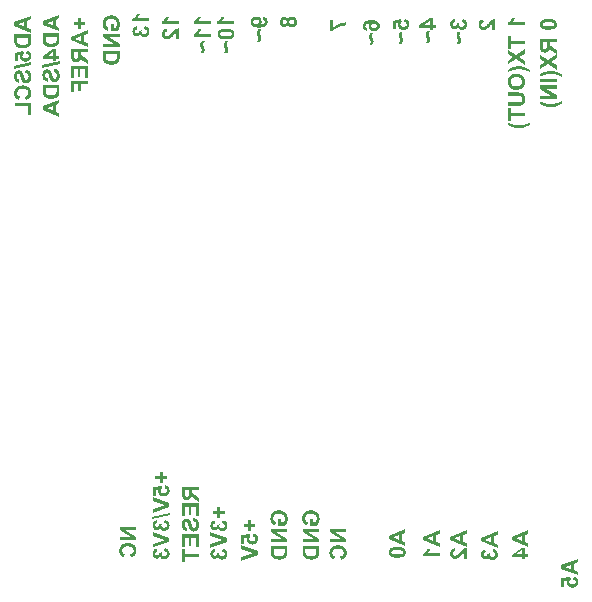
<source format=gbo>
G04 Layer_Color=32896*
%FSLAX44Y44*%
%MOMM*%
G71*
G01*
G75*
G36*
X600206Y406009D02*
X600735Y405806D01*
X601223Y405602D01*
X601691Y405419D01*
X602118Y405256D01*
X602525Y405114D01*
X602912Y404992D01*
X603258Y404870D01*
X603563Y404768D01*
X603848Y404687D01*
X604071Y404605D01*
X604275Y404565D01*
X604438Y404524D01*
X604539Y404483D01*
X604621Y404463D01*
X604641D01*
X605414Y404300D01*
X606167Y404178D01*
X606899Y404076D01*
X607245Y404036D01*
X607571Y404015D01*
X607876Y403995D01*
X608140Y403975D01*
X608385D01*
X608588Y403954D01*
X609382D01*
X609789Y403975D01*
X610155Y403995D01*
X610501Y404015D01*
X610765Y404056D01*
X610989Y404076D01*
X611070D01*
X611131Y404097D01*
X611172D01*
X611965Y404219D01*
X612352Y404300D01*
X612698Y404361D01*
X613003Y404422D01*
X613227Y404483D01*
X613308Y404504D01*
X613369D01*
X613410Y404524D01*
X613430D01*
X613858Y404626D01*
X614244Y404727D01*
X614610Y404829D01*
X614916Y404911D01*
X615160Y404992D01*
X615343Y405053D01*
X615465Y405094D01*
X615485Y405114D01*
X615506D01*
X615872Y405256D01*
X616299Y405419D01*
X616747Y405602D01*
X617174Y405785D01*
X617560Y405969D01*
X617723Y406030D01*
X617866Y406111D01*
X617988Y406152D01*
X618069Y406192D01*
X618130Y406233D01*
X618150D01*
Y404361D01*
X617682Y404056D01*
X617215Y403792D01*
X616747Y403547D01*
X616299Y403303D01*
X615851Y403100D01*
X615444Y402896D01*
X615038Y402734D01*
X614671Y402571D01*
X614325Y402428D01*
X614020Y402327D01*
X613756Y402225D01*
X613512Y402144D01*
X613329Y402082D01*
X613206Y402042D01*
X613105Y402001D01*
X613084D01*
X612230Y401798D01*
X611437Y401635D01*
X611070Y401574D01*
X610704Y401533D01*
X610378Y401472D01*
X610073Y401452D01*
X609789Y401432D01*
X609524Y401411D01*
X609300Y401391D01*
X609117Y401370D01*
X608771D01*
X607876Y401411D01*
X607042Y401493D01*
X606635Y401554D01*
X606228Y401635D01*
X605862Y401696D01*
X605536Y401777D01*
X605211Y401859D01*
X604926Y401920D01*
X604682Y402001D01*
X604478Y402062D01*
X604295Y402103D01*
X604173Y402144D01*
X604092Y402184D01*
X604071D01*
X603217Y402510D01*
X602403Y402876D01*
X602017Y403059D01*
X601671Y403242D01*
X601325Y403425D01*
X600999Y403608D01*
X600714Y403771D01*
X600450Y403914D01*
X600226Y404056D01*
X600043Y404178D01*
X599880Y404280D01*
X599779Y404361D01*
X599697Y404402D01*
X599677Y404422D01*
Y406253D01*
X600206Y406009D01*
D02*
G37*
G36*
X589000Y484539D02*
X586497D01*
Y489911D01*
X586233Y489748D01*
X586009Y489565D01*
X585908Y489483D01*
X585826Y489422D01*
X585785Y489382D01*
X585765Y489361D01*
X585684Y489280D01*
X585582Y489198D01*
X585358Y488954D01*
X585094Y488690D01*
X584829Y488425D01*
X584585Y488161D01*
X584382Y487937D01*
X584300Y487856D01*
X584239Y487795D01*
X584219Y487754D01*
X584198Y487734D01*
X583771Y487286D01*
X583425Y486920D01*
X583100Y486615D01*
X582856Y486371D01*
X582652Y486187D01*
X582510Y486065D01*
X582408Y485984D01*
X582388Y485964D01*
X582042Y485699D01*
X581716Y485475D01*
X581411Y485292D01*
X581147Y485150D01*
X580923Y485028D01*
X580740Y484946D01*
X580638Y484906D01*
X580597Y484885D01*
X580272Y484763D01*
X579946Y484682D01*
X579641Y484621D01*
X579356Y484580D01*
X579132Y484560D01*
X578949Y484539D01*
X578787D01*
X578481Y484560D01*
X578176Y484600D01*
X577891Y484641D01*
X577627Y484723D01*
X577159Y484926D01*
X576752Y485129D01*
X576569Y485252D01*
X576427Y485353D01*
X576284Y485455D01*
X576182Y485557D01*
X576101Y485638D01*
X576020Y485679D01*
X575999Y485719D01*
X575979Y485740D01*
X575775Y485964D01*
X575592Y486228D01*
X575450Y486472D01*
X575328Y486757D01*
X575124Y487286D01*
X574982Y487815D01*
X574941Y488059D01*
X574901Y488283D01*
X574880Y488486D01*
X574860Y488670D01*
X574840Y488812D01*
Y488914D01*
Y488995D01*
Y489015D01*
X574860Y489361D01*
X574880Y489687D01*
X574982Y490317D01*
X575145Y490846D01*
X575226Y491091D01*
X575328Y491314D01*
X575409Y491518D01*
X575511Y491681D01*
X575592Y491843D01*
X575653Y491965D01*
X575735Y492067D01*
X575775Y492128D01*
X575796Y492169D01*
X575816Y492189D01*
X576020Y492413D01*
X576223Y492617D01*
X576467Y492800D01*
X576732Y492962D01*
X577261Y493206D01*
X577769Y493410D01*
X578034Y493471D01*
X578258Y493532D01*
X578461Y493593D01*
X578644Y493613D01*
X578807Y493654D01*
X578909D01*
X578990Y493675D01*
X579010D01*
X579275Y490989D01*
X578868Y490948D01*
X578522Y490867D01*
X578217Y490785D01*
X577993Y490684D01*
X577810Y490602D01*
X577688Y490521D01*
X577607Y490460D01*
X577586Y490439D01*
X577424Y490236D01*
X577301Y490012D01*
X577200Y489789D01*
X577139Y489565D01*
X577098Y489382D01*
X577078Y489219D01*
Y489117D01*
Y489076D01*
X577098Y488771D01*
X577159Y488507D01*
X577240Y488283D01*
X577322Y488079D01*
X577403Y487937D01*
X577485Y487815D01*
X577546Y487754D01*
X577566Y487734D01*
X577769Y487571D01*
X577993Y487449D01*
X578217Y487367D01*
X578441Y487306D01*
X578644Y487266D01*
X578827Y487245D01*
X578970D01*
X579275Y487266D01*
X579560Y487327D01*
X579845Y487428D01*
X580089Y487530D01*
X580312Y487632D01*
X580475Y487734D01*
X580577Y487795D01*
X580618Y487815D01*
X580740Y487896D01*
X580882Y488018D01*
X581065Y488181D01*
X581228Y488344D01*
X581615Y488710D01*
X582001Y489076D01*
X582367Y489443D01*
X582530Y489605D01*
X582652Y489768D01*
X582774Y489890D01*
X582856Y489972D01*
X582917Y490033D01*
X582937Y490053D01*
X583324Y490460D01*
X583690Y490826D01*
X584036Y491172D01*
X584341Y491477D01*
X584646Y491762D01*
X584931Y492006D01*
X585175Y492230D01*
X585419Y492413D01*
X585623Y492576D01*
X585806Y492718D01*
X585948Y492840D01*
X586091Y492922D01*
X586172Y493003D01*
X586253Y493044D01*
X586294Y493084D01*
X586314D01*
X586782Y493349D01*
X587271Y493552D01*
X587718Y493715D01*
X588125Y493837D01*
X588491Y493919D01*
X588634Y493939D01*
X588756Y493959D01*
X588858Y493980D01*
X588939Y494000D01*
X589000D01*
Y484539D01*
D02*
G37*
G36*
X561623Y493959D02*
X561928Y493878D01*
X562497Y493695D01*
X562986Y493471D01*
X563189Y493329D01*
X563393Y493206D01*
X563576Y493084D01*
X563718Y492962D01*
X563861Y492861D01*
X563962Y492759D01*
X564044Y492677D01*
X564105Y492617D01*
X564146Y492576D01*
X564166Y492556D01*
X564349Y492311D01*
X564532Y492047D01*
X564674Y491803D01*
X564796Y491518D01*
X565000Y490989D01*
X565122Y490501D01*
X565163Y490256D01*
X565203Y490053D01*
X565224Y489870D01*
X565244Y489707D01*
X565265Y489565D01*
Y489463D01*
Y489402D01*
Y489382D01*
X565244Y489015D01*
X565203Y488649D01*
X565142Y488324D01*
X565061Y487998D01*
X564959Y487713D01*
X564858Y487428D01*
X564735Y487164D01*
X564613Y486940D01*
X564491Y486737D01*
X564369Y486533D01*
X564268Y486391D01*
X564166Y486248D01*
X564084Y486147D01*
X564023Y486065D01*
X563983Y486025D01*
X563962Y486004D01*
X563718Y485760D01*
X563454Y485557D01*
X563189Y485373D01*
X562925Y485211D01*
X562640Y485089D01*
X562375Y484967D01*
X561887Y484804D01*
X561663Y484763D01*
X561440Y484723D01*
X561256Y484682D01*
X561094Y484661D01*
X560972Y484641D01*
X560788D01*
X560321Y484682D01*
X559914Y484763D01*
X559527Y484865D01*
X559222Y485007D01*
X558957Y485150D01*
X558774Y485252D01*
X558652Y485333D01*
X558611Y485373D01*
X558306Y485658D01*
X558042Y485984D01*
X557838Y486309D01*
X557676Y486615D01*
X557554Y486879D01*
X557492Y487103D01*
X557452Y487184D01*
Y487245D01*
X557431Y487286D01*
Y487306D01*
X557208Y486940D01*
X556984Y486635D01*
X556740Y486371D01*
X556496Y486126D01*
X556251Y485923D01*
X556007Y485760D01*
X555763Y485638D01*
X555539Y485516D01*
X555316Y485435D01*
X555112Y485373D01*
X554929Y485333D01*
X554766Y485312D01*
X554644Y485292D01*
X554543Y485272D01*
X554461D01*
X554217Y485292D01*
X553993Y485312D01*
X553545Y485435D01*
X553139Y485577D01*
X552793Y485760D01*
X552508Y485943D01*
X552304Y486106D01*
X552223Y486167D01*
X552162Y486228D01*
X552142Y486248D01*
X552121Y486269D01*
X551898Y486493D01*
X551694Y486757D01*
X551531Y487001D01*
X551389Y487266D01*
X551246Y487551D01*
X551145Y487815D01*
X551002Y488324D01*
X550941Y488547D01*
X550901Y488771D01*
X550880Y488954D01*
X550860Y489137D01*
X550840Y489280D01*
Y489382D01*
Y489443D01*
Y489463D01*
X550860Y489890D01*
X550901Y490277D01*
X550982Y490643D01*
X551063Y490948D01*
X551145Y491192D01*
X551226Y491396D01*
X551267Y491518D01*
X551287Y491538D01*
Y491558D01*
X551470Y491884D01*
X551674Y492189D01*
X551877Y492433D01*
X552060Y492637D01*
X552243Y492800D01*
X552386Y492922D01*
X552467Y493003D01*
X552508Y493023D01*
X552813Y493206D01*
X553139Y493369D01*
X553484Y493491D01*
X553810Y493613D01*
X554115Y493695D01*
X554339Y493756D01*
X554441Y493776D01*
X554502D01*
X554543Y493797D01*
X554563D01*
X554970Y491314D01*
X554644Y491253D01*
X554359Y491172D01*
X554115Y491091D01*
X553932Y490989D01*
X553769Y490887D01*
X553647Y490806D01*
X553586Y490745D01*
X553566Y490724D01*
X553403Y490541D01*
X553281Y490338D01*
X553200Y490134D01*
X553139Y489951D01*
X553098Y489789D01*
X553078Y489666D01*
Y489565D01*
Y489544D01*
X553098Y489300D01*
X553139Y489056D01*
X553220Y488873D01*
X553281Y488710D01*
X553362Y488568D01*
X553444Y488486D01*
X553484Y488425D01*
X553505Y488405D01*
X553668Y488263D01*
X553871Y488161D01*
X554054Y488079D01*
X554237Y488039D01*
X554400Y487998D01*
X554522Y487978D01*
X554644D01*
X554949Y487998D01*
X555214Y488059D01*
X555438Y488161D01*
X555621Y488263D01*
X555784Y488385D01*
X555885Y488466D01*
X555967Y488547D01*
X555987Y488568D01*
X556150Y488812D01*
X556272Y489076D01*
X556353Y489361D01*
X556414Y489626D01*
X556435Y489870D01*
X556455Y490073D01*
Y490155D01*
Y490216D01*
Y490236D01*
Y490256D01*
X558632Y490541D01*
X558571Y490277D01*
X558510Y490053D01*
X558469Y489829D01*
X558449Y489646D01*
X558428Y489504D01*
Y489402D01*
Y489320D01*
Y489300D01*
X558449Y489015D01*
X558530Y488771D01*
X558611Y488547D01*
X558734Y488344D01*
X558835Y488201D01*
X558937Y488079D01*
X559018Y487998D01*
X559039Y487978D01*
X559283Y487795D01*
X559547Y487652D01*
X559812Y487551D01*
X560076Y487469D01*
X560321Y487428D01*
X560504Y487408D01*
X560666D01*
X561053Y487428D01*
X561399Y487489D01*
X561704Y487591D01*
X561948Y487693D01*
X562131Y487815D01*
X562274Y487896D01*
X562375Y487978D01*
X562396Y487998D01*
X562599Y488222D01*
X562762Y488466D01*
X562864Y488690D01*
X562945Y488914D01*
X562986Y489117D01*
X563006Y489259D01*
X563027Y489361D01*
Y489402D01*
X563006Y489687D01*
X562945Y489931D01*
X562864Y490155D01*
X562762Y490358D01*
X562681Y490501D01*
X562599Y490623D01*
X562538Y490704D01*
X562518Y490724D01*
X562294Y490908D01*
X562050Y491070D01*
X561785Y491172D01*
X561541Y491274D01*
X561317Y491335D01*
X561134Y491375D01*
X561012Y491396D01*
X560972D01*
X561297Y494000D01*
X561623Y493959D01*
D02*
G37*
G36*
X607673Y447555D02*
X608263Y447494D01*
X608812Y447412D01*
X609320Y447290D01*
X609789Y447148D01*
X610216Y446985D01*
X610623Y446822D01*
X610969Y446639D01*
X611294Y446476D01*
X611558Y446313D01*
X611803Y446151D01*
X612006Y446008D01*
X612149Y445886D01*
X612271Y445805D01*
X612332Y445744D01*
X612352Y445723D01*
X612698Y445357D01*
X612983Y444971D01*
X613247Y444584D01*
X613451Y444157D01*
X613634Y443750D01*
X613797Y443323D01*
X613919Y442936D01*
X614020Y442529D01*
X614102Y442163D01*
X614163Y441817D01*
X614203Y441512D01*
X614224Y441247D01*
X614244Y441044D01*
X614264Y440881D01*
Y440779D01*
Y440739D01*
X614244Y440169D01*
X614183Y439640D01*
X614081Y439132D01*
X613959Y438664D01*
X613817Y438216D01*
X613654Y437809D01*
X613491Y437443D01*
X613308Y437097D01*
X613125Y436812D01*
X612962Y436548D01*
X612800Y436324D01*
X612657Y436141D01*
X612535Y435978D01*
X612433Y435876D01*
X612372Y435815D01*
X612352Y435795D01*
X611965Y435469D01*
X611558Y435185D01*
X611131Y434920D01*
X610704Y434717D01*
X610256Y434533D01*
X609809Y434371D01*
X609361Y434249D01*
X608934Y434147D01*
X608547Y434086D01*
X608161Y434025D01*
X607835Y433984D01*
X607551Y433943D01*
X607306D01*
X607123Y433923D01*
X606981D01*
X606350Y433943D01*
X605760Y434005D01*
X605211Y434086D01*
X604682Y434208D01*
X604214Y434350D01*
X603766Y434513D01*
X603359Y434676D01*
X603013Y434859D01*
X602688Y435042D01*
X602403Y435205D01*
X602159Y435368D01*
X601955Y435510D01*
X601813Y435612D01*
X601691Y435714D01*
X601630Y435774D01*
X601610Y435795D01*
X601264Y436161D01*
X600959Y436548D01*
X600694Y436954D01*
X600470Y437361D01*
X600287Y437789D01*
X600124Y438196D01*
X600002Y438602D01*
X599901Y438989D01*
X599819Y439355D01*
X599758Y439701D01*
X599717Y440006D01*
X599677Y440271D01*
Y440474D01*
X599656Y440637D01*
Y440739D01*
Y440779D01*
X599677Y441390D01*
X599738Y441980D01*
X599840Y442489D01*
X599941Y442936D01*
X600002Y443119D01*
X600043Y443302D01*
X600084Y443445D01*
X600145Y443567D01*
X600165Y443669D01*
X600206Y443750D01*
X600226Y443791D01*
Y443811D01*
X600389Y444177D01*
X600592Y444523D01*
X600816Y444828D01*
X601020Y445093D01*
X601203Y445317D01*
X601366Y445500D01*
X601467Y445601D01*
X601488Y445622D01*
X601508Y445642D01*
X601833Y445927D01*
X602179Y446191D01*
X602485Y446415D01*
X602790Y446598D01*
X603054Y446741D01*
X603258Y446863D01*
X603339Y446883D01*
X603400Y446924D01*
X603420Y446944D01*
X603441D01*
X604010Y447148D01*
X604621Y447310D01*
X605231Y447412D01*
X605801Y447494D01*
X606065Y447514D01*
X606309Y447534D01*
X606513Y447555D01*
X606696D01*
X606859Y447575D01*
X607062D01*
X607673Y447555D01*
D02*
G37*
G36*
X608283Y431705D02*
X608670D01*
X609015Y431685D01*
X609341Y431665D01*
X609626Y431644D01*
X609890Y431624D01*
X610134Y431583D01*
X610338Y431563D01*
X610521Y431543D01*
X610684Y431522D01*
X610806Y431502D01*
X610908Y431482D01*
X610969D01*
X611009Y431461D01*
X611030D01*
X611335Y431360D01*
X611620Y431258D01*
X611884Y431115D01*
X612108Y430993D01*
X612311Y430871D01*
X612474Y430770D01*
X612556Y430688D01*
X612596Y430668D01*
X612861Y430424D01*
X613105Y430159D01*
X613308Y429874D01*
X613491Y429610D01*
X613634Y429386D01*
X613736Y429183D01*
X613797Y429061D01*
X613817Y429040D01*
Y429020D01*
X613898Y428816D01*
X613959Y428593D01*
X614081Y428084D01*
X614163Y427575D01*
X614203Y427087D01*
X614224Y426863D01*
X614244Y426639D01*
Y426456D01*
X614264Y426273D01*
Y426131D01*
Y426029D01*
Y425968D01*
Y425948D01*
X614244Y425358D01*
X614203Y424829D01*
X614122Y424361D01*
X614041Y423974D01*
X614020Y423811D01*
X613980Y423649D01*
X613939Y423527D01*
X613898Y423425D01*
X613878Y423344D01*
X613858Y423282D01*
X613837Y423262D01*
Y423242D01*
X613675Y422876D01*
X613471Y422550D01*
X613288Y422265D01*
X613105Y422021D01*
X612942Y421838D01*
X612820Y421696D01*
X612739Y421614D01*
X612698Y421594D01*
X612413Y421370D01*
X612108Y421187D01*
X611823Y421044D01*
X611538Y420922D01*
X611294Y420841D01*
X611091Y420780D01*
X611030Y420760D01*
X610969D01*
X610948Y420739D01*
X610928D01*
X610704Y420699D01*
X610460Y420658D01*
X610195Y420617D01*
X609931Y420597D01*
X609320Y420556D01*
X608731Y420516D01*
X608202D01*
X607957Y420495D01*
X599921D01*
Y423344D01*
X608324D01*
X608588Y423364D01*
X608832D01*
X609036Y423384D01*
X609239D01*
X609422Y423405D01*
X609585D01*
X609829Y423445D01*
X610012Y423465D01*
X610114Y423486D01*
X610155D01*
X610419Y423547D01*
X610643Y423649D01*
X610846Y423771D01*
X611030Y423893D01*
X611172Y424015D01*
X611274Y424117D01*
X611335Y424198D01*
X611355Y424218D01*
X611518Y424463D01*
X611640Y424768D01*
X611721Y425052D01*
X611782Y425358D01*
X611823Y425622D01*
X611843Y425826D01*
Y425907D01*
Y425968D01*
Y426009D01*
Y426029D01*
X611823Y426456D01*
X611762Y426823D01*
X611681Y427148D01*
X611579Y427433D01*
X611497Y427636D01*
X611416Y427799D01*
X611355Y427881D01*
X611335Y427921D01*
X611131Y428145D01*
X610887Y428328D01*
X610663Y428491D01*
X610439Y428593D01*
X610236Y428674D01*
X610073Y428735D01*
X609972Y428776D01*
X609931D01*
X609809Y428796D01*
X609687Y428816D01*
X609524D01*
X609341Y428837D01*
X608954Y428857D01*
X608547D01*
X608181Y428877D01*
X599921D01*
Y431726D01*
X607876D01*
X608283Y431705D01*
D02*
G37*
G36*
X602301Y414310D02*
X614000D01*
Y411462D01*
X602301D01*
Y407311D01*
X599921D01*
Y418481D01*
X602301D01*
Y414310D01*
D02*
G37*
G36*
X559792Y482891D02*
X559588Y482668D01*
X559405Y482423D01*
X559263Y482200D01*
X559141Y481976D01*
X559039Y481752D01*
X558876Y481366D01*
X558774Y481020D01*
X558754Y480877D01*
X558734Y480755D01*
X558713Y480653D01*
Y480592D01*
Y480552D01*
Y480531D01*
X558734Y480186D01*
X558815Y479799D01*
X558917Y479412D01*
X559039Y479046D01*
X559161Y478721D01*
X559222Y478578D01*
X559263Y478456D01*
X559303Y478354D01*
X559344Y478273D01*
X559364Y478232D01*
Y478212D01*
X559507Y477866D01*
X559608Y477561D01*
X559710Y477317D01*
X559771Y477113D01*
X559832Y476971D01*
X559873Y476849D01*
X559893Y476788D01*
Y476767D01*
X559954Y476422D01*
X559975Y476259D01*
Y476116D01*
X559995Y475994D01*
Y475913D01*
Y475852D01*
Y475831D01*
X559975Y475506D01*
X559934Y475221D01*
X559873Y474936D01*
X559792Y474692D01*
X559730Y474489D01*
X559669Y474326D01*
X559629Y474224D01*
X559608Y474184D01*
X559446Y473899D01*
X559303Y473655D01*
X559161Y473451D01*
X559018Y473268D01*
X558896Y473126D01*
X558815Y473024D01*
X558754Y472963D01*
X558734Y472943D01*
X556150D01*
X556394Y473207D01*
X556618Y473451D01*
X556780Y473695D01*
X556943Y473899D01*
X557045Y474082D01*
X557126Y474224D01*
X557167Y474306D01*
X557187Y474346D01*
X557289Y474590D01*
X557370Y474835D01*
X557411Y475038D01*
X557452Y475221D01*
X557472Y475364D01*
X557492Y475465D01*
Y475547D01*
Y475567D01*
X557472Y475770D01*
X557411Y476035D01*
X557330Y476340D01*
X557228Y476645D01*
X557147Y476910D01*
X557065Y477134D01*
X557025Y477235D01*
X557004Y477296D01*
X556984Y477337D01*
Y477357D01*
X556801Y477805D01*
X556658Y478192D01*
X556536Y478517D01*
X556455Y478761D01*
X556394Y478965D01*
X556353Y479087D01*
X556333Y479168D01*
Y479188D01*
X556251Y479575D01*
X556231Y479758D01*
Y479941D01*
X556211Y480084D01*
Y480206D01*
Y480287D01*
Y480308D01*
X556231Y480613D01*
X556272Y480897D01*
X556333Y481182D01*
X556414Y481427D01*
X556618Y481915D01*
X556862Y482322D01*
X556984Y482505D01*
X557106Y482668D01*
X557208Y482810D01*
X557309Y482912D01*
X557391Y483013D01*
X557452Y483074D01*
X557492Y483115D01*
X557513Y483135D01*
X560015D01*
X559792Y482891D01*
D02*
G37*
G36*
X512745Y493939D02*
X513050Y493878D01*
X513599Y493675D01*
X514087Y493451D01*
X514291Y493329D01*
X514494Y493186D01*
X514657Y493064D01*
X514800Y492962D01*
X514922Y492840D01*
X515044Y492759D01*
X515125Y492677D01*
X515186Y492617D01*
X515206Y492576D01*
X515227Y492556D01*
X515410Y492311D01*
X515573Y492067D01*
X515715Y491803D01*
X515817Y491538D01*
X516020Y490989D01*
X516142Y490501D01*
X516183Y490256D01*
X516203Y490053D01*
X516224Y489850D01*
X516244Y489687D01*
X516264Y489544D01*
Y489443D01*
Y489382D01*
Y489361D01*
X516244Y488914D01*
X516183Y488486D01*
X516102Y488100D01*
X515980Y487734D01*
X515837Y487388D01*
X515675Y487082D01*
X515512Y486798D01*
X515329Y486533D01*
X515166Y486309D01*
X515003Y486106D01*
X514840Y485923D01*
X514698Y485780D01*
X514576Y485679D01*
X514494Y485597D01*
X514433Y485557D01*
X514413Y485536D01*
X514149Y485353D01*
X513884Y485190D01*
X513620Y485068D01*
X513335Y484946D01*
X512806Y484763D01*
X512318Y484641D01*
X512114Y484600D01*
X511911Y484580D01*
X511727Y484539D01*
X511565D01*
X511443Y484519D01*
X511280D01*
X510893Y484539D01*
X510527Y484580D01*
X510181Y484641D01*
X509856Y484723D01*
X509571Y484804D01*
X509286Y484926D01*
X509021Y485028D01*
X508798Y485150D01*
X508594Y485272D01*
X508411Y485373D01*
X508248Y485496D01*
X508126Y485577D01*
X508025Y485658D01*
X507943Y485719D01*
X507902Y485760D01*
X507882Y485780D01*
X507658Y486025D01*
X507455Y486269D01*
X507272Y486533D01*
X507109Y486798D01*
X506987Y487042D01*
X506885Y487306D01*
X506722Y487774D01*
X506661Y487998D01*
X506621Y488201D01*
X506600Y488385D01*
X506580Y488527D01*
X506560Y488649D01*
Y488751D01*
Y488812D01*
Y488832D01*
X506580Y489178D01*
X506641Y489524D01*
X506702Y489829D01*
X506783Y490114D01*
X506885Y490338D01*
X506946Y490521D01*
X507007Y490643D01*
X507028Y490663D01*
Y490684D01*
X504627Y490256D01*
Y485150D01*
X502104D01*
Y492291D01*
X509449Y493675D01*
X509754Y491497D01*
X509571Y491314D01*
X509408Y491131D01*
X509266Y490948D01*
X509144Y490765D01*
X508960Y490419D01*
X508838Y490094D01*
X508777Y489809D01*
X508737Y489605D01*
X508716Y489524D01*
Y489463D01*
Y489422D01*
Y489402D01*
X508737Y489076D01*
X508818Y488771D01*
X508920Y488507D01*
X509042Y488283D01*
X509184Y488120D01*
X509286Y487978D01*
X509367Y487896D01*
X509388Y487876D01*
X509652Y487673D01*
X509957Y487530D01*
X510283Y487428D01*
X510608Y487367D01*
X510893Y487306D01*
X511117Y487286D01*
X511341D01*
X511829Y487306D01*
X512256Y487367D01*
X512602Y487469D01*
X512887Y487571D01*
X513131Y487693D01*
X513294Y487774D01*
X513375Y487856D01*
X513416Y487876D01*
X513640Y488100D01*
X513823Y488344D01*
X513945Y488588D01*
X514026Y488812D01*
X514067Y489015D01*
X514087Y489178D01*
X514108Y489280D01*
Y489320D01*
X514087Y489585D01*
X514026Y489850D01*
X513945Y490073D01*
X513843Y490256D01*
X513742Y490419D01*
X513660Y490541D01*
X513599Y490623D01*
X513579Y490643D01*
X513355Y490826D01*
X513131Y490989D01*
X512887Y491111D01*
X512663Y491192D01*
X512460Y491253D01*
X512277Y491294D01*
X512175Y491314D01*
X512134D01*
X512419Y494000D01*
X512745Y493939D01*
D02*
G37*
G36*
X510792Y483034D02*
X510588Y482810D01*
X510405Y482566D01*
X510263Y482342D01*
X510140Y482118D01*
X510039Y481894D01*
X509876Y481508D01*
X509774Y481162D01*
X509754Y481020D01*
X509734Y480897D01*
X509713Y480796D01*
Y480735D01*
Y480694D01*
Y480674D01*
X509734Y480328D01*
X509815Y479941D01*
X509917Y479555D01*
X510039Y479188D01*
X510161Y478863D01*
X510222Y478721D01*
X510263Y478599D01*
X510303Y478497D01*
X510344Y478415D01*
X510364Y478375D01*
Y478354D01*
X510507Y478008D01*
X510608Y477703D01*
X510710Y477459D01*
X510771Y477256D01*
X510832Y477113D01*
X510873Y476991D01*
X510893Y476930D01*
Y476910D01*
X510954Y476564D01*
X510975Y476401D01*
Y476259D01*
X510995Y476137D01*
Y476055D01*
Y475994D01*
Y475974D01*
X510975Y475648D01*
X510934Y475364D01*
X510873Y475079D01*
X510792Y474835D01*
X510731Y474631D01*
X510670Y474468D01*
X510629Y474367D01*
X510608Y474326D01*
X510446Y474041D01*
X510303Y473797D01*
X510161Y473593D01*
X510018Y473410D01*
X509896Y473268D01*
X509815Y473166D01*
X509754Y473105D01*
X509734Y473085D01*
X507150D01*
X507394Y473349D01*
X507618Y473593D01*
X507780Y473838D01*
X507943Y474041D01*
X508045Y474224D01*
X508126Y474367D01*
X508167Y474448D01*
X508187Y474489D01*
X508289Y474733D01*
X508371Y474977D01*
X508411Y475181D01*
X508452Y475364D01*
X508472Y475506D01*
X508493Y475608D01*
Y475689D01*
Y475709D01*
X508472Y475913D01*
X508411Y476177D01*
X508330Y476483D01*
X508228Y476788D01*
X508147Y477052D01*
X508065Y477276D01*
X508025Y477378D01*
X508004Y477439D01*
X507984Y477480D01*
Y477500D01*
X507801Y477948D01*
X507658Y478334D01*
X507536Y478660D01*
X507455Y478904D01*
X507394Y479107D01*
X507353Y479229D01*
X507333Y479311D01*
Y479331D01*
X507252Y479717D01*
X507231Y479901D01*
Y480084D01*
X507211Y480226D01*
Y480348D01*
Y480430D01*
Y480450D01*
X507231Y480755D01*
X507272Y481040D01*
X507333Y481325D01*
X507414Y481569D01*
X507618Y482057D01*
X507862Y482464D01*
X507984Y482647D01*
X508106Y482810D01*
X508208Y482952D01*
X508309Y483054D01*
X508391Y483156D01*
X508452Y483217D01*
X508493Y483258D01*
X508513Y483278D01*
X511015D01*
X510792Y483034D01*
D02*
G37*
G36*
X217172Y462981D02*
X220000D01*
Y460376D01*
X217172D01*
Y458627D01*
X214812D01*
Y460376D01*
X205860D01*
Y462655D01*
X214832Y468759D01*
X217172D01*
Y462981D01*
D02*
G37*
G36*
X220244Y456206D02*
X205677Y452686D01*
Y454720D01*
X220244Y458199D01*
Y456206D01*
D02*
G37*
G36*
X536172Y489222D02*
X539000D01*
Y486618D01*
X536172D01*
Y484868D01*
X533812D01*
Y486618D01*
X524860D01*
Y488896D01*
X533832Y495000D01*
X536172D01*
Y489222D01*
D02*
G37*
G36*
X533792Y483525D02*
X533588Y483301D01*
X533405Y483057D01*
X533263Y482833D01*
X533140Y482610D01*
X533039Y482386D01*
X532876Y481999D01*
X532774Y481653D01*
X532754Y481511D01*
X532734Y481389D01*
X532713Y481287D01*
Y481226D01*
Y481185D01*
Y481165D01*
X532734Y480819D01*
X532815Y480433D01*
X532917Y480046D01*
X533039Y479680D01*
X533161Y479354D01*
X533222Y479212D01*
X533263Y479090D01*
X533303Y478988D01*
X533344Y478907D01*
X533364Y478866D01*
Y478846D01*
X533507Y478500D01*
X533609Y478195D01*
X533710Y477951D01*
X533771Y477747D01*
X533832Y477605D01*
X533873Y477483D01*
X533893Y477421D01*
Y477401D01*
X533954Y477055D01*
X533975Y476893D01*
Y476750D01*
X533995Y476628D01*
Y476547D01*
Y476486D01*
Y476465D01*
X533975Y476140D01*
X533934Y475855D01*
X533873Y475570D01*
X533792Y475326D01*
X533731Y475122D01*
X533670Y474960D01*
X533629Y474858D01*
X533609Y474817D01*
X533446Y474533D01*
X533303Y474288D01*
X533161Y474085D01*
X533018Y473902D01*
X532896Y473759D01*
X532815Y473658D01*
X532754Y473597D01*
X532734Y473576D01*
X530150D01*
X530394Y473841D01*
X530618Y474085D01*
X530780Y474329D01*
X530943Y474533D01*
X531045Y474716D01*
X531126Y474858D01*
X531167Y474939D01*
X531187Y474980D01*
X531289Y475224D01*
X531371Y475468D01*
X531411Y475672D01*
X531452Y475855D01*
X531472Y475997D01*
X531493Y476099D01*
Y476180D01*
Y476201D01*
X531472Y476404D01*
X531411Y476669D01*
X531330Y476974D01*
X531228Y477279D01*
X531147Y477544D01*
X531065Y477767D01*
X531025Y477869D01*
X531004Y477930D01*
X530984Y477971D01*
Y477991D01*
X530801Y478439D01*
X530658Y478825D01*
X530536Y479151D01*
X530455Y479395D01*
X530394Y479599D01*
X530353Y479721D01*
X530333Y479802D01*
Y479822D01*
X530252Y480209D01*
X530231Y480392D01*
Y480575D01*
X530211Y480718D01*
Y480840D01*
Y480921D01*
Y480941D01*
X530231Y481246D01*
X530272Y481531D01*
X530333Y481816D01*
X530414Y482060D01*
X530618Y482549D01*
X530862Y482956D01*
X530984Y483139D01*
X531106Y483301D01*
X531208Y483444D01*
X531309Y483545D01*
X531391Y483647D01*
X531452Y483708D01*
X531493Y483749D01*
X531513Y483769D01*
X534015D01*
X533792Y483525D01*
D02*
G37*
G36*
X641000Y460796D02*
X636239Y457663D01*
X641000Y454550D01*
Y451132D01*
X633676Y455974D01*
X626921Y451559D01*
Y454876D01*
X631133Y457663D01*
X626921Y460450D01*
Y463767D01*
X633676Y459352D01*
X641000Y464214D01*
Y460796D01*
D02*
G37*
G36*
X636748Y450013D02*
X637582Y449932D01*
X638355Y449810D01*
X638721Y449749D01*
X639067Y449667D01*
X639372Y449606D01*
X639657Y449545D01*
X639901Y449484D01*
X640125Y449423D01*
X640288Y449362D01*
X640430Y449342D01*
X640512Y449301D01*
X640532D01*
X641407Y448976D01*
X642261Y448630D01*
X642648Y448426D01*
X643035Y448243D01*
X643401Y448060D01*
X643726Y447877D01*
X644032Y447714D01*
X644316Y447551D01*
X644560Y447409D01*
X644764Y447287D01*
X644927Y447185D01*
X645049Y447104D01*
X645130Y447063D01*
X645150Y447043D01*
Y445191D01*
X644805Y445354D01*
X644499Y445496D01*
X644194Y445619D01*
X643930Y445741D01*
X643665Y445842D01*
X643441Y445944D01*
X643238Y446026D01*
X643035Y446107D01*
X642872Y446188D01*
X642729Y446229D01*
X642607Y446290D01*
X642505Y446331D01*
X642424Y446351D01*
X642363Y446371D01*
X642343Y446392D01*
X642322D01*
X641773Y446575D01*
X641224Y446738D01*
X640695Y446860D01*
X640207Y446982D01*
X640003Y447022D01*
X639800Y447063D01*
X639637Y447104D01*
X639494Y447124D01*
X639372Y447165D01*
X639291D01*
X639230Y447185D01*
X639210D01*
X638599Y447287D01*
X638009Y447348D01*
X637460Y447409D01*
X636972Y447429D01*
X636748Y447450D01*
X636565D01*
X636382Y447470D01*
X635975D01*
X635120Y447450D01*
X634327Y447389D01*
X633940Y447348D01*
X633594Y447307D01*
X633248Y447267D01*
X632943Y447226D01*
X632658Y447185D01*
X632414Y447145D01*
X632190Y447104D01*
X631987Y447063D01*
X631845Y447022D01*
X631722Y447002D01*
X631661Y446982D01*
X631641D01*
X631255Y446880D01*
X630848Y446758D01*
X630014Y446493D01*
X629179Y446188D01*
X628772Y446046D01*
X628386Y445883D01*
X628040Y445741D01*
X627714Y445619D01*
X627409Y445496D01*
X627165Y445374D01*
X626962Y445293D01*
X626799Y445232D01*
X626717Y445191D01*
X626677Y445171D01*
Y447022D01*
X627369Y447470D01*
X628081Y447897D01*
X628752Y448243D01*
X629057Y448406D01*
X629362Y448548D01*
X629627Y448670D01*
X629891Y448792D01*
X630115Y448894D01*
X630298Y448976D01*
X630461Y449037D01*
X630563Y449077D01*
X630644Y449118D01*
X630664D01*
X631133Y449281D01*
X631600Y449423D01*
X632516Y449667D01*
X633411Y449830D01*
X633818Y449891D01*
X634205Y449932D01*
X634571Y449972D01*
X634896Y450013D01*
X635201Y450034D01*
X635446D01*
X635649Y450054D01*
X635914D01*
X636748Y450013D01*
D02*
G37*
G36*
X641000Y440349D02*
X626921D01*
Y443198D01*
X641000D01*
Y440349D01*
D02*
G37*
G36*
X220000Y432808D02*
X219980Y432259D01*
X219959Y431750D01*
X219919Y431323D01*
X219858Y430977D01*
X219797Y430692D01*
X219756Y430469D01*
X219736Y430408D01*
Y430347D01*
X219715Y430326D01*
Y430306D01*
X219552Y429858D01*
X219369Y429451D01*
X219186Y429126D01*
X219003Y428841D01*
X218840Y428617D01*
X218718Y428455D01*
X218637Y428353D01*
X218596Y428312D01*
X218210Y427966D01*
X217803Y427661D01*
X217375Y427397D01*
X216989Y427193D01*
X216623Y427030D01*
X216480Y426949D01*
X216358Y426908D01*
X216236Y426867D01*
X216155Y426827D01*
X216114Y426806D01*
X216094D01*
X215605Y426664D01*
X215097Y426542D01*
X214608Y426461D01*
X214140Y426420D01*
X213917Y426400D01*
X213713Y426379D01*
X213550D01*
X213388Y426359D01*
X213103D01*
X212391Y426379D01*
X211760Y426440D01*
X211455Y426461D01*
X211190Y426501D01*
X210926Y426542D01*
X210702Y426583D01*
X210499Y426644D01*
X210316Y426684D01*
X210153Y426725D01*
X210031Y426745D01*
X209929Y426786D01*
X209848Y426806D01*
X209807Y426827D01*
X209787D01*
X209298Y427010D01*
X208851Y427234D01*
X208464Y427458D01*
X208139Y427681D01*
X207874Y427864D01*
X207671Y428027D01*
X207549Y428129D01*
X207508Y428149D01*
Y428170D01*
X207182Y428516D01*
X206918Y428861D01*
X206694Y429228D01*
X206511Y429553D01*
X206369Y429838D01*
X206267Y430082D01*
X206246Y430163D01*
X206226Y430224D01*
X206206Y430265D01*
Y430286D01*
X206104Y430672D01*
X206043Y431099D01*
X205982Y431547D01*
X205962Y431974D01*
X205941Y432361D01*
X205921Y432523D01*
Y432686D01*
Y432808D01*
Y432890D01*
Y432951D01*
Y432971D01*
Y438139D01*
X220000D01*
Y432808D01*
D02*
G37*
G36*
X634774Y493980D02*
X635446Y493939D01*
X636076Y493878D01*
X636646Y493797D01*
X637155Y493715D01*
X637623Y493613D01*
X638030Y493491D01*
X638396Y493369D01*
X638701Y493268D01*
X638986Y493145D01*
X639210Y493044D01*
X639393Y492942D01*
X639515Y492881D01*
X639617Y492820D01*
X639678Y492779D01*
X639698Y492759D01*
X639983Y492515D01*
X640207Y492250D01*
X640430Y491986D01*
X640593Y491701D01*
X640756Y491437D01*
X640878Y491152D01*
X640980Y490887D01*
X641061Y490623D01*
X641142Y490378D01*
X641183Y490155D01*
X641224Y489951D01*
X641244Y489789D01*
Y489646D01*
X641264Y489524D01*
Y489463D01*
Y489443D01*
X641244Y489076D01*
X641203Y488731D01*
X641122Y488385D01*
X641041Y488079D01*
X640939Y487795D01*
X640817Y487530D01*
X640675Y487306D01*
X640532Y487082D01*
X640410Y486899D01*
X640268Y486716D01*
X640145Y486574D01*
X640044Y486452D01*
X639962Y486371D01*
X639881Y486309D01*
X639840Y486269D01*
X639820Y486248D01*
X639474Y486004D01*
X639067Y485801D01*
X638640Y485597D01*
X638172Y485455D01*
X637704Y485312D01*
X637236Y485211D01*
X636748Y485109D01*
X636280Y485028D01*
X635832Y484987D01*
X635425Y484946D01*
X635039Y484906D01*
X634713Y484885D01*
X634449Y484865D01*
X634062D01*
X633330Y484885D01*
X632658Y484926D01*
X632048Y484987D01*
X631478Y485089D01*
X630949Y485190D01*
X630481Y485292D01*
X630054Y485435D01*
X629688Y485557D01*
X629342Y485679D01*
X629078Y485801D01*
X628833Y485923D01*
X628630Y486025D01*
X628488Y486126D01*
X628386Y486187D01*
X628325Y486228D01*
X628304Y486248D01*
X628040Y486472D01*
X627816Y486716D01*
X627633Y486981D01*
X627450Y487245D01*
X627308Y487510D01*
X627206Y487774D01*
X627104Y488018D01*
X627023Y488283D01*
X626962Y488527D01*
X626921Y488731D01*
X626880Y488934D01*
X626860Y489097D01*
X626840Y489239D01*
Y489361D01*
Y489422D01*
Y489443D01*
X626860Y489809D01*
X626901Y490155D01*
X626982Y490501D01*
X627063Y490806D01*
X627186Y491091D01*
X627308Y491355D01*
X627430Y491579D01*
X627572Y491803D01*
X627714Y491986D01*
X627836Y492169D01*
X627959Y492311D01*
X628081Y492413D01*
X628162Y492515D01*
X628243Y492576D01*
X628284Y492617D01*
X628304Y492637D01*
X628650Y492881D01*
X629057Y493084D01*
X629484Y493268D01*
X629932Y493430D01*
X630400Y493552D01*
X630888Y493675D01*
X631356Y493756D01*
X631824Y493837D01*
X632272Y493878D01*
X632679Y493919D01*
X633065Y493959D01*
X633391Y493980D01*
X633655Y494000D01*
X634042D01*
X634774Y493980D01*
D02*
G37*
G36*
X641000Y474123D02*
X635120D01*
Y473553D01*
Y473207D01*
X635140Y472922D01*
X635161Y472678D01*
X635201Y472475D01*
X635222Y472312D01*
X635263Y472210D01*
X635283Y472149D01*
Y472129D01*
X635364Y471966D01*
X635446Y471803D01*
X635547Y471661D01*
X635629Y471518D01*
X635731Y471417D01*
X635812Y471335D01*
X635853Y471295D01*
X635873Y471274D01*
X635975Y471193D01*
X636076Y471091D01*
X636382Y470867D01*
X636707Y470623D01*
X637073Y470359D01*
X637399Y470135D01*
X637562Y470033D01*
X637684Y469952D01*
X637785Y469870D01*
X637867Y469809D01*
X637928Y469789D01*
X637948Y469769D01*
X641000Y467734D01*
Y464316D01*
X638253Y466045D01*
X637968Y466228D01*
X637684Y466412D01*
X637439Y466574D01*
X637216Y466737D01*
X637012Y466880D01*
X636809Y467002D01*
X636504Y467246D01*
X636259Y467429D01*
X636097Y467551D01*
X635995Y467653D01*
X635975Y467673D01*
X635731Y467897D01*
X635507Y468161D01*
X635324Y468405D01*
X635140Y468650D01*
X634998Y468853D01*
X634896Y469016D01*
X634815Y469138D01*
X634795Y469158D01*
Y469179D01*
X634734Y468833D01*
X634652Y468527D01*
X634571Y468243D01*
X634469Y467958D01*
X634367Y467714D01*
X634266Y467490D01*
X634164Y467266D01*
X634042Y467083D01*
X633940Y466920D01*
X633838Y466778D01*
X633737Y466656D01*
X633655Y466574D01*
X633594Y466493D01*
X633533Y466432D01*
X633513Y466412D01*
X633493Y466391D01*
X633289Y466228D01*
X633086Y466086D01*
X632638Y465842D01*
X632211Y465679D01*
X631783Y465578D01*
X631417Y465496D01*
X631275Y465476D01*
X631133D01*
X631031Y465455D01*
X630868D01*
X630420Y465476D01*
X629993Y465557D01*
X629627Y465659D01*
X629301Y465761D01*
X629037Y465883D01*
X628833Y465984D01*
X628772Y466025D01*
X628711Y466066D01*
X628691Y466086D01*
X628671D01*
X628325Y466330D01*
X628040Y466595D01*
X627816Y466859D01*
X627613Y467124D01*
X627491Y467368D01*
X627389Y467551D01*
X627328Y467673D01*
X627308Y467693D01*
Y467714D01*
X627247Y467917D01*
X627186Y468141D01*
X627084Y468650D01*
X627023Y469199D01*
X626962Y469728D01*
Y469992D01*
X626941Y470216D01*
Y470440D01*
X626921Y470623D01*
Y470765D01*
Y470888D01*
Y470969D01*
Y470989D01*
Y476971D01*
X641000D01*
Y474123D01*
D02*
G37*
G36*
Y434998D02*
X631722D01*
X641000Y429281D01*
Y426433D01*
X626921D01*
Y429058D01*
X636402D01*
X626921Y434876D01*
Y437623D01*
X641000D01*
Y434998D01*
D02*
G37*
G36*
X614000Y464685D02*
X609239Y461552D01*
X614000Y458439D01*
Y455021D01*
X606676Y459864D01*
X599921Y455448D01*
Y458765D01*
X604132Y461552D01*
X599921Y464339D01*
Y467656D01*
X606676Y463241D01*
X614000Y468103D01*
Y464685D01*
D02*
G37*
G36*
X609748Y453902D02*
X610582Y453821D01*
X611355Y453699D01*
X611721Y453638D01*
X612067Y453556D01*
X612372Y453495D01*
X612657Y453434D01*
X612901Y453373D01*
X613125Y453312D01*
X613288Y453251D01*
X613430Y453231D01*
X613512Y453190D01*
X613532D01*
X614407Y452865D01*
X615261Y452519D01*
X615648Y452315D01*
X616035Y452132D01*
X616401Y451949D01*
X616726Y451766D01*
X617032Y451603D01*
X617316Y451441D01*
X617560Y451298D01*
X617764Y451176D01*
X617927Y451074D01*
X618049Y450993D01*
X618130Y450952D01*
X618150Y450932D01*
Y449080D01*
X617805Y449243D01*
X617499Y449386D01*
X617194Y449508D01*
X616930Y449630D01*
X616665Y449731D01*
X616441Y449833D01*
X616238Y449915D01*
X616035Y449996D01*
X615872Y450077D01*
X615729Y450118D01*
X615607Y450179D01*
X615506Y450220D01*
X615424Y450240D01*
X615363Y450260D01*
X615343Y450281D01*
X615322D01*
X614773Y450464D01*
X614224Y450627D01*
X613695Y450749D01*
X613206Y450871D01*
X613003Y450911D01*
X612800Y450952D01*
X612637Y450993D01*
X612494Y451013D01*
X612372Y451054D01*
X612291D01*
X612230Y451074D01*
X612210D01*
X611599Y451176D01*
X611009Y451237D01*
X610460Y451298D01*
X609972Y451318D01*
X609748Y451339D01*
X609565D01*
X609382Y451359D01*
X608975D01*
X608120Y451339D01*
X607327Y451278D01*
X606940Y451237D01*
X606594Y451196D01*
X606248Y451156D01*
X605943Y451115D01*
X605658Y451074D01*
X605414Y451034D01*
X605190Y450993D01*
X604987Y450952D01*
X604845Y450911D01*
X604723Y450891D01*
X604661Y450871D01*
X604641D01*
X604254Y450769D01*
X603848Y450647D01*
X603013Y450382D01*
X602179Y450077D01*
X601772Y449935D01*
X601386Y449772D01*
X601040Y449630D01*
X600714Y449508D01*
X600409Y449386D01*
X600165Y449263D01*
X599962Y449182D01*
X599799Y449121D01*
X599717Y449080D01*
X599677Y449060D01*
Y450911D01*
X600369Y451359D01*
X601081Y451786D01*
X601752Y452132D01*
X602057Y452295D01*
X602362Y452437D01*
X602627Y452560D01*
X602891Y452682D01*
X603115Y452783D01*
X603298Y452865D01*
X603461Y452926D01*
X603563Y452966D01*
X603644Y453007D01*
X603665D01*
X604132Y453170D01*
X604600Y453312D01*
X605516Y453556D01*
X606411Y453719D01*
X606818Y453780D01*
X607205Y453821D01*
X607571Y453862D01*
X607896Y453902D01*
X608202Y453923D01*
X608446D01*
X608649Y453943D01*
X608914D01*
X609748Y453902D01*
D02*
G37*
G36*
X215849Y451953D02*
X216256Y451872D01*
X216643Y451750D01*
X216989Y451648D01*
X217314Y451506D01*
X217620Y451363D01*
X217884Y451221D01*
X218128Y451078D01*
X218332Y450936D01*
X218515Y450794D01*
X218678Y450672D01*
X218820Y450550D01*
X218922Y450468D01*
X218983Y450387D01*
X219023Y450346D01*
X219044Y450326D01*
X219268Y450041D01*
X219451Y449736D01*
X219613Y449410D01*
X219756Y449064D01*
X219858Y448739D01*
X219959Y448393D01*
X220102Y447722D01*
X220163Y447416D01*
X220203Y447132D01*
X220224Y446887D01*
X220244Y446664D01*
X220264Y446480D01*
Y446338D01*
Y446236D01*
Y446216D01*
X220244Y445565D01*
X220183Y444975D01*
X220102Y444446D01*
X220061Y444222D01*
X220000Y443998D01*
X219959Y443815D01*
X219919Y443652D01*
X219878Y443510D01*
X219837Y443388D01*
X219797Y443286D01*
X219776Y443225D01*
X219756Y443185D01*
Y443164D01*
X219532Y442717D01*
X219288Y442350D01*
X219044Y442005D01*
X218779Y441740D01*
X218556Y441537D01*
X218352Y441374D01*
X218230Y441292D01*
X218210Y441252D01*
X218189D01*
X217782Y441028D01*
X217396Y440845D01*
X217009Y440723D01*
X216643Y440641D01*
X216358Y440601D01*
X216216Y440580D01*
X216114Y440560D01*
X215911D01*
X215422Y440580D01*
X214995Y440641D01*
X214608Y440743D01*
X214283Y440845D01*
X214018Y440947D01*
X213835Y441048D01*
X213713Y441109D01*
X213673Y441130D01*
X213347Y441353D01*
X213062Y441618D01*
X212818Y441882D01*
X212615Y442127D01*
X212452Y442350D01*
X212330Y442533D01*
X212248Y442656D01*
X212228Y442676D01*
Y442696D01*
X212126Y442900D01*
X212025Y443103D01*
X211842Y443591D01*
X211679Y444100D01*
X211516Y444588D01*
X211455Y444812D01*
X211394Y445036D01*
X211333Y445239D01*
X211292Y445402D01*
X211252Y445545D01*
X211231Y445646D01*
X211211Y445728D01*
Y445748D01*
X211109Y446114D01*
X211028Y446440D01*
X210946Y446745D01*
X210865Y447030D01*
X210784Y447254D01*
X210702Y447477D01*
X210621Y447660D01*
X210560Y447823D01*
X210499Y447966D01*
X210438Y448067D01*
X210397Y448169D01*
X210356Y448230D01*
X210295Y448332D01*
X210275Y448352D01*
X210133Y448495D01*
X209990Y448596D01*
X209848Y448657D01*
X209705Y448698D01*
X209604Y448739D01*
X209502Y448759D01*
X209420D01*
X209217Y448739D01*
X209054Y448698D01*
X208891Y448617D01*
X208769Y448535D01*
X208668Y448454D01*
X208607Y448373D01*
X208566Y448332D01*
X208545Y448312D01*
X208362Y448027D01*
X208240Y447722D01*
X208139Y447396D01*
X208078Y447091D01*
X208037Y446826D01*
X208017Y446603D01*
Y446521D01*
Y446460D01*
Y446419D01*
Y446399D01*
X208037Y445972D01*
X208098Y445606D01*
X208179Y445300D01*
X208261Y445056D01*
X208342Y444853D01*
X208424Y444710D01*
X208484Y444629D01*
X208505Y444609D01*
X208708Y444405D01*
X208952Y444222D01*
X209197Y444080D01*
X209461Y443978D01*
X209685Y443897D01*
X209868Y443856D01*
X210010Y443815D01*
X210051D01*
X209949Y440967D01*
X209583Y440987D01*
X209258Y441048D01*
X208932Y441130D01*
X208647Y441231D01*
X208362Y441333D01*
X208098Y441455D01*
X207874Y441577D01*
X207650Y441699D01*
X207467Y441842D01*
X207304Y441964D01*
X207162Y442086D01*
X207040Y442188D01*
X206959Y442269D01*
X206898Y442330D01*
X206857Y442371D01*
X206836Y442391D01*
X206633Y442656D01*
X206450Y442940D01*
X206287Y443246D01*
X206145Y443571D01*
X206043Y443897D01*
X205941Y444222D01*
X205799Y444873D01*
X205758Y445178D01*
X205718Y445443D01*
X205697Y445707D01*
X205677Y445931D01*
X205657Y446114D01*
Y446236D01*
Y446318D01*
Y446358D01*
X205677Y446948D01*
X205738Y447477D01*
X205819Y447945D01*
X205901Y448352D01*
X205962Y448535D01*
X206002Y448698D01*
X206043Y448820D01*
X206084Y448942D01*
X206124Y449024D01*
X206145Y449085D01*
X206165Y449125D01*
Y449146D01*
X206369Y449553D01*
X206592Y449898D01*
X206836Y450204D01*
X207060Y450448D01*
X207264Y450651D01*
X207426Y450773D01*
X207549Y450875D01*
X207569Y450895D01*
X207589D01*
X207935Y451099D01*
X208301Y451241D01*
X208647Y451343D01*
X208952Y451404D01*
X209217Y451445D01*
X209420Y451485D01*
X209604D01*
X209909Y451465D01*
X210214Y451424D01*
X210478Y451363D01*
X210743Y451282D01*
X211231Y451078D01*
X211658Y450834D01*
X211842Y450733D01*
X211984Y450611D01*
X212126Y450509D01*
X212248Y450407D01*
X212330Y450326D01*
X212391Y450265D01*
X212432Y450224D01*
X212452Y450204D01*
X212594Y450021D01*
X212737Y449797D01*
X212879Y449573D01*
X213001Y449309D01*
X213245Y448800D01*
X213449Y448271D01*
X213530Y448006D01*
X213612Y447783D01*
X213673Y447559D01*
X213734Y447376D01*
X213774Y447233D01*
X213815Y447111D01*
X213835Y447030D01*
Y447010D01*
X213917Y446684D01*
X213998Y446399D01*
X214059Y446135D01*
X214120Y445891D01*
X214181Y445687D01*
X214222Y445504D01*
X214283Y445341D01*
X214324Y445199D01*
X214344Y445077D01*
X214385Y444975D01*
X214425Y444832D01*
X214466Y444751D01*
Y444731D01*
X214568Y444466D01*
X214669Y444263D01*
X214771Y444080D01*
X214873Y443937D01*
X214954Y443836D01*
X215015Y443775D01*
X215056Y443734D01*
X215076Y443713D01*
X215219Y443612D01*
X215361Y443530D01*
X215504Y443490D01*
X215626Y443449D01*
X215748Y443429D01*
X215849Y443408D01*
X215931D01*
X216216Y443429D01*
X216460Y443510D01*
X216704Y443632D01*
X216908Y443754D01*
X217070Y443897D01*
X217192Y443998D01*
X217274Y444080D01*
X217294Y444120D01*
X217477Y444405D01*
X217620Y444731D01*
X217721Y445077D01*
X217782Y445402D01*
X217823Y445707D01*
X217864Y445951D01*
Y446053D01*
Y446114D01*
Y446155D01*
Y446175D01*
X217843Y446643D01*
X217762Y447050D01*
X217660Y447396D01*
X217538Y447701D01*
X217416Y447945D01*
X217314Y448108D01*
X217233Y448210D01*
X217213Y448251D01*
X216928Y448515D01*
X216623Y448718D01*
X216277Y448902D01*
X215931Y449024D01*
X215626Y449125D01*
X215382Y449207D01*
X215300Y449227D01*
X215219D01*
X215178Y449248D01*
X215158D01*
X215422Y452014D01*
X215849Y451953D01*
D02*
G37*
G36*
X627206Y423971D02*
X627735Y423768D01*
X628223Y423564D01*
X628691Y423381D01*
X629118Y423218D01*
X629525Y423076D01*
X629912Y422954D01*
X630258Y422832D01*
X630563Y422730D01*
X630848Y422649D01*
X631071Y422567D01*
X631275Y422527D01*
X631438Y422486D01*
X631539Y422445D01*
X631621Y422425D01*
X631641D01*
X632414Y422262D01*
X633167Y422140D01*
X633899Y422038D01*
X634245Y421998D01*
X634571Y421977D01*
X634876Y421957D01*
X635140Y421937D01*
X635385D01*
X635588Y421916D01*
X636382D01*
X636788Y421937D01*
X637155Y421957D01*
X637501Y421977D01*
X637765Y422018D01*
X637989Y422038D01*
X638070D01*
X638131Y422059D01*
X638172D01*
X638965Y422181D01*
X639352Y422262D01*
X639698Y422323D01*
X640003Y422384D01*
X640227Y422445D01*
X640308Y422466D01*
X640369D01*
X640410Y422486D01*
X640430D01*
X640858Y422588D01*
X641244Y422689D01*
X641610Y422791D01*
X641916Y422873D01*
X642160Y422954D01*
X642343Y423015D01*
X642465Y423056D01*
X642485Y423076D01*
X642505D01*
X642872Y423218D01*
X643299Y423381D01*
X643747Y423564D01*
X644174Y423747D01*
X644560Y423930D01*
X644723Y423992D01*
X644866Y424073D01*
X644988Y424114D01*
X645069Y424154D01*
X645130Y424195D01*
X645150D01*
Y422323D01*
X644682Y422018D01*
X644215Y421754D01*
X643747Y421509D01*
X643299Y421265D01*
X642851Y421062D01*
X642445Y420858D01*
X642038Y420695D01*
X641671Y420533D01*
X641326Y420390D01*
X641020Y420289D01*
X640756Y420187D01*
X640512Y420106D01*
X640329Y420044D01*
X640207Y420004D01*
X640105Y419963D01*
X640084D01*
X639230Y419760D01*
X638437Y419597D01*
X638070Y419536D01*
X637704Y419495D01*
X637379Y419434D01*
X637073Y419414D01*
X636788Y419393D01*
X636524Y419373D01*
X636300Y419353D01*
X636117Y419332D01*
X635771D01*
X634876Y419373D01*
X634042Y419454D01*
X633635Y419515D01*
X633228Y419597D01*
X632862Y419658D01*
X632536Y419739D01*
X632211Y419821D01*
X631926Y419882D01*
X631682Y419963D01*
X631478Y420024D01*
X631295Y420065D01*
X631173Y420106D01*
X631092Y420146D01*
X631071D01*
X630217Y420472D01*
X629403Y420838D01*
X629016Y421021D01*
X628671Y421204D01*
X628325Y421387D01*
X627999Y421570D01*
X627714Y421733D01*
X627450Y421875D01*
X627226Y422018D01*
X627043Y422140D01*
X626880Y422242D01*
X626779Y422323D01*
X626697Y422364D01*
X626677Y422384D01*
Y424215D01*
X627206Y423971D01*
D02*
G37*
G36*
X605557Y494268D02*
X605252Y493616D01*
X605089Y493311D01*
X604906Y493027D01*
X604743Y492762D01*
X604580Y492518D01*
X604417Y492294D01*
X604275Y492091D01*
X604153Y491928D01*
X604031Y491785D01*
X603929Y491663D01*
X603868Y491582D01*
X603827Y491541D01*
X603807Y491521D01*
X614000D01*
Y488815D01*
X599840D01*
Y491012D01*
X600308Y491216D01*
X600735Y491480D01*
X601142Y491765D01*
X601467Y492050D01*
X601732Y492294D01*
X601935Y492518D01*
X602017Y492599D01*
X602078Y492660D01*
X602098Y492701D01*
X602118Y492721D01*
X602444Y493169D01*
X602729Y493596D01*
X602952Y493983D01*
X603115Y494329D01*
X603237Y494613D01*
X603339Y494817D01*
X603359Y494898D01*
X603380Y494959D01*
X603400Y494980D01*
Y495000D01*
X605841D01*
X605557Y494268D01*
D02*
G37*
G36*
X602301Y475509D02*
X614000D01*
Y472661D01*
X602301D01*
Y468510D01*
X599921D01*
Y479680D01*
X602301D01*
Y475509D01*
D02*
G37*
G36*
X287557Y497268D02*
X287251Y496617D01*
X287089Y496311D01*
X286906Y496026D01*
X286743Y495762D01*
X286580Y495518D01*
X286417Y495294D01*
X286275Y495091D01*
X286153Y494928D01*
X286031Y494785D01*
X285929Y494663D01*
X285868Y494582D01*
X285827Y494541D01*
X285807Y494521D01*
X296000D01*
Y491815D01*
X281840D01*
Y494012D01*
X282307Y494216D01*
X282735Y494480D01*
X283142Y494765D01*
X283467Y495050D01*
X283732Y495294D01*
X283935Y495518D01*
X284017Y495599D01*
X284078Y495660D01*
X284098Y495701D01*
X284118Y495721D01*
X284444Y496169D01*
X284729Y496596D01*
X284952Y496983D01*
X285115Y497329D01*
X285237Y497613D01*
X285339Y497817D01*
X285359Y497898D01*
X285380Y497959D01*
X285400Y497980D01*
Y498000D01*
X287841D01*
X287557Y497268D01*
D02*
G37*
G36*
X292623Y487827D02*
X292928Y487746D01*
X293498Y487563D01*
X293986Y487339D01*
X294189Y487197D01*
X294393Y487075D01*
X294576Y486952D01*
X294718Y486830D01*
X294861Y486729D01*
X294962Y486627D01*
X295044Y486545D01*
X295105Y486484D01*
X295145Y486444D01*
X295166Y486423D01*
X295349Y486179D01*
X295532Y485915D01*
X295674Y485671D01*
X295797Y485386D01*
X296000Y484857D01*
X296122Y484369D01*
X296163Y484124D01*
X296203Y483921D01*
X296224Y483738D01*
X296244Y483575D01*
X296264Y483433D01*
Y483331D01*
Y483270D01*
Y483250D01*
X296244Y482883D01*
X296203Y482517D01*
X296142Y482192D01*
X296061Y481866D01*
X295959Y481581D01*
X295858Y481296D01*
X295735Y481032D01*
X295613Y480808D01*
X295491Y480605D01*
X295369Y480401D01*
X295268Y480259D01*
X295166Y480116D01*
X295084Y480015D01*
X295023Y479933D01*
X294983Y479893D01*
X294962Y479872D01*
X294718Y479628D01*
X294454Y479425D01*
X294189Y479241D01*
X293925Y479079D01*
X293640Y478957D01*
X293375Y478835D01*
X292887Y478672D01*
X292663Y478631D01*
X292439Y478591D01*
X292256Y478550D01*
X292094Y478529D01*
X291972Y478509D01*
X291789D01*
X291321Y478550D01*
X290914Y478631D01*
X290527Y478733D01*
X290222Y478875D01*
X289957Y479018D01*
X289774Y479119D01*
X289652Y479201D01*
X289611Y479241D01*
X289306Y479526D01*
X289042Y479852D01*
X288838Y480177D01*
X288676Y480483D01*
X288554Y480747D01*
X288493Y480971D01*
X288452Y481052D01*
Y481113D01*
X288431Y481154D01*
Y481174D01*
X288208Y480808D01*
X287984Y480503D01*
X287740Y480238D01*
X287496Y479994D01*
X287251Y479791D01*
X287007Y479628D01*
X286763Y479506D01*
X286539Y479384D01*
X286316Y479303D01*
X286112Y479241D01*
X285929Y479201D01*
X285766Y479180D01*
X285644Y479160D01*
X285543Y479140D01*
X285461D01*
X285217Y479160D01*
X284993Y479180D01*
X284545Y479303D01*
X284139Y479445D01*
X283793Y479628D01*
X283508Y479811D01*
X283305Y479974D01*
X283223Y480035D01*
X283162Y480096D01*
X283142Y480116D01*
X283121Y480137D01*
X282898Y480360D01*
X282694Y480625D01*
X282531Y480869D01*
X282389Y481134D01*
X282246Y481418D01*
X282145Y481683D01*
X282002Y482192D01*
X281941Y482415D01*
X281901Y482639D01*
X281880Y482822D01*
X281860Y483005D01*
X281840Y483148D01*
Y483250D01*
Y483311D01*
Y483331D01*
X281860Y483758D01*
X281901Y484145D01*
X281982Y484511D01*
X282063Y484816D01*
X282145Y485060D01*
X282226Y485264D01*
X282267Y485386D01*
X282287Y485406D01*
Y485426D01*
X282470Y485752D01*
X282674Y486057D01*
X282877Y486301D01*
X283060Y486505D01*
X283243Y486668D01*
X283386Y486790D01*
X283467Y486871D01*
X283508Y486891D01*
X283813Y487075D01*
X284139Y487237D01*
X284485Y487359D01*
X284810Y487481D01*
X285115Y487563D01*
X285339Y487624D01*
X285441Y487644D01*
X285502D01*
X285543Y487664D01*
X285563D01*
X285970Y485182D01*
X285644Y485121D01*
X285359Y485040D01*
X285115Y484959D01*
X284932Y484857D01*
X284769Y484755D01*
X284647Y484674D01*
X284586Y484613D01*
X284566Y484592D01*
X284403Y484409D01*
X284281Y484206D01*
X284200Y484002D01*
X284139Y483819D01*
X284098Y483657D01*
X284078Y483534D01*
Y483433D01*
Y483412D01*
X284098Y483168D01*
X284139Y482924D01*
X284220Y482741D01*
X284281Y482578D01*
X284362Y482436D01*
X284444Y482354D01*
X284485Y482293D01*
X284505Y482273D01*
X284668Y482131D01*
X284871Y482029D01*
X285054Y481948D01*
X285237Y481907D01*
X285400Y481866D01*
X285522Y481846D01*
X285644D01*
X285949Y481866D01*
X286214Y481927D01*
X286438Y482029D01*
X286621Y482131D01*
X286784Y482253D01*
X286885Y482334D01*
X286967Y482415D01*
X286987Y482436D01*
X287150Y482680D01*
X287272Y482944D01*
X287353Y483229D01*
X287414Y483494D01*
X287435Y483738D01*
X287455Y483941D01*
Y484023D01*
Y484084D01*
Y484104D01*
Y484124D01*
X289632Y484409D01*
X289571Y484145D01*
X289510Y483921D01*
X289469Y483697D01*
X289449Y483514D01*
X289428Y483372D01*
Y483270D01*
Y483189D01*
Y483168D01*
X289449Y482883D01*
X289530Y482639D01*
X289611Y482415D01*
X289734Y482212D01*
X289835Y482070D01*
X289937Y481948D01*
X290018Y481866D01*
X290039Y481846D01*
X290283Y481663D01*
X290547Y481520D01*
X290812Y481418D01*
X291076Y481337D01*
X291321Y481296D01*
X291504Y481276D01*
X291666D01*
X292053Y481296D01*
X292399Y481357D01*
X292704Y481459D01*
X292948Y481561D01*
X293131Y481683D01*
X293274Y481764D01*
X293375Y481846D01*
X293396Y481866D01*
X293599Y482090D01*
X293762Y482334D01*
X293864Y482558D01*
X293945Y482782D01*
X293986Y482985D01*
X294006Y483128D01*
X294027Y483229D01*
Y483270D01*
X294006Y483555D01*
X293945Y483799D01*
X293864Y484023D01*
X293762Y484226D01*
X293681Y484369D01*
X293599Y484491D01*
X293538Y484572D01*
X293518Y484592D01*
X293294Y484776D01*
X293050Y484938D01*
X292785Y485040D01*
X292541Y485142D01*
X292318Y485203D01*
X292134Y485243D01*
X292012Y485264D01*
X291972D01*
X292297Y487868D01*
X292623Y487827D01*
D02*
G37*
G36*
X264673Y496959D02*
X265364Y496878D01*
X265995Y496735D01*
X266300Y496674D01*
X266565Y496593D01*
X266809Y496512D01*
X267033Y496451D01*
X267216Y496369D01*
X267379Y496308D01*
X267501Y496268D01*
X267602Y496227D01*
X267663Y496186D01*
X267684D01*
X268294Y495840D01*
X268823Y495454D01*
X269291Y495047D01*
X269657Y494640D01*
X269820Y494457D01*
X269962Y494274D01*
X270084Y494131D01*
X270166Y493989D01*
X270247Y493887D01*
X270308Y493785D01*
X270329Y493745D01*
X270349Y493724D01*
X270512Y493399D01*
X270654Y493094D01*
X270878Y492422D01*
X271041Y491771D01*
X271142Y491181D01*
X271183Y490896D01*
X271224Y490652D01*
X271244Y490428D01*
Y490225D01*
X271264Y490083D01*
Y489961D01*
Y489879D01*
Y489859D01*
X271244Y489208D01*
X271163Y488597D01*
X271061Y488007D01*
X270939Y487499D01*
X270878Y487275D01*
X270817Y487071D01*
X270756Y486888D01*
X270715Y486726D01*
X270674Y486604D01*
X270634Y486522D01*
X270613Y486461D01*
Y486441D01*
X270369Y485830D01*
X270105Y485322D01*
X269840Y484874D01*
X269617Y484488D01*
X269413Y484203D01*
X269332Y484101D01*
X269250Y483999D01*
X269189Y483938D01*
X269149Y483877D01*
X269108Y483837D01*
X263452D01*
Y489961D01*
X265832D01*
Y486705D01*
X267643D01*
X267826Y486949D01*
X267989Y487214D01*
X268131Y487478D01*
X268253Y487723D01*
X268355Y487926D01*
X268437Y488109D01*
X268477Y488211D01*
X268498Y488231D01*
Y488251D01*
X268620Y488577D01*
X268701Y488903D01*
X268762Y489208D01*
X268803Y489472D01*
X268823Y489716D01*
X268843Y489879D01*
Y490001D01*
Y490022D01*
Y490042D01*
X268823Y490367D01*
X268782Y490693D01*
X268721Y490978D01*
X268640Y491263D01*
X268437Y491771D01*
X268335Y491975D01*
X268213Y492178D01*
X268091Y492361D01*
X267989Y492524D01*
X267867Y492646D01*
X267785Y492768D01*
X267704Y492850D01*
X267643Y492911D01*
X267602Y492951D01*
X267582Y492972D01*
X267338Y493155D01*
X267053Y493338D01*
X266768Y493480D01*
X266463Y493602D01*
X265832Y493806D01*
X265222Y493928D01*
X264937Y493969D01*
X264652Y494009D01*
X264428Y494030D01*
X264205Y494050D01*
X264042Y494070D01*
X263798D01*
X263370Y494050D01*
X262984Y494030D01*
X262597Y493969D01*
X262251Y493908D01*
X261946Y493826D01*
X261661Y493724D01*
X261397Y493623D01*
X261153Y493521D01*
X260949Y493440D01*
X260766Y493338D01*
X260624Y493236D01*
X260502Y493155D01*
X260400Y493094D01*
X260339Y493033D01*
X260298Y493012D01*
X260278Y492992D01*
X260075Y492768D01*
X259871Y492544D01*
X259729Y492300D01*
X259586Y492056D01*
X259464Y491812D01*
X259362Y491568D01*
X259220Y491100D01*
X259179Y490876D01*
X259139Y490673D01*
X259118Y490490D01*
X259098Y490327D01*
X259078Y490205D01*
Y490103D01*
Y490042D01*
Y490022D01*
X259098Y489574D01*
X259179Y489187D01*
X259261Y488842D01*
X259383Y488536D01*
X259485Y488312D01*
X259586Y488129D01*
X259668Y488028D01*
X259688Y487987D01*
X259932Y487702D01*
X260197Y487458D01*
X260461Y487254D01*
X260726Y487112D01*
X260970Y486990D01*
X261153Y486909D01*
X261275Y486868D01*
X261295Y486848D01*
X261316D01*
X260787Y484020D01*
X260441Y484101D01*
X260095Y484223D01*
X259790Y484345D01*
X259505Y484508D01*
X259220Y484650D01*
X258976Y484813D01*
X258752Y484976D01*
X258549Y485139D01*
X258365Y485301D01*
X258203Y485444D01*
X258060Y485566D01*
X257959Y485688D01*
X257877Y485790D01*
X257796Y485871D01*
X257775Y485912D01*
X257755Y485932D01*
X257552Y486217D01*
X257389Y486522D01*
X257246Y486848D01*
X257124Y487193D01*
X256921Y487865D01*
X256799Y488516D01*
X256738Y488821D01*
X256717Y489106D01*
X256697Y489370D01*
X256677Y489594D01*
X256656Y489777D01*
Y489899D01*
Y490001D01*
Y490022D01*
X256677Y490754D01*
X256758Y491405D01*
X256819Y491690D01*
X256880Y491975D01*
X256941Y492239D01*
X257002Y492463D01*
X257084Y492666D01*
X257145Y492870D01*
X257206Y493012D01*
X257246Y493155D01*
X257307Y493256D01*
X257328Y493338D01*
X257369Y493378D01*
Y493399D01*
X257735Y494030D01*
X257959Y494294D01*
X258162Y494558D01*
X258386Y494803D01*
X258610Y495027D01*
X258833Y495230D01*
X259037Y495413D01*
X259240Y495555D01*
X259424Y495698D01*
X259586Y495820D01*
X259729Y495922D01*
X259851Y495983D01*
X259932Y496044D01*
X259993Y496064D01*
X260014Y496085D01*
X260339Y496247D01*
X260665Y496390D01*
X261336Y496613D01*
X262007Y496776D01*
X262597Y496878D01*
X262882Y496919D01*
X263126Y496959D01*
X263350Y496980D01*
X263554D01*
X263696Y497000D01*
X263920D01*
X264673Y496959D01*
D02*
G37*
G36*
X342792Y474759D02*
X342588Y474536D01*
X342405Y474291D01*
X342263Y474068D01*
X342141Y473844D01*
X342039Y473620D01*
X341876Y473233D01*
X341774Y472888D01*
X341754Y472745D01*
X341734Y472623D01*
X341713Y472521D01*
Y472460D01*
Y472420D01*
Y472399D01*
X341734Y472053D01*
X341815Y471667D01*
X341917Y471280D01*
X342039Y470914D01*
X342161Y470589D01*
X342222Y470446D01*
X342263Y470324D01*
X342303Y470222D01*
X342344Y470141D01*
X342364Y470100D01*
Y470080D01*
X342507Y469734D01*
X342608Y469429D01*
X342710Y469185D01*
X342771Y468981D01*
X342832Y468839D01*
X342873Y468717D01*
X342893Y468656D01*
Y468635D01*
X342954Y468289D01*
X342975Y468127D01*
Y467984D01*
X342995Y467862D01*
Y467781D01*
Y467720D01*
Y467700D01*
X342975Y467374D01*
X342934Y467089D01*
X342873Y466804D01*
X342792Y466560D01*
X342730Y466357D01*
X342669Y466194D01*
X342629Y466092D01*
X342608Y466051D01*
X342446Y465767D01*
X342303Y465523D01*
X342161Y465319D01*
X342018Y465136D01*
X341896Y464994D01*
X341815Y464892D01*
X341754Y464831D01*
X341734Y464810D01*
X339150D01*
X339394Y465075D01*
X339618Y465319D01*
X339780Y465563D01*
X339943Y465767D01*
X340045Y465950D01*
X340126Y466092D01*
X340167Y466174D01*
X340187Y466214D01*
X340289Y466459D01*
X340370Y466703D01*
X340411Y466906D01*
X340452Y467089D01*
X340472Y467232D01*
X340493Y467333D01*
Y467415D01*
Y467435D01*
X340472Y467639D01*
X340411Y467903D01*
X340330Y468208D01*
X340228Y468513D01*
X340147Y468778D01*
X340065Y469002D01*
X340025Y469103D01*
X340004Y469164D01*
X339984Y469205D01*
Y469225D01*
X339801Y469673D01*
X339658Y470060D01*
X339536Y470385D01*
X339455Y470629D01*
X339394Y470833D01*
X339353Y470955D01*
X339333Y471036D01*
Y471057D01*
X339252Y471443D01*
X339231Y471626D01*
Y471809D01*
X339211Y471952D01*
Y472074D01*
Y472155D01*
Y472175D01*
X339231Y472481D01*
X339272Y472766D01*
X339333Y473050D01*
X339414Y473294D01*
X339618Y473783D01*
X339862Y474190D01*
X339984Y474373D01*
X340106Y474536D01*
X340208Y474678D01*
X340309Y474780D01*
X340391Y474881D01*
X340452Y474943D01*
X340493Y474983D01*
X340513Y475004D01*
X343015D01*
X342792Y474759D01*
D02*
G37*
G36*
X312557Y495267D02*
X312251Y494617D01*
X312089Y494311D01*
X311906Y494026D01*
X311743Y493762D01*
X311580Y493518D01*
X311417Y493294D01*
X311275Y493091D01*
X311153Y492928D01*
X311031Y492785D01*
X310929Y492663D01*
X310868Y492582D01*
X310827Y492541D01*
X310807Y492521D01*
X321000D01*
Y489815D01*
X306840D01*
Y492012D01*
X307307Y492216D01*
X307735Y492480D01*
X308142Y492765D01*
X308467Y493050D01*
X308732Y493294D01*
X308935Y493518D01*
X309017Y493599D01*
X309078Y493660D01*
X309098Y493701D01*
X309118Y493721D01*
X309444Y494169D01*
X309729Y494596D01*
X309952Y494983D01*
X310115Y495329D01*
X310237Y495613D01*
X310339Y495817D01*
X310359Y495898D01*
X310380Y495959D01*
X310400Y495980D01*
Y496000D01*
X312841D01*
X312557Y495267D01*
D02*
G37*
G36*
X321000Y476651D02*
X318498D01*
Y482023D01*
X318233Y481860D01*
X318009Y481677D01*
X317908Y481595D01*
X317826Y481534D01*
X317785Y481494D01*
X317765Y481473D01*
X317684Y481392D01*
X317582Y481311D01*
X317358Y481066D01*
X317094Y480802D01*
X316829Y480537D01*
X316585Y480273D01*
X316382Y480049D01*
X316300Y479968D01*
X316239Y479907D01*
X316219Y479866D01*
X316199Y479846D01*
X315771Y479398D01*
X315425Y479032D01*
X315100Y478727D01*
X314856Y478483D01*
X314652Y478299D01*
X314510Y478177D01*
X314408Y478096D01*
X314388Y478076D01*
X314042Y477811D01*
X313716Y477587D01*
X313411Y477404D01*
X313147Y477262D01*
X312923Y477140D01*
X312740Y477058D01*
X312638Y477018D01*
X312597Y476997D01*
X312272Y476875D01*
X311946Y476794D01*
X311641Y476733D01*
X311356Y476692D01*
X311133Y476672D01*
X310949Y476651D01*
X310787D01*
X310481Y476672D01*
X310176Y476712D01*
X309891Y476753D01*
X309627Y476835D01*
X309159Y477038D01*
X308752Y477242D01*
X308569Y477364D01*
X308426Y477465D01*
X308284Y477567D01*
X308182Y477669D01*
X308101Y477750D01*
X308020Y477791D01*
X307999Y477831D01*
X307979Y477852D01*
X307775Y478076D01*
X307592Y478340D01*
X307450Y478584D01*
X307328Y478869D01*
X307124Y479398D01*
X306982Y479927D01*
X306941Y480171D01*
X306901Y480395D01*
X306880Y480598D01*
X306860Y480782D01*
X306840Y480924D01*
Y481026D01*
Y481107D01*
Y481128D01*
X306860Y481473D01*
X306880Y481799D01*
X306982Y482430D01*
X307145Y482959D01*
X307226Y483203D01*
X307328Y483427D01*
X307409Y483630D01*
X307511Y483793D01*
X307592Y483955D01*
X307653Y484078D01*
X307735Y484179D01*
X307775Y484240D01*
X307796Y484281D01*
X307816Y484301D01*
X308020Y484525D01*
X308223Y484729D01*
X308467Y484912D01*
X308732Y485075D01*
X309261Y485319D01*
X309769Y485522D01*
X310034Y485583D01*
X310258Y485644D01*
X310461Y485705D01*
X310644Y485726D01*
X310807Y485766D01*
X310909D01*
X310990Y485787D01*
X311010D01*
X311275Y483101D01*
X310868Y483060D01*
X310522Y482979D01*
X310217Y482897D01*
X309993Y482796D01*
X309810Y482714D01*
X309688Y482633D01*
X309607Y482572D01*
X309586Y482552D01*
X309424Y482348D01*
X309301Y482124D01*
X309200Y481901D01*
X309139Y481677D01*
X309098Y481494D01*
X309078Y481331D01*
Y481229D01*
Y481189D01*
X309098Y480883D01*
X309159Y480619D01*
X309240Y480395D01*
X309322Y480192D01*
X309403Y480049D01*
X309485Y479927D01*
X309545Y479866D01*
X309566Y479846D01*
X309769Y479683D01*
X309993Y479561D01*
X310217Y479479D01*
X310441Y479418D01*
X310644Y479378D01*
X310827Y479357D01*
X310970D01*
X311275Y479378D01*
X311560Y479439D01*
X311845Y479540D01*
X312089Y479642D01*
X312313Y479744D01*
X312475Y479846D01*
X312577Y479907D01*
X312618Y479927D01*
X312740Y480009D01*
X312882Y480131D01*
X313065Y480293D01*
X313228Y480456D01*
X313615Y480822D01*
X314001Y481189D01*
X314367Y481555D01*
X314530Y481717D01*
X314652Y481880D01*
X314774Y482002D01*
X314856Y482084D01*
X314917Y482145D01*
X314937Y482165D01*
X315324Y482572D01*
X315690Y482938D01*
X316036Y483284D01*
X316341Y483589D01*
X316646Y483874D01*
X316931Y484118D01*
X317175Y484342D01*
X317419Y484525D01*
X317623Y484688D01*
X317806Y484830D01*
X317948Y484952D01*
X318091Y485034D01*
X318172Y485115D01*
X318253Y485156D01*
X318294Y485197D01*
X318314D01*
X318782Y485461D01*
X319271Y485664D01*
X319718Y485827D01*
X320125Y485949D01*
X320491Y486031D01*
X320634Y486051D01*
X320756Y486071D01*
X320858Y486092D01*
X320939Y486112D01*
X321000D01*
Y476651D01*
D02*
G37*
G36*
X271000Y478567D02*
X261723D01*
X271000Y472850D01*
Y470002D01*
X256921D01*
Y472626D01*
X266402D01*
X256921Y478445D01*
Y481192D01*
X271000D01*
Y478567D01*
D02*
G37*
G36*
X244000Y481307D02*
X240806Y480148D01*
Y474492D01*
X244000Y473271D01*
Y470199D01*
X229921Y475855D01*
Y478866D01*
X244000Y484319D01*
Y481307D01*
D02*
G37*
G36*
Y443770D02*
X241620D01*
Y451624D01*
X237795D01*
Y444564D01*
X235414D01*
Y451624D01*
X232301D01*
Y444035D01*
X229921D01*
Y454472D01*
X244000D01*
Y443770D01*
D02*
G37*
G36*
Y465825D02*
X238120D01*
Y465255D01*
Y464909D01*
X238141Y464624D01*
X238161Y464380D01*
X238202Y464177D01*
X238222Y464014D01*
X238263Y463912D01*
X238283Y463851D01*
Y463831D01*
X238364Y463668D01*
X238446Y463505D01*
X238547Y463363D01*
X238629Y463220D01*
X238731Y463119D01*
X238812Y463037D01*
X238853Y462997D01*
X238873Y462976D01*
X238975Y462895D01*
X239076Y462793D01*
X239382Y462569D01*
X239707Y462325D01*
X240073Y462061D01*
X240399Y461837D01*
X240562Y461735D01*
X240684Y461654D01*
X240785Y461572D01*
X240867Y461511D01*
X240928Y461491D01*
X240948Y461471D01*
X244000Y459436D01*
Y456018D01*
X241253Y457748D01*
X240968Y457931D01*
X240684Y458114D01*
X240439Y458277D01*
X240216Y458439D01*
X240012Y458582D01*
X239809Y458704D01*
X239504Y458948D01*
X239259Y459131D01*
X239097Y459253D01*
X238995Y459355D01*
X238975Y459375D01*
X238731Y459599D01*
X238507Y459864D01*
X238324Y460108D01*
X238141Y460352D01*
X237998Y460555D01*
X237896Y460718D01*
X237815Y460840D01*
X237795Y460860D01*
Y460881D01*
X237734Y460535D01*
X237652Y460230D01*
X237571Y459945D01*
X237469Y459660D01*
X237367Y459416D01*
X237266Y459192D01*
X237164Y458968D01*
X237042Y458785D01*
X236940Y458622D01*
X236838Y458480D01*
X236737Y458358D01*
X236655Y458277D01*
X236594Y458195D01*
X236533Y458134D01*
X236513Y458114D01*
X236493Y458093D01*
X236289Y457931D01*
X236086Y457788D01*
X235638Y457544D01*
X235211Y457381D01*
X234783Y457280D01*
X234417Y457198D01*
X234275Y457178D01*
X234132D01*
X234031Y457158D01*
X233868D01*
X233420Y457178D01*
X232993Y457259D01*
X232627Y457361D01*
X232301Y457463D01*
X232037Y457585D01*
X231833Y457687D01*
X231772Y457727D01*
X231711Y457768D01*
X231691Y457788D01*
X231671D01*
X231325Y458032D01*
X231040Y458297D01*
X230816Y458561D01*
X230613Y458826D01*
X230491Y459070D01*
X230389Y459253D01*
X230328Y459375D01*
X230308Y459396D01*
Y459416D01*
X230247Y459619D01*
X230186Y459843D01*
X230084Y460352D01*
X230023Y460901D01*
X229962Y461430D01*
Y461695D01*
X229941Y461918D01*
Y462142D01*
X229921Y462325D01*
Y462468D01*
Y462590D01*
Y462671D01*
Y462691D01*
Y468673D01*
X244000D01*
Y465825D01*
D02*
G37*
G36*
X271000Y461660D02*
X270980Y461111D01*
X270959Y460602D01*
X270919Y460175D01*
X270858Y459829D01*
X270797Y459544D01*
X270756Y459320D01*
X270735Y459259D01*
Y459198D01*
X270715Y459178D01*
Y459158D01*
X270552Y458710D01*
X270369Y458303D01*
X270186Y457977D01*
X270003Y457693D01*
X269840Y457469D01*
X269718Y457306D01*
X269637Y457204D01*
X269596Y457164D01*
X269210Y456818D01*
X268803Y456513D01*
X268375Y456248D01*
X267989Y456045D01*
X267623Y455882D01*
X267480Y455801D01*
X267358Y455760D01*
X267236Y455719D01*
X267155Y455678D01*
X267114Y455658D01*
X267094D01*
X266605Y455516D01*
X266097Y455394D01*
X265609Y455312D01*
X265140Y455272D01*
X264917Y455251D01*
X264713Y455231D01*
X264550D01*
X264388Y455210D01*
X264103D01*
X263391Y455231D01*
X262760Y455292D01*
X262455Y455312D01*
X262190Y455353D01*
X261926Y455394D01*
X261702Y455434D01*
X261499Y455495D01*
X261316Y455536D01*
X261153Y455577D01*
X261031Y455597D01*
X260929Y455638D01*
X260848Y455658D01*
X260807Y455678D01*
X260787D01*
X260298Y455862D01*
X259851Y456085D01*
X259464Y456309D01*
X259139Y456533D01*
X258874Y456716D01*
X258671Y456879D01*
X258549Y456981D01*
X258508Y457001D01*
Y457021D01*
X258182Y457367D01*
X257918Y457713D01*
X257694Y458079D01*
X257511Y458405D01*
X257369Y458690D01*
X257267Y458934D01*
X257246Y459015D01*
X257226Y459076D01*
X257206Y459117D01*
Y459137D01*
X257104Y459524D01*
X257043Y459951D01*
X256982Y460399D01*
X256962Y460826D01*
X256941Y461212D01*
X256921Y461375D01*
Y461538D01*
Y461660D01*
Y461741D01*
Y461802D01*
Y461823D01*
Y466991D01*
X271000D01*
Y461660D01*
D02*
G37*
G36*
X238324Y491317D02*
X241966D01*
Y488856D01*
X238324D01*
Y485153D01*
X235801D01*
Y488856D01*
X232159D01*
Y491317D01*
X235801D01*
Y495000D01*
X238324D01*
Y491317D01*
D02*
G37*
G36*
X244000Y438501D02*
X238018D01*
Y432621D01*
X235638D01*
Y438501D01*
X232301D01*
Y431685D01*
X229921D01*
Y441349D01*
X244000D01*
Y438501D01*
D02*
G37*
G36*
X417379Y495980D02*
X417724Y495939D01*
X418070Y495858D01*
X418375Y495756D01*
X418681Y495654D01*
X418945Y495532D01*
X419189Y495390D01*
X419413Y495247D01*
X419596Y495105D01*
X419779Y494962D01*
X419922Y494840D01*
X420044Y494739D01*
X420145Y494637D01*
X420206Y494555D01*
X420247Y494515D01*
X420268Y494494D01*
X420451Y494250D01*
X420593Y493986D01*
X420736Y493721D01*
X420837Y493457D01*
X421020Y492928D01*
X421142Y492419D01*
X421183Y492175D01*
X421203Y491972D01*
X421224Y491788D01*
X421244Y491626D01*
X421264Y491483D01*
Y491382D01*
Y491320D01*
Y491300D01*
X421244Y490914D01*
X421203Y490568D01*
X421142Y490222D01*
X421081Y489896D01*
X420980Y489612D01*
X420878Y489347D01*
X420776Y489082D01*
X420654Y488859D01*
X420532Y488655D01*
X420430Y488493D01*
X420329Y488330D01*
X420227Y488208D01*
X420166Y488106D01*
X420105Y488045D01*
X420064Y488004D01*
X420044Y487984D01*
X419800Y487760D01*
X419556Y487577D01*
X419291Y487394D01*
X419026Y487252D01*
X418762Y487129D01*
X418498Y487028D01*
X417989Y486885D01*
X417765Y486824D01*
X417562Y486783D01*
X417358Y486763D01*
X417195Y486743D01*
X417053Y486722D01*
X416870D01*
X416443Y486743D01*
X416056Y486824D01*
X415690Y486906D01*
X415385Y487028D01*
X415140Y487129D01*
X414957Y487231D01*
X414835Y487313D01*
X414795Y487333D01*
X414469Y487577D01*
X414184Y487862D01*
X413940Y488167D01*
X413757Y488452D01*
X413594Y488716D01*
X413472Y488920D01*
X413432Y489001D01*
X413411Y489062D01*
X413391Y489103D01*
Y489123D01*
X413228Y488798D01*
X413045Y488513D01*
X412862Y488269D01*
X412658Y488065D01*
X412496Y487902D01*
X412353Y487801D01*
X412272Y487719D01*
X412231Y487699D01*
X411926Y487516D01*
X411621Y487394D01*
X411336Y487292D01*
X411071Y487231D01*
X410827Y487190D01*
X410644Y487170D01*
X410481D01*
X410197Y487190D01*
X409912Y487211D01*
X409403Y487353D01*
X408976Y487516D01*
X408589Y487719D01*
X408284Y487943D01*
X408162Y488025D01*
X408060Y488106D01*
X407979Y488187D01*
X407918Y488248D01*
X407898Y488269D01*
X407877Y488289D01*
X407694Y488513D01*
X407531Y488737D01*
X407389Y489001D01*
X407267Y489245D01*
X407084Y489774D01*
X406962Y490283D01*
X406921Y490507D01*
X406901Y490731D01*
X406880Y490914D01*
X406860Y491097D01*
X406840Y491219D01*
Y491341D01*
Y491402D01*
Y491422D01*
X406860Y491788D01*
X406880Y492134D01*
X406941Y492460D01*
X407002Y492765D01*
X407084Y493050D01*
X407165Y493314D01*
X407267Y493538D01*
X407348Y493742D01*
X407450Y493945D01*
X407552Y494108D01*
X407633Y494230D01*
X407714Y494352D01*
X407775Y494433D01*
X407836Y494494D01*
X407857Y494535D01*
X407877Y494555D01*
X408081Y494739D01*
X408284Y494922D01*
X408508Y495064D01*
X408711Y495186D01*
X409159Y495390D01*
X409566Y495512D01*
X409932Y495593D01*
X410095Y495613D01*
X410217Y495634D01*
X410339Y495654D01*
X410481D01*
X410827Y495634D01*
X411133Y495573D01*
X411438Y495512D01*
X411682Y495410D01*
X411906Y495329D01*
X412048Y495267D01*
X412150Y495206D01*
X412190Y495186D01*
X412455Y494983D01*
X412699Y494739D01*
X412902Y494494D01*
X413086Y494230D01*
X413208Y494006D01*
X413309Y493823D01*
X413371Y493701D01*
X413391Y493681D01*
Y493660D01*
X413615Y494087D01*
X413838Y494454D01*
X414083Y494759D01*
X414327Y495003D01*
X414551Y495206D01*
X414713Y495349D01*
X414835Y495430D01*
X414856Y495451D01*
X414876D01*
X415242Y495634D01*
X415608Y495776D01*
X415975Y495858D01*
X416300Y495939D01*
X416565Y495980D01*
X416788Y496000D01*
X416992D01*
X417379Y495980D01*
D02*
G37*
G36*
X220000Y476551D02*
X219980Y476002D01*
X219959Y475493D01*
X219919Y475066D01*
X219858Y474720D01*
X219797Y474435D01*
X219756Y474211D01*
X219736Y474150D01*
Y474089D01*
X219715Y474069D01*
Y474049D01*
X219552Y473601D01*
X219369Y473194D01*
X219186Y472868D01*
X219003Y472584D01*
X218840Y472360D01*
X218718Y472197D01*
X218637Y472095D01*
X218596Y472055D01*
X218210Y471709D01*
X217803Y471404D01*
X217375Y471139D01*
X216989Y470936D01*
X216623Y470773D01*
X216480Y470691D01*
X216358Y470651D01*
X216236Y470610D01*
X216155Y470569D01*
X216114Y470549D01*
X216094D01*
X215605Y470407D01*
X215097Y470285D01*
X214608Y470203D01*
X214140Y470163D01*
X213917Y470142D01*
X213713Y470122D01*
X213550D01*
X213388Y470102D01*
X213103D01*
X212391Y470122D01*
X211760Y470183D01*
X211455Y470203D01*
X211190Y470244D01*
X210926Y470285D01*
X210702Y470325D01*
X210499Y470386D01*
X210316Y470427D01*
X210153Y470468D01*
X210031Y470488D01*
X209929Y470529D01*
X209848Y470549D01*
X209807Y470569D01*
X209787D01*
X209298Y470753D01*
X208851Y470976D01*
X208464Y471200D01*
X208139Y471424D01*
X207874Y471607D01*
X207671Y471770D01*
X207549Y471871D01*
X207508Y471892D01*
Y471912D01*
X207182Y472258D01*
X206918Y472604D01*
X206694Y472970D01*
X206511Y473296D01*
X206369Y473581D01*
X206267Y473825D01*
X206246Y473906D01*
X206226Y473967D01*
X206206Y474008D01*
Y474028D01*
X206104Y474415D01*
X206043Y474842D01*
X205982Y475290D01*
X205962Y475717D01*
X205941Y476103D01*
X205921Y476266D01*
Y476429D01*
Y476551D01*
Y476632D01*
Y476693D01*
Y476714D01*
Y481881D01*
X220000D01*
Y476551D01*
D02*
G37*
G36*
X387007Y495980D02*
X387374Y495939D01*
X387719Y495898D01*
X388025Y495817D01*
X388330Y495715D01*
X388594Y495613D01*
X388859Y495512D01*
X389083Y495390D01*
X389286Y495288D01*
X389469Y495186D01*
X389612Y495084D01*
X389754Y494983D01*
X389835Y494901D01*
X389917Y494861D01*
X389957Y494820D01*
X389978Y494800D01*
X390202Y494576D01*
X390405Y494332D01*
X390568Y494087D01*
X390710Y493843D01*
X390832Y493599D01*
X390954Y493375D01*
X391097Y492928D01*
X391199Y492541D01*
X391219Y492379D01*
X391239Y492236D01*
X391259Y492114D01*
Y492033D01*
Y491972D01*
Y491951D01*
X391239Y491666D01*
X391199Y491402D01*
X391158Y491158D01*
X391076Y490914D01*
X390893Y490466D01*
X390670Y490100D01*
X390446Y489815D01*
X390344Y489693D01*
X390263Y489591D01*
X390181Y489510D01*
X390120Y489449D01*
X390100Y489428D01*
X390079Y489408D01*
X390507Y489449D01*
X390914Y489489D01*
X391280Y489530D01*
X391605Y489591D01*
X391890Y489652D01*
X392155Y489713D01*
X392379Y489774D01*
X392582Y489835D01*
X392765Y489917D01*
X392907Y489957D01*
X393030Y490018D01*
X393111Y490059D01*
X393192Y490100D01*
X393233Y490140D01*
X393274Y490161D01*
X393518Y490385D01*
X393701Y490629D01*
X393843Y490853D01*
X393925Y491076D01*
X393986Y491280D01*
X394006Y491422D01*
X394026Y491524D01*
Y491565D01*
X394006Y491788D01*
X393965Y492012D01*
X393904Y492175D01*
X393843Y492338D01*
X393782Y492460D01*
X393721Y492541D01*
X393681Y492602D01*
X393660Y492623D01*
X393498Y492765D01*
X393314Y492867D01*
X393111Y492948D01*
X392907Y493009D01*
X392745Y493070D01*
X392602Y493091D01*
X392501Y493111D01*
X392460D01*
X392765Y495715D01*
X393091Y495654D01*
X393375Y495573D01*
X393660Y495491D01*
X393904Y495390D01*
X394149Y495288D01*
X394372Y495186D01*
X394556Y495064D01*
X394739Y494962D01*
X394881Y494840D01*
X395023Y494759D01*
X395125Y494657D01*
X395227Y494576D01*
X395288Y494515D01*
X395349Y494454D01*
X395369Y494433D01*
X395390Y494413D01*
X395552Y494210D01*
X395675Y494006D01*
X395898Y493559D01*
X396041Y493131D01*
X396163Y492704D01*
X396224Y492318D01*
X396244Y492155D01*
Y492012D01*
X396264Y491911D01*
Y491829D01*
Y491768D01*
Y491748D01*
X396244Y491320D01*
X396183Y490934D01*
X396102Y490568D01*
X396000Y490201D01*
X395858Y489876D01*
X395715Y489571D01*
X395573Y489286D01*
X395410Y489042D01*
X395247Y488818D01*
X395105Y488615D01*
X394942Y488452D01*
X394820Y488309D01*
X394718Y488187D01*
X394637Y488106D01*
X394576Y488065D01*
X394556Y488045D01*
X394210Y487780D01*
X393823Y487577D01*
X393396Y487374D01*
X392968Y487211D01*
X392501Y487068D01*
X392033Y486946D01*
X391585Y486865D01*
X391117Y486783D01*
X390690Y486722D01*
X390303Y486682D01*
X389937Y486641D01*
X389612Y486621D01*
X389347Y486600D01*
X388981D01*
X388289Y486621D01*
X387658Y486661D01*
X387068Y486722D01*
X386519Y486824D01*
X386031Y486926D01*
X385583Y487028D01*
X385176Y487170D01*
X384810Y487292D01*
X384505Y487414D01*
X384240Y487536D01*
X384017Y487658D01*
X383833Y487760D01*
X383691Y487862D01*
X383589Y487923D01*
X383528Y487963D01*
X383508Y487984D01*
X383223Y488248D01*
X382959Y488533D01*
X382735Y488818D01*
X382552Y489103D01*
X382389Y489408D01*
X382247Y489693D01*
X382145Y489978D01*
X382043Y490263D01*
X381982Y490507D01*
X381921Y490751D01*
X381880Y490954D01*
X381860Y491137D01*
Y491300D01*
X381840Y491402D01*
Y491483D01*
Y491504D01*
X381860Y491870D01*
X381901Y492195D01*
X381962Y492521D01*
X382043Y492826D01*
X382145Y493111D01*
X382267Y493375D01*
X382369Y493640D01*
X382491Y493843D01*
X382633Y494047D01*
X382735Y494230D01*
X382857Y494372D01*
X382959Y494515D01*
X383040Y494617D01*
X383101Y494678D01*
X383142Y494718D01*
X383162Y494739D01*
X383427Y494962D01*
X383691Y495145D01*
X383976Y495329D01*
X384261Y495471D01*
X384546Y495593D01*
X384851Y495695D01*
X385400Y495837D01*
X385644Y495898D01*
X385888Y495939D01*
X386092Y495959D01*
X386275Y495980D01*
X386438Y496000D01*
X386641D01*
X387007Y495980D01*
D02*
G37*
G36*
X484856Y492980D02*
X485486Y492939D01*
X486076Y492878D01*
X486605Y492776D01*
X487114Y492674D01*
X487562Y492573D01*
X487948Y492451D01*
X488314Y492308D01*
X488620Y492186D01*
X488884Y492064D01*
X489108Y491962D01*
X489291Y491840D01*
X489433Y491759D01*
X489535Y491698D01*
X489596Y491657D01*
X489617Y491637D01*
X489901Y491372D01*
X490166Y491087D01*
X490390Y490803D01*
X490573Y490498D01*
X490736Y490213D01*
X490858Y489907D01*
X490980Y489623D01*
X491061Y489358D01*
X491122Y489094D01*
X491183Y488870D01*
X491203Y488646D01*
X491244Y488463D01*
Y488321D01*
X491264Y488219D01*
Y488137D01*
Y488117D01*
X491244Y487751D01*
X491203Y487405D01*
X491142Y487080D01*
X491061Y486774D01*
X490959Y486469D01*
X490858Y486205D01*
X490736Y485961D01*
X490613Y485737D01*
X490491Y485533D01*
X490369Y485370D01*
X490267Y485208D01*
X490166Y485086D01*
X490084Y484984D01*
X490023Y484923D01*
X489983Y484882D01*
X489962Y484862D01*
X489718Y484638D01*
X489433Y484435D01*
X489149Y484272D01*
X488864Y484129D01*
X488579Y483987D01*
X488294Y483885D01*
X487724Y483743D01*
X487480Y483682D01*
X487236Y483641D01*
X487033Y483621D01*
X486850Y483600D01*
X486687Y483580D01*
X486483D01*
X486097Y483600D01*
X485751Y483641D01*
X485405Y483702D01*
X485100Y483763D01*
X484795Y483865D01*
X484530Y483967D01*
X484266Y484068D01*
X484042Y484190D01*
X483838Y484313D01*
X483655Y484414D01*
X483513Y484516D01*
X483371Y484618D01*
X483269Y484679D01*
X483208Y484740D01*
X483167Y484780D01*
X483147Y484801D01*
X482923Y485025D01*
X482719Y485269D01*
X482536Y485513D01*
X482394Y485757D01*
X482272Y486001D01*
X482170Y486245D01*
X482007Y486693D01*
X481946Y486896D01*
X481906Y487100D01*
X481885Y487263D01*
X481865Y487405D01*
X481845Y487527D01*
Y487608D01*
Y487669D01*
Y487690D01*
X481865Y487975D01*
X481906Y488239D01*
X481946Y488483D01*
X482028Y488727D01*
X482231Y489155D01*
X482435Y489521D01*
X482658Y489806D01*
X482760Y489928D01*
X482862Y490030D01*
X482943Y490111D01*
X482984Y490172D01*
X483025Y490192D01*
X483045Y490213D01*
X482618Y490172D01*
X482211Y490131D01*
X481845Y490091D01*
X481519Y490030D01*
X481234Y489968D01*
X480970Y489907D01*
X480746Y489846D01*
X480542Y489765D01*
X480359Y489704D01*
X480217Y489663D01*
X480095Y489602D01*
X480014Y489562D01*
X479932Y489521D01*
X479891Y489480D01*
X479851Y489460D01*
X479586Y489236D01*
X479403Y488992D01*
X479261Y488748D01*
X479179Y488524D01*
X479118Y488321D01*
X479098Y488158D01*
X479078Y488056D01*
Y488015D01*
X479098Y487792D01*
X479139Y487568D01*
X479200Y487385D01*
X479261Y487242D01*
X479342Y487120D01*
X479403Y487039D01*
X479444Y486978D01*
X479464Y486957D01*
X479627Y486815D01*
X479810Y486713D01*
X480014Y486612D01*
X480197Y486550D01*
X480380Y486510D01*
X480522Y486469D01*
X480603Y486449D01*
X480644D01*
X480359Y483844D01*
X479749Y483987D01*
X479240Y484190D01*
X478793Y484414D01*
X478406Y484638D01*
X478121Y484862D01*
X478020Y484943D01*
X477918Y485045D01*
X477857Y485106D01*
X477796Y485167D01*
X477755Y485187D01*
Y485208D01*
X477592Y485411D01*
X477450Y485615D01*
X477226Y486062D01*
X477063Y486510D01*
X476962Y486917D01*
X476880Y487283D01*
X476860Y487446D01*
Y487588D01*
X476840Y487690D01*
Y487771D01*
Y487832D01*
Y487853D01*
X476860Y488280D01*
X476921Y488666D01*
X477002Y489053D01*
X477104Y489399D01*
X477247Y489724D01*
X477389Y490050D01*
X477552Y490314D01*
X477694Y490579D01*
X477857Y490803D01*
X478020Y491006D01*
X478162Y491169D01*
X478304Y491311D01*
X478406Y491433D01*
X478488Y491515D01*
X478549Y491555D01*
X478569Y491576D01*
X478915Y491820D01*
X479301Y492044D01*
X479729Y492227D01*
X480156Y492390D01*
X480624Y492532D01*
X481092Y492654D01*
X481560Y492756D01*
X482007Y492817D01*
X482435Y492878D01*
X482841Y492919D01*
X483208Y492959D01*
X483533Y492980D01*
X483798Y493000D01*
X484164D01*
X484856Y492980D01*
D02*
G37*
G36*
X485792Y481993D02*
X485588Y481769D01*
X485405Y481525D01*
X485263Y481301D01*
X485140Y481078D01*
X485039Y480854D01*
X484876Y480467D01*
X484774Y480121D01*
X484754Y479979D01*
X484734Y479857D01*
X484713Y479755D01*
Y479694D01*
Y479653D01*
Y479633D01*
X484734Y479287D01*
X484815Y478901D01*
X484917Y478514D01*
X485039Y478148D01*
X485161Y477822D01*
X485222Y477680D01*
X485263Y477558D01*
X485303Y477456D01*
X485344Y477375D01*
X485364Y477334D01*
Y477314D01*
X485507Y476968D01*
X485608Y476663D01*
X485710Y476418D01*
X485771Y476215D01*
X485832Y476073D01*
X485873Y475951D01*
X485893Y475890D01*
Y475869D01*
X485954Y475523D01*
X485975Y475360D01*
Y475218D01*
X485995Y475096D01*
Y475015D01*
Y474954D01*
Y474933D01*
X485975Y474608D01*
X485934Y474323D01*
X485873Y474038D01*
X485792Y473794D01*
X485731Y473591D01*
X485670Y473428D01*
X485629Y473326D01*
X485608Y473285D01*
X485446Y473000D01*
X485303Y472756D01*
X485161Y472553D01*
X485018Y472370D01*
X484896Y472227D01*
X484815Y472126D01*
X484754Y472065D01*
X484734Y472044D01*
X482150D01*
X482394Y472309D01*
X482618Y472553D01*
X482780Y472797D01*
X482943Y473000D01*
X483045Y473184D01*
X483126Y473326D01*
X483167Y473407D01*
X483187Y473448D01*
X483289Y473692D01*
X483371Y473936D01*
X483411Y474140D01*
X483452Y474323D01*
X483472Y474465D01*
X483493Y474567D01*
Y474648D01*
Y474669D01*
X483472Y474872D01*
X483411Y475137D01*
X483330Y475442D01*
X483228Y475747D01*
X483147Y476012D01*
X483065Y476235D01*
X483025Y476337D01*
X483004Y476398D01*
X482984Y476439D01*
Y476459D01*
X482801Y476907D01*
X482658Y477293D01*
X482536Y477619D01*
X482455Y477863D01*
X482394Y478066D01*
X482353Y478189D01*
X482333Y478270D01*
Y478290D01*
X482252Y478677D01*
X482231Y478860D01*
Y479043D01*
X482211Y479185D01*
Y479308D01*
Y479389D01*
Y479409D01*
X482231Y479714D01*
X482272Y479999D01*
X482333Y480284D01*
X482414Y480528D01*
X482618Y481017D01*
X482862Y481423D01*
X482984Y481607D01*
X483106Y481769D01*
X483208Y481912D01*
X483309Y482014D01*
X483391Y482115D01*
X483452Y482176D01*
X483493Y482217D01*
X483513Y482237D01*
X486015D01*
X485792Y481993D01*
D02*
G37*
G36*
X451607Y486876D02*
X452522Y487547D01*
X453478Y488137D01*
X453926Y488422D01*
X454394Y488666D01*
X454821Y488890D01*
X455228Y489094D01*
X455615Y489277D01*
X455961Y489440D01*
X456286Y489582D01*
X456550Y489704D01*
X456754Y489785D01*
X456917Y489846D01*
X457018Y489887D01*
X457059Y489907D01*
X457629Y490111D01*
X458178Y490294D01*
X458727Y490437D01*
X459256Y490579D01*
X459785Y490681D01*
X460274Y490782D01*
X460742Y490864D01*
X461169Y490925D01*
X461555Y490986D01*
X461922Y491026D01*
X462227Y491067D01*
X462491Y491087D01*
X462715D01*
X462878Y491108D01*
X463000D01*
Y488504D01*
X462288Y488483D01*
X461555Y488422D01*
X460843Y488321D01*
X460518Y488280D01*
X460192Y488219D01*
X459907Y488158D01*
X459623Y488097D01*
X459399Y488056D01*
X459195Y488015D01*
X459012Y487975D01*
X458890Y487934D01*
X458809Y487914D01*
X458788D01*
X457914Y487649D01*
X457080Y487364D01*
X456693Y487222D01*
X456327Y487059D01*
X455981Y486917D01*
X455655Y486774D01*
X455370Y486632D01*
X455106Y486510D01*
X454862Y486388D01*
X454679Y486306D01*
X454516Y486225D01*
X454414Y486164D01*
X454333Y486123D01*
X454313Y486103D01*
X453926Y485879D01*
X453560Y485655D01*
X453234Y485452D01*
X452909Y485248D01*
X452624Y485045D01*
X452359Y484841D01*
X452115Y484658D01*
X451891Y484496D01*
X451688Y484333D01*
X451525Y484190D01*
X451383Y484068D01*
X451261Y483967D01*
X451179Y483885D01*
X451118Y483824D01*
X451078Y483783D01*
X451057Y483763D01*
X449104D01*
Y493000D01*
X451607D01*
Y486876D01*
D02*
G37*
G36*
X390792Y484790D02*
X390588Y484566D01*
X390405Y484322D01*
X390263Y484098D01*
X390140Y483874D01*
X390039Y483650D01*
X389876Y483264D01*
X389774Y482918D01*
X389754Y482775D01*
X389734Y482653D01*
X389713Y482552D01*
Y482491D01*
Y482450D01*
Y482430D01*
X389734Y482084D01*
X389815Y481697D01*
X389917Y481311D01*
X390039Y480944D01*
X390161Y480619D01*
X390222Y480476D01*
X390263Y480354D01*
X390303Y480253D01*
X390344Y480171D01*
X390364Y480131D01*
Y480110D01*
X390507Y479764D01*
X390608Y479459D01*
X390710Y479215D01*
X390771Y479012D01*
X390832Y478869D01*
X390873Y478747D01*
X390893Y478686D01*
Y478666D01*
X390954Y478320D01*
X390975Y478157D01*
Y478015D01*
X390995Y477893D01*
Y477811D01*
Y477750D01*
Y477730D01*
X390975Y477404D01*
X390934Y477119D01*
X390873Y476835D01*
X390792Y476590D01*
X390731Y476387D01*
X390670Y476224D01*
X390629Y476123D01*
X390608Y476082D01*
X390446Y475797D01*
X390303Y475553D01*
X390161Y475349D01*
X390018Y475166D01*
X389896Y475024D01*
X389815Y474922D01*
X389754Y474861D01*
X389734Y474841D01*
X387150D01*
X387394Y475105D01*
X387618Y475349D01*
X387780Y475593D01*
X387943Y475797D01*
X388045Y475980D01*
X388126Y476123D01*
X388167Y476204D01*
X388187Y476245D01*
X388289Y476489D01*
X388371Y476733D01*
X388411Y476936D01*
X388452Y477119D01*
X388472Y477262D01*
X388493Y477364D01*
Y477445D01*
Y477465D01*
X388472Y477669D01*
X388411Y477933D01*
X388330Y478238D01*
X388228Y478544D01*
X388147Y478808D01*
X388065Y479032D01*
X388025Y479134D01*
X388004Y479195D01*
X387984Y479235D01*
Y479256D01*
X387801Y479703D01*
X387658Y480090D01*
X387536Y480415D01*
X387455Y480659D01*
X387394Y480863D01*
X387353Y480985D01*
X387333Y481066D01*
Y481087D01*
X387252Y481473D01*
X387231Y481656D01*
Y481840D01*
X387211Y481982D01*
Y482104D01*
Y482185D01*
Y482206D01*
X387231Y482511D01*
X387272Y482796D01*
X387333Y483081D01*
X387414Y483325D01*
X387618Y483813D01*
X387862Y484220D01*
X387984Y484403D01*
X388106Y484566D01*
X388208Y484708D01*
X388309Y484810D01*
X388391Y484912D01*
X388452Y484973D01*
X388493Y485014D01*
X388513Y485034D01*
X391015D01*
X390792Y484790D01*
D02*
G37*
G36*
X362792Y474759D02*
X362588Y474536D01*
X362405Y474291D01*
X362263Y474068D01*
X362141Y473844D01*
X362039Y473620D01*
X361876Y473233D01*
X361774Y472888D01*
X361754Y472745D01*
X361734Y472623D01*
X361713Y472521D01*
Y472460D01*
Y472420D01*
Y472399D01*
X361734Y472053D01*
X361815Y471667D01*
X361917Y471280D01*
X362039Y470914D01*
X362161Y470589D01*
X362222Y470446D01*
X362263Y470324D01*
X362303Y470222D01*
X362344Y470141D01*
X362364Y470100D01*
Y470080D01*
X362507Y469734D01*
X362608Y469429D01*
X362710Y469185D01*
X362771Y468981D01*
X362832Y468839D01*
X362873Y468717D01*
X362893Y468656D01*
Y468635D01*
X362954Y468290D01*
X362975Y468127D01*
Y467984D01*
X362995Y467862D01*
Y467781D01*
Y467720D01*
Y467700D01*
X362975Y467374D01*
X362934Y467089D01*
X362873Y466804D01*
X362792Y466560D01*
X362730Y466357D01*
X362669Y466194D01*
X362629Y466092D01*
X362608Y466052D01*
X362446Y465767D01*
X362303Y465523D01*
X362161Y465319D01*
X362019Y465136D01*
X361896Y464994D01*
X361815Y464892D01*
X361754Y464831D01*
X361734Y464810D01*
X359150D01*
X359394Y465075D01*
X359618Y465319D01*
X359781Y465563D01*
X359943Y465767D01*
X360045Y465950D01*
X360126Y466092D01*
X360167Y466174D01*
X360187Y466214D01*
X360289Y466459D01*
X360370Y466703D01*
X360411Y466906D01*
X360452Y467089D01*
X360472Y467232D01*
X360493Y467333D01*
Y467415D01*
Y467435D01*
X360472Y467639D01*
X360411Y467903D01*
X360330Y468208D01*
X360228Y468513D01*
X360147Y468778D01*
X360065Y469002D01*
X360025Y469103D01*
X360004Y469164D01*
X359984Y469205D01*
Y469226D01*
X359801Y469673D01*
X359658Y470060D01*
X359536Y470385D01*
X359455Y470629D01*
X359394Y470833D01*
X359353Y470955D01*
X359333Y471036D01*
Y471057D01*
X359252Y471443D01*
X359231Y471626D01*
Y471809D01*
X359211Y471952D01*
Y472074D01*
Y472155D01*
Y472175D01*
X359231Y472481D01*
X359272Y472766D01*
X359333Y473050D01*
X359414Y473294D01*
X359618Y473783D01*
X359862Y474190D01*
X359984Y474373D01*
X360106Y474536D01*
X360208Y474678D01*
X360309Y474780D01*
X360391Y474882D01*
X360452Y474943D01*
X360493Y474983D01*
X360513Y475004D01*
X363015D01*
X362792Y474759D01*
D02*
G37*
G36*
X339557Y495267D02*
X339252Y494617D01*
X339089Y494311D01*
X338906Y494026D01*
X338743Y493762D01*
X338580Y493518D01*
X338417Y493294D01*
X338275Y493091D01*
X338153Y492928D01*
X338031Y492785D01*
X337929Y492663D01*
X337868Y492582D01*
X337827Y492541D01*
X337807Y492521D01*
X348000D01*
Y489815D01*
X333840D01*
Y492012D01*
X334308Y492216D01*
X334735Y492480D01*
X335142Y492765D01*
X335467Y493050D01*
X335732Y493294D01*
X335935Y493518D01*
X336017Y493599D01*
X336078Y493660D01*
X336098Y493701D01*
X336118Y493721D01*
X336444Y494169D01*
X336729Y494596D01*
X336952Y494983D01*
X337115Y495329D01*
X337237Y495613D01*
X337339Y495817D01*
X337359Y495898D01*
X337380Y495959D01*
X337400Y495980D01*
Y496000D01*
X339841D01*
X339557Y495267D01*
D02*
G37*
G36*
Y484322D02*
X339252Y483671D01*
X339089Y483366D01*
X338906Y483081D01*
X338743Y482816D01*
X338580Y482572D01*
X338417Y482348D01*
X338275Y482145D01*
X338153Y481982D01*
X338031Y481840D01*
X337929Y481717D01*
X337868Y481636D01*
X337827Y481595D01*
X337807Y481575D01*
X348000D01*
Y478869D01*
X333840D01*
Y481066D01*
X334308Y481270D01*
X334735Y481534D01*
X335142Y481819D01*
X335467Y482104D01*
X335732Y482348D01*
X335935Y482572D01*
X336017Y482653D01*
X336078Y482714D01*
X336098Y482755D01*
X336118Y482775D01*
X336444Y483223D01*
X336729Y483650D01*
X336952Y484037D01*
X337115Y484383D01*
X337237Y484668D01*
X337339Y484871D01*
X337359Y484952D01*
X337380Y485014D01*
X337400Y485034D01*
Y485054D01*
X339841D01*
X339557Y484322D01*
D02*
G37*
G36*
X359557Y495268D02*
X359252Y494617D01*
X359089Y494311D01*
X358906Y494026D01*
X358743Y493762D01*
X358580Y493518D01*
X358417Y493294D01*
X358275Y493091D01*
X358153Y492928D01*
X358031Y492785D01*
X357929Y492663D01*
X357868Y492582D01*
X357827Y492541D01*
X357807Y492521D01*
X368000D01*
Y489815D01*
X353840D01*
Y492012D01*
X354308Y492216D01*
X354735Y492480D01*
X355142Y492765D01*
X355467Y493050D01*
X355732Y493294D01*
X355935Y493518D01*
X356017Y493599D01*
X356078Y493660D01*
X356098Y493701D01*
X356118Y493721D01*
X356444Y494169D01*
X356729Y494596D01*
X356952Y494983D01*
X357115Y495329D01*
X357237Y495613D01*
X357339Y495817D01*
X357359Y495898D01*
X357380Y495959D01*
X357400Y495980D01*
Y496000D01*
X359841D01*
X359557Y495268D01*
D02*
G37*
G36*
X220000Y494516D02*
X216806Y493356D01*
Y487700D01*
X220000Y486479D01*
Y483407D01*
X205921Y489063D01*
Y492075D01*
X220000Y497527D01*
Y494516D01*
D02*
G37*
G36*
X361774Y485746D02*
X362446Y485705D01*
X363076Y485644D01*
X363646Y485563D01*
X364155Y485481D01*
X364623Y485380D01*
X365030Y485258D01*
X365396Y485136D01*
X365701Y485034D01*
X365986Y484912D01*
X366210Y484810D01*
X366393Y484708D01*
X366515Y484647D01*
X366617Y484586D01*
X366678Y484546D01*
X366698Y484525D01*
X366983Y484281D01*
X367206Y484017D01*
X367430Y483752D01*
X367593Y483467D01*
X367756Y483203D01*
X367878Y482918D01*
X367980Y482653D01*
X368061Y482389D01*
X368142Y482145D01*
X368183Y481921D01*
X368224Y481717D01*
X368244Y481555D01*
Y481412D01*
X368265Y481290D01*
Y481229D01*
Y481209D01*
X368244Y480843D01*
X368204Y480497D01*
X368122Y480151D01*
X368041Y479846D01*
X367939Y479561D01*
X367817Y479296D01*
X367674Y479073D01*
X367532Y478849D01*
X367410Y478666D01*
X367268Y478483D01*
X367146Y478340D01*
X367044Y478218D01*
X366962Y478137D01*
X366881Y478076D01*
X366840Y478035D01*
X366820Y478015D01*
X366474Y477771D01*
X366067Y477567D01*
X365640Y477364D01*
X365172Y477221D01*
X364704Y477079D01*
X364236Y476977D01*
X363748Y476875D01*
X363280Y476794D01*
X362832Y476753D01*
X362425Y476713D01*
X362039Y476672D01*
X361713Y476651D01*
X361449Y476631D01*
X361062D01*
X360330Y476651D01*
X359658Y476692D01*
X359048Y476753D01*
X358478Y476855D01*
X357949Y476957D01*
X357481Y477058D01*
X357054Y477201D01*
X356688Y477323D01*
X356342Y477445D01*
X356078Y477567D01*
X355834Y477689D01*
X355630Y477791D01*
X355488Y477893D01*
X355386Y477954D01*
X355325Y477994D01*
X355304Y478015D01*
X355040Y478238D01*
X354816Y478483D01*
X354633Y478747D01*
X354450Y479012D01*
X354308Y479276D01*
X354206Y479541D01*
X354104Y479785D01*
X354023Y480049D01*
X353962Y480293D01*
X353921Y480497D01*
X353880Y480700D01*
X353860Y480863D01*
X353840Y481005D01*
Y481128D01*
Y481189D01*
Y481209D01*
X353860Y481575D01*
X353901Y481921D01*
X353982Y482267D01*
X354063Y482572D01*
X354185Y482857D01*
X354308Y483121D01*
X354430Y483345D01*
X354572Y483569D01*
X354715Y483752D01*
X354837Y483935D01*
X354959Y484078D01*
X355081Y484179D01*
X355162Y484281D01*
X355243Y484342D01*
X355284Y484383D01*
X355304Y484403D01*
X355650Y484647D01*
X356057Y484851D01*
X356484Y485034D01*
X356932Y485197D01*
X357400Y485319D01*
X357888Y485441D01*
X358356Y485522D01*
X358824Y485603D01*
X359272Y485644D01*
X359679Y485685D01*
X360065Y485726D01*
X360391Y485746D01*
X360655Y485766D01*
X361042D01*
X361774Y485746D01*
D02*
G37*
G36*
X358623Y69545D02*
X358928Y69464D01*
X359497Y69281D01*
X359986Y69057D01*
X360189Y68915D01*
X360393Y68793D01*
X360576Y68671D01*
X360718Y68549D01*
X360861Y68447D01*
X360962Y68345D01*
X361044Y68264D01*
X361105Y68203D01*
X361146Y68162D01*
X361166Y68142D01*
X361349Y67898D01*
X361532Y67633D01*
X361674Y67389D01*
X361797Y67104D01*
X362000Y66575D01*
X362122Y66087D01*
X362163Y65843D01*
X362203Y65639D01*
X362224Y65456D01*
X362244Y65293D01*
X362265Y65151D01*
Y65049D01*
Y64988D01*
Y64968D01*
X362244Y64602D01*
X362203Y64235D01*
X362142Y63910D01*
X362061Y63584D01*
X361959Y63299D01*
X361858Y63015D01*
X361735Y62750D01*
X361613Y62526D01*
X361491Y62323D01*
X361369Y62119D01*
X361268Y61977D01*
X361166Y61835D01*
X361085Y61733D01*
X361023Y61652D01*
X360983Y61611D01*
X360962Y61590D01*
X360718Y61346D01*
X360454Y61143D01*
X360189Y60960D01*
X359925Y60797D01*
X359640Y60675D01*
X359375Y60553D01*
X358887Y60390D01*
X358663Y60349D01*
X358440Y60309D01*
X358256Y60268D01*
X358094Y60248D01*
X357972Y60227D01*
X357789D01*
X357321Y60268D01*
X356914Y60349D01*
X356527Y60451D01*
X356222Y60594D01*
X355957Y60736D01*
X355774Y60838D01*
X355652Y60919D01*
X355612Y60960D01*
X355306Y61245D01*
X355042Y61570D01*
X354838Y61896D01*
X354676Y62201D01*
X354554Y62465D01*
X354493Y62689D01*
X354452Y62771D01*
Y62832D01*
X354431Y62872D01*
Y62893D01*
X354208Y62526D01*
X353984Y62221D01*
X353740Y61957D01*
X353496Y61713D01*
X353251Y61509D01*
X353007Y61346D01*
X352763Y61224D01*
X352539Y61102D01*
X352316Y61021D01*
X352112Y60960D01*
X351929Y60919D01*
X351766Y60899D01*
X351644Y60878D01*
X351543Y60858D01*
X351461D01*
X351217Y60878D01*
X350993Y60899D01*
X350546Y61021D01*
X350139Y61163D01*
X349793Y61346D01*
X349508Y61529D01*
X349305Y61692D01*
X349223Y61753D01*
X349162Y61814D01*
X349142Y61835D01*
X349121Y61855D01*
X348898Y62079D01*
X348694Y62343D01*
X348531Y62587D01*
X348389Y62852D01*
X348246Y63137D01*
X348145Y63401D01*
X348002Y63910D01*
X347941Y64134D01*
X347901Y64358D01*
X347880Y64541D01*
X347860Y64724D01*
X347840Y64866D01*
Y64968D01*
Y65029D01*
Y65049D01*
X347860Y65476D01*
X347901Y65863D01*
X347982Y66229D01*
X348063Y66534D01*
X348145Y66779D01*
X348226Y66982D01*
X348267Y67104D01*
X348287Y67124D01*
Y67145D01*
X348470Y67470D01*
X348674Y67776D01*
X348877Y68020D01*
X349060Y68223D01*
X349243Y68386D01*
X349386Y68508D01*
X349467Y68589D01*
X349508Y68610D01*
X349813Y68793D01*
X350139Y68955D01*
X350485Y69078D01*
X350810Y69200D01*
X351115Y69281D01*
X351339Y69342D01*
X351441Y69362D01*
X351502D01*
X351543Y69383D01*
X351563D01*
X351970Y66901D01*
X351644Y66840D01*
X351359Y66758D01*
X351115Y66677D01*
X350932Y66575D01*
X350769Y66473D01*
X350647Y66392D01*
X350586Y66331D01*
X350566Y66311D01*
X350403Y66128D01*
X350281Y65924D01*
X350200Y65721D01*
X350139Y65538D01*
X350098Y65375D01*
X350078Y65253D01*
Y65151D01*
Y65131D01*
X350098Y64886D01*
X350139Y64642D01*
X350220Y64459D01*
X350281Y64296D01*
X350362Y64154D01*
X350444Y64073D01*
X350485Y64012D01*
X350505Y63991D01*
X350668Y63849D01*
X350871Y63747D01*
X351054Y63666D01*
X351237Y63625D01*
X351400Y63584D01*
X351522Y63564D01*
X351644D01*
X351949Y63584D01*
X352214Y63645D01*
X352438Y63747D01*
X352621Y63849D01*
X352784Y63971D01*
X352885Y64052D01*
X352967Y64134D01*
X352987Y64154D01*
X353150Y64398D01*
X353272Y64663D01*
X353353Y64948D01*
X353414Y65212D01*
X353435Y65456D01*
X353455Y65660D01*
Y65741D01*
Y65802D01*
Y65822D01*
Y65843D01*
X355632Y66128D01*
X355571Y65863D01*
X355510Y65639D01*
X355469Y65415D01*
X355449Y65232D01*
X355428Y65090D01*
Y64988D01*
Y64907D01*
Y64886D01*
X355449Y64602D01*
X355530Y64358D01*
X355612Y64134D01*
X355734Y63930D01*
X355835Y63788D01*
X355937Y63666D01*
X356018Y63584D01*
X356039Y63564D01*
X356283Y63381D01*
X356547Y63239D01*
X356812Y63137D01*
X357076Y63055D01*
X357321Y63015D01*
X357504Y62994D01*
X357666D01*
X358053Y63015D01*
X358399Y63076D01*
X358704Y63177D01*
X358948Y63279D01*
X359131Y63401D01*
X359274Y63483D01*
X359375Y63564D01*
X359396Y63584D01*
X359599Y63808D01*
X359762Y64052D01*
X359864Y64276D01*
X359945Y64500D01*
X359986Y64703D01*
X360006Y64846D01*
X360027Y64948D01*
Y64988D01*
X360006Y65273D01*
X359945Y65517D01*
X359864Y65741D01*
X359762Y65944D01*
X359681Y66087D01*
X359599Y66209D01*
X359538Y66290D01*
X359518Y66311D01*
X359294Y66494D01*
X359050Y66656D01*
X358785Y66758D01*
X358541Y66860D01*
X358317Y66921D01*
X358134Y66962D01*
X358012Y66982D01*
X357972D01*
X358297Y69586D01*
X358623Y69545D01*
D02*
G37*
G36*
X362000Y54327D02*
Y51255D01*
X347921Y46250D01*
Y49282D01*
X358338Y52720D01*
X347921Y56301D01*
Y59373D01*
X362000Y54327D01*
D02*
G37*
G36*
X358623Y45477D02*
X358928Y45395D01*
X359497Y45212D01*
X359986Y44989D01*
X360189Y44846D01*
X360393Y44724D01*
X360576Y44602D01*
X360718Y44480D01*
X360861Y44378D01*
X360962Y44276D01*
X361044Y44195D01*
X361105Y44134D01*
X361146Y44093D01*
X361166Y44073D01*
X361349Y43829D01*
X361532Y43565D01*
X361674Y43320D01*
X361797Y43035D01*
X362000Y42506D01*
X362122Y42018D01*
X362163Y41774D01*
X362203Y41571D01*
X362224Y41388D01*
X362244Y41225D01*
X362265Y41082D01*
Y40981D01*
Y40920D01*
Y40899D01*
X362244Y40533D01*
X362203Y40167D01*
X362142Y39841D01*
X362061Y39516D01*
X361959Y39231D01*
X361858Y38946D01*
X361735Y38682D01*
X361613Y38458D01*
X361491Y38254D01*
X361369Y38051D01*
X361268Y37908D01*
X361166Y37766D01*
X361085Y37664D01*
X361023Y37583D01*
X360983Y37542D01*
X360962Y37522D01*
X360718Y37278D01*
X360454Y37074D01*
X360189Y36891D01*
X359925Y36728D01*
X359640Y36606D01*
X359375Y36484D01*
X358887Y36321D01*
X358663Y36281D01*
X358440Y36240D01*
X358256Y36199D01*
X358094Y36179D01*
X357972Y36159D01*
X357789D01*
X357321Y36199D01*
X356914Y36281D01*
X356527Y36383D01*
X356222Y36525D01*
X355957Y36667D01*
X355774Y36769D01*
X355652Y36851D01*
X355612Y36891D01*
X355306Y37176D01*
X355042Y37501D01*
X354838Y37827D01*
X354676Y38132D01*
X354554Y38397D01*
X354493Y38621D01*
X354452Y38702D01*
Y38763D01*
X354431Y38804D01*
Y38824D01*
X354208Y38458D01*
X353984Y38153D01*
X353740Y37888D01*
X353496Y37644D01*
X353251Y37441D01*
X353007Y37278D01*
X352763Y37156D01*
X352539Y37034D01*
X352316Y36952D01*
X352112Y36891D01*
X351929Y36851D01*
X351766Y36830D01*
X351644Y36810D01*
X351543Y36789D01*
X351461D01*
X351217Y36810D01*
X350993Y36830D01*
X350546Y36952D01*
X350139Y37095D01*
X349793Y37278D01*
X349508Y37461D01*
X349305Y37624D01*
X349223Y37685D01*
X349162Y37746D01*
X349142Y37766D01*
X349121Y37786D01*
X348898Y38010D01*
X348694Y38275D01*
X348531Y38519D01*
X348389Y38783D01*
X348246Y39068D01*
X348145Y39333D01*
X348002Y39841D01*
X347941Y40065D01*
X347901Y40289D01*
X347880Y40472D01*
X347860Y40655D01*
X347840Y40798D01*
Y40899D01*
Y40960D01*
Y40981D01*
X347860Y41408D01*
X347901Y41794D01*
X347982Y42161D01*
X348063Y42466D01*
X348145Y42710D01*
X348226Y42913D01*
X348267Y43035D01*
X348287Y43056D01*
Y43076D01*
X348470Y43402D01*
X348674Y43707D01*
X348877Y43951D01*
X349060Y44155D01*
X349243Y44317D01*
X349386Y44439D01*
X349467Y44521D01*
X349508Y44541D01*
X349813Y44724D01*
X350139Y44887D01*
X350485Y45009D01*
X350810Y45131D01*
X351115Y45212D01*
X351339Y45273D01*
X351441Y45294D01*
X351502D01*
X351543Y45314D01*
X351563D01*
X351970Y42832D01*
X351644Y42771D01*
X351359Y42690D01*
X351115Y42608D01*
X350932Y42506D01*
X350769Y42405D01*
X350647Y42323D01*
X350586Y42262D01*
X350566Y42242D01*
X350403Y42059D01*
X350281Y41855D01*
X350200Y41652D01*
X350139Y41469D01*
X350098Y41306D01*
X350078Y41184D01*
Y41082D01*
Y41062D01*
X350098Y40818D01*
X350139Y40574D01*
X350220Y40391D01*
X350281Y40228D01*
X350362Y40085D01*
X350444Y40004D01*
X350485Y39943D01*
X350505Y39923D01*
X350668Y39780D01*
X350871Y39678D01*
X351054Y39597D01*
X351237Y39556D01*
X351400Y39516D01*
X351522Y39495D01*
X351644D01*
X351949Y39516D01*
X352214Y39577D01*
X352438Y39678D01*
X352621Y39780D01*
X352784Y39902D01*
X352885Y39984D01*
X352967Y40065D01*
X352987Y40085D01*
X353150Y40329D01*
X353272Y40594D01*
X353353Y40879D01*
X353414Y41143D01*
X353435Y41388D01*
X353455Y41591D01*
Y41672D01*
Y41733D01*
Y41754D01*
Y41774D01*
X355632Y42059D01*
X355571Y41794D01*
X355510Y41571D01*
X355469Y41347D01*
X355449Y41164D01*
X355428Y41021D01*
Y40920D01*
Y40838D01*
Y40818D01*
X355449Y40533D01*
X355530Y40289D01*
X355612Y40065D01*
X355734Y39862D01*
X355835Y39719D01*
X355937Y39597D01*
X356018Y39516D01*
X356039Y39495D01*
X356283Y39312D01*
X356547Y39170D01*
X356812Y39068D01*
X357076Y38987D01*
X357321Y38946D01*
X357504Y38926D01*
X357666D01*
X358053Y38946D01*
X358399Y39007D01*
X358704Y39109D01*
X358948Y39211D01*
X359131Y39333D01*
X359274Y39414D01*
X359375Y39495D01*
X359396Y39516D01*
X359599Y39739D01*
X359762Y39984D01*
X359864Y40208D01*
X359945Y40431D01*
X359986Y40635D01*
X360006Y40777D01*
X360027Y40879D01*
Y40920D01*
X360006Y41204D01*
X359945Y41448D01*
X359864Y41672D01*
X359762Y41876D01*
X359681Y42018D01*
X359599Y42140D01*
X359538Y42222D01*
X359518Y42242D01*
X359294Y42425D01*
X359050Y42588D01*
X358785Y42690D01*
X358541Y42791D01*
X358317Y42852D01*
X358134Y42893D01*
X358012Y42913D01*
X357972D01*
X358297Y45518D01*
X358623Y45477D01*
D02*
G37*
G36*
X338000Y46852D02*
X335620D01*
Y54705D01*
X331795D01*
Y47645D01*
X329414D01*
Y54705D01*
X326301D01*
Y47116D01*
X323921D01*
Y57553D01*
X338000D01*
Y46852D01*
D02*
G37*
G36*
X326301Y41257D02*
X338000D01*
Y38408D01*
X326301D01*
Y34258D01*
X323921D01*
Y45427D01*
X326301D01*
Y41257D01*
D02*
G37*
G36*
X356324Y77318D02*
X359966D01*
Y74856D01*
X356324D01*
Y71153D01*
X353801D01*
Y74856D01*
X350159D01*
Y77318D01*
X353801D01*
Y81000D01*
X356324D01*
Y77318D01*
D02*
G37*
G36*
X382324Y66318D02*
X385965D01*
Y63856D01*
X382324D01*
Y60153D01*
X379801D01*
Y63856D01*
X376159D01*
Y66318D01*
X379801D01*
Y70000D01*
X382324D01*
Y66318D01*
D02*
G37*
G36*
X413000Y59567D02*
X403722D01*
X413000Y53850D01*
Y51002D01*
X398921D01*
Y53626D01*
X408402D01*
X398921Y59445D01*
Y62192D01*
X413000D01*
Y59567D01*
D02*
G37*
G36*
X189693Y437627D02*
X190263Y437566D01*
X190812Y437485D01*
X191300Y437363D01*
X191768Y437241D01*
X192216Y437078D01*
X192602Y436915D01*
X192948Y436752D01*
X193274Y436590D01*
X193559Y436427D01*
X193782Y436264D01*
X193986Y436142D01*
X194128Y436020D01*
X194250Y435938D01*
X194311Y435877D01*
X194332Y435857D01*
X194678Y435511D01*
X194962Y435145D01*
X195227Y434758D01*
X195430Y434372D01*
X195613Y433985D01*
X195776Y433599D01*
X195898Y433233D01*
X196000Y432887D01*
X196081Y432541D01*
X196142Y432236D01*
X196183Y431951D01*
X196203Y431727D01*
X196224Y431524D01*
X196244Y431381D01*
Y431300D01*
Y431259D01*
X196224Y430832D01*
X196203Y430445D01*
X196142Y430059D01*
X196061Y429713D01*
X195980Y429387D01*
X195898Y429082D01*
X195797Y428797D01*
X195674Y428533D01*
X195573Y428309D01*
X195471Y428106D01*
X195390Y427922D01*
X195308Y427780D01*
X195227Y427658D01*
X195166Y427576D01*
X195145Y427536D01*
X195125Y427515D01*
X194901Y427251D01*
X194657Y427007D01*
X194108Y426559D01*
X193538Y426193D01*
X192989Y425908D01*
X192724Y425786D01*
X192480Y425684D01*
X192256Y425603D01*
X192073Y425522D01*
X191911Y425461D01*
X191789Y425420D01*
X191707Y425400D01*
X191687D01*
X190832Y428167D01*
X191382Y428329D01*
X191849Y428512D01*
X192236Y428695D01*
X192562Y428899D01*
X192806Y429062D01*
X192969Y429204D01*
X193070Y429306D01*
X193111Y429347D01*
X193355Y429672D01*
X193518Y429998D01*
X193640Y430323D01*
X193742Y430608D01*
X193782Y430872D01*
X193803Y431096D01*
X193823Y431178D01*
Y431239D01*
Y431259D01*
Y431279D01*
X193803Y431564D01*
X193782Y431829D01*
X193640Y432317D01*
X193477Y432744D01*
X193253Y433090D01*
X193050Y433375D01*
X192887Y433578D01*
X192806Y433660D01*
X192745Y433721D01*
X192724Y433741D01*
X192704Y433761D01*
X192480Y433924D01*
X192216Y434067D01*
X191931Y434209D01*
X191626Y434311D01*
X190995Y434474D01*
X190364Y434596D01*
X190059Y434636D01*
X189795Y434657D01*
X189530Y434697D01*
X189306D01*
X189144Y434718D01*
X188879D01*
X188411Y434697D01*
X187984Y434677D01*
X187597Y434636D01*
X187231Y434575D01*
X186906Y434494D01*
X186600Y434413D01*
X186336Y434331D01*
X186092Y434230D01*
X185888Y434148D01*
X185705Y434067D01*
X185563Y433985D01*
X185441Y433904D01*
X185339Y433843D01*
X185278Y433802D01*
X185237Y433761D01*
X185217D01*
X185014Y433578D01*
X184830Y433375D01*
X184688Y433172D01*
X184566Y432948D01*
X184362Y432520D01*
X184220Y432114D01*
X184139Y431768D01*
X184118Y431605D01*
X184098Y431483D01*
X184078Y431361D01*
Y431279D01*
Y431239D01*
Y431218D01*
X184098Y430812D01*
X184179Y430445D01*
X184281Y430120D01*
X184403Y429835D01*
X184525Y429611D01*
X184627Y429448D01*
X184708Y429347D01*
X184729Y429306D01*
X184973Y429041D01*
X185258Y428797D01*
X185543Y428614D01*
X185827Y428472D01*
X186071Y428370D01*
X186255Y428309D01*
X186336Y428268D01*
X186397D01*
X186417Y428248D01*
X186438D01*
X185766Y425440D01*
X185176Y425644D01*
X184668Y425868D01*
X184220Y426112D01*
X183854Y426335D01*
X183569Y426559D01*
X183447Y426641D01*
X183345Y426722D01*
X183284Y426783D01*
X183223Y426844D01*
X183182Y426864D01*
Y426885D01*
X182918Y427190D01*
X182674Y427536D01*
X182470Y427861D01*
X182307Y428207D01*
X182145Y428573D01*
X182023Y428919D01*
X181921Y429265D01*
X181840Y429591D01*
X181779Y429896D01*
X181738Y430181D01*
X181697Y430425D01*
X181677Y430649D01*
X181656Y430832D01*
Y430954D01*
Y431056D01*
Y431076D01*
X181677Y431605D01*
X181738Y432134D01*
X181840Y432602D01*
X181962Y433070D01*
X182104Y433477D01*
X182267Y433884D01*
X182450Y434230D01*
X182633Y434555D01*
X182816Y434860D01*
X182999Y435104D01*
X183162Y435328D01*
X183305Y435511D01*
X183426Y435654D01*
X183528Y435755D01*
X183589Y435816D01*
X183610Y435837D01*
X183996Y436162D01*
X184403Y436427D01*
X184830Y436671D01*
X185278Y436874D01*
X185746Y437057D01*
X186194Y437200D01*
X186641Y437322D01*
X187068Y437424D01*
X187496Y437505D01*
X187862Y437546D01*
X188208Y437587D01*
X188493Y437627D01*
X188737D01*
X188920Y437648D01*
X189083D01*
X189693Y437627D01*
D02*
G37*
G36*
X413000Y42660D02*
X412980Y42111D01*
X412959Y41602D01*
X412919Y41175D01*
X412858Y40829D01*
X412797Y40544D01*
X412756Y40320D01*
X412735Y40259D01*
Y40198D01*
X412715Y40178D01*
Y40158D01*
X412552Y39710D01*
X412369Y39303D01*
X412186Y38977D01*
X412003Y38693D01*
X411840Y38469D01*
X411718Y38306D01*
X411637Y38204D01*
X411596Y38164D01*
X411210Y37818D01*
X410803Y37513D01*
X410376Y37248D01*
X409989Y37045D01*
X409623Y36882D01*
X409480Y36801D01*
X409358Y36760D01*
X409236Y36719D01*
X409155Y36679D01*
X409114Y36658D01*
X409094D01*
X408605Y36516D01*
X408097Y36394D01*
X407608Y36312D01*
X407141Y36272D01*
X406917Y36251D01*
X406713Y36231D01*
X406550D01*
X406388Y36210D01*
X406103D01*
X405391Y36231D01*
X404760Y36292D01*
X404455Y36312D01*
X404190Y36353D01*
X403926Y36394D01*
X403702Y36434D01*
X403499Y36495D01*
X403316Y36536D01*
X403153Y36577D01*
X403031Y36597D01*
X402929Y36638D01*
X402848Y36658D01*
X402807Y36679D01*
X402787D01*
X402298Y36862D01*
X401851Y37085D01*
X401464Y37309D01*
X401139Y37533D01*
X400874Y37716D01*
X400671Y37879D01*
X400549Y37981D01*
X400508Y38001D01*
Y38021D01*
X400182Y38367D01*
X399918Y38713D01*
X399694Y39079D01*
X399511Y39405D01*
X399369Y39690D01*
X399267Y39934D01*
X399246Y40015D01*
X399226Y40076D01*
X399206Y40117D01*
Y40137D01*
X399104Y40524D01*
X399043Y40951D01*
X398982Y41399D01*
X398962Y41826D01*
X398941Y42212D01*
X398921Y42375D01*
Y42538D01*
Y42660D01*
Y42741D01*
Y42803D01*
Y42823D01*
Y47990D01*
X413000D01*
Y42660D01*
D02*
G37*
G36*
X384745Y58383D02*
X385050Y58322D01*
X385599Y58118D01*
X386087Y57895D01*
X386291Y57772D01*
X386494Y57630D01*
X386657Y57508D01*
X386800Y57406D01*
X386922Y57284D01*
X387044Y57203D01*
X387125Y57121D01*
X387186Y57060D01*
X387206Y57020D01*
X387227Y56999D01*
X387410Y56755D01*
X387573Y56511D01*
X387715Y56247D01*
X387817Y55982D01*
X388020Y55433D01*
X388142Y54944D01*
X388183Y54700D01*
X388204Y54497D01*
X388224Y54293D01*
X388244Y54131D01*
X388265Y53988D01*
Y53886D01*
Y53825D01*
Y53805D01*
X388244Y53358D01*
X388183Y52930D01*
X388102Y52544D01*
X387980Y52177D01*
X387837Y51832D01*
X387674Y51526D01*
X387512Y51242D01*
X387329Y50977D01*
X387166Y50753D01*
X387003Y50550D01*
X386840Y50367D01*
X386698Y50224D01*
X386576Y50123D01*
X386494Y50041D01*
X386433Y50001D01*
X386413Y49980D01*
X386149Y49797D01*
X385884Y49634D01*
X385620Y49512D01*
X385335Y49390D01*
X384806Y49207D01*
X384318Y49085D01*
X384114Y49044D01*
X383911Y49024D01*
X383727Y48983D01*
X383565D01*
X383443Y48963D01*
X383280D01*
X382893Y48983D01*
X382527Y49024D01*
X382181Y49085D01*
X381856Y49166D01*
X381571Y49248D01*
X381286Y49370D01*
X381021Y49472D01*
X380798Y49594D01*
X380594Y49716D01*
X380411Y49817D01*
X380248Y49939D01*
X380126Y50021D01*
X380025Y50102D01*
X379943Y50163D01*
X379902Y50204D01*
X379882Y50224D01*
X379658Y50468D01*
X379455Y50713D01*
X379272Y50977D01*
X379109Y51242D01*
X378987Y51486D01*
X378885Y51750D01*
X378722Y52218D01*
X378661Y52442D01*
X378621Y52645D01*
X378600Y52828D01*
X378580Y52971D01*
X378560Y53093D01*
Y53195D01*
Y53256D01*
Y53276D01*
X378580Y53622D01*
X378641Y53968D01*
X378702Y54273D01*
X378783Y54558D01*
X378885Y54782D01*
X378946Y54965D01*
X379007Y55087D01*
X379028Y55107D01*
Y55128D01*
X376627Y54700D01*
Y49594D01*
X374104D01*
Y56735D01*
X381449Y58118D01*
X381754Y55941D01*
X381571Y55758D01*
X381408Y55575D01*
X381266Y55392D01*
X381144Y55209D01*
X380961Y54863D01*
X380838Y54538D01*
X380777Y54253D01*
X380737Y54049D01*
X380716Y53968D01*
Y53907D01*
Y53866D01*
Y53846D01*
X380737Y53520D01*
X380818Y53215D01*
X380920Y52951D01*
X381042Y52727D01*
X381184Y52564D01*
X381286Y52422D01*
X381367Y52340D01*
X381388Y52320D01*
X381652Y52116D01*
X381957Y51974D01*
X382283Y51872D01*
X382608Y51811D01*
X382893Y51750D01*
X383117Y51730D01*
X383341D01*
X383829Y51750D01*
X384257Y51811D01*
X384602Y51913D01*
X384887Y52015D01*
X385131Y52137D01*
X385294Y52218D01*
X385376Y52299D01*
X385416Y52320D01*
X385640Y52544D01*
X385823Y52788D01*
X385945Y53032D01*
X386026Y53256D01*
X386067Y53459D01*
X386087Y53622D01*
X386108Y53724D01*
Y53764D01*
X386087Y54029D01*
X386026Y54293D01*
X385945Y54517D01*
X385843Y54700D01*
X385742Y54863D01*
X385660Y54985D01*
X385599Y55066D01*
X385579Y55087D01*
X385355Y55270D01*
X385131Y55433D01*
X384887Y55555D01*
X384663Y55636D01*
X384460Y55697D01*
X384277Y55738D01*
X384175Y55758D01*
X384134D01*
X384419Y58444D01*
X384745Y58383D01*
D02*
G37*
G36*
X388000Y43327D02*
Y40255D01*
X373921Y35250D01*
Y38282D01*
X384338Y41720D01*
X373921Y45301D01*
Y48373D01*
X388000Y43327D01*
D02*
G37*
G36*
X406673Y77959D02*
X407364Y77878D01*
X407995Y77736D01*
X408300Y77674D01*
X408565Y77593D01*
X408809Y77512D01*
X409033Y77451D01*
X409216Y77369D01*
X409379Y77308D01*
X409501Y77268D01*
X409602Y77227D01*
X409663Y77186D01*
X409684D01*
X410294Y76840D01*
X410823Y76454D01*
X411291Y76047D01*
X411657Y75640D01*
X411820Y75457D01*
X411962Y75274D01*
X412085Y75131D01*
X412166Y74989D01*
X412247Y74887D01*
X412308Y74785D01*
X412329Y74745D01*
X412349Y74724D01*
X412512Y74399D01*
X412654Y74094D01*
X412878Y73422D01*
X413041Y72771D01*
X413142Y72181D01*
X413183Y71896D01*
X413224Y71652D01*
X413244Y71428D01*
Y71225D01*
X413265Y71083D01*
Y70960D01*
Y70879D01*
Y70859D01*
X413244Y70208D01*
X413163Y69597D01*
X413061Y69007D01*
X412939Y68499D01*
X412878Y68275D01*
X412817Y68071D01*
X412756Y67888D01*
X412715Y67726D01*
X412674Y67604D01*
X412634Y67522D01*
X412613Y67461D01*
Y67441D01*
X412369Y66830D01*
X412105Y66322D01*
X411840Y65874D01*
X411617Y65488D01*
X411413Y65203D01*
X411332Y65101D01*
X411250Y64999D01*
X411189Y64938D01*
X411149Y64877D01*
X411108Y64837D01*
X405452D01*
Y70960D01*
X407832D01*
Y67705D01*
X409643D01*
X409826Y67949D01*
X409989Y68214D01*
X410131Y68478D01*
X410253Y68723D01*
X410355Y68926D01*
X410437Y69109D01*
X410477Y69211D01*
X410498Y69231D01*
Y69251D01*
X410620Y69577D01*
X410701Y69903D01*
X410762Y70208D01*
X410803Y70472D01*
X410823Y70716D01*
X410843Y70879D01*
Y71001D01*
Y71021D01*
Y71042D01*
X410823Y71367D01*
X410782Y71693D01*
X410721Y71978D01*
X410640Y72263D01*
X410437Y72771D01*
X410335Y72975D01*
X410213Y73178D01*
X410091Y73361D01*
X409989Y73524D01*
X409867Y73646D01*
X409785Y73768D01*
X409704Y73850D01*
X409643Y73911D01*
X409602Y73951D01*
X409582Y73972D01*
X409338Y74155D01*
X409053Y74338D01*
X408768Y74480D01*
X408463Y74602D01*
X407832Y74806D01*
X407222Y74928D01*
X406937Y74969D01*
X406652Y75009D01*
X406428Y75030D01*
X406205Y75050D01*
X406042Y75070D01*
X405798D01*
X405370Y75050D01*
X404984Y75030D01*
X404597Y74969D01*
X404252Y74907D01*
X403946Y74826D01*
X403661Y74724D01*
X403397Y74623D01*
X403153Y74521D01*
X402949Y74440D01*
X402766Y74338D01*
X402624Y74236D01*
X402502Y74155D01*
X402400Y74094D01*
X402339Y74033D01*
X402298Y74012D01*
X402278Y73992D01*
X402075Y73768D01*
X401871Y73544D01*
X401729Y73300D01*
X401586Y73056D01*
X401464Y72812D01*
X401362Y72568D01*
X401220Y72100D01*
X401179Y71876D01*
X401139Y71673D01*
X401118Y71490D01*
X401098Y71327D01*
X401078Y71205D01*
Y71103D01*
Y71042D01*
Y71021D01*
X401098Y70574D01*
X401179Y70187D01*
X401261Y69841D01*
X401383Y69536D01*
X401484Y69313D01*
X401586Y69129D01*
X401668Y69028D01*
X401688Y68987D01*
X401932Y68702D01*
X402197Y68458D01*
X402461Y68254D01*
X402726Y68112D01*
X402970Y67990D01*
X403153Y67909D01*
X403275Y67868D01*
X403295Y67848D01*
X403316D01*
X402787Y65020D01*
X402441Y65101D01*
X402095Y65223D01*
X401790Y65345D01*
X401505Y65508D01*
X401220Y65650D01*
X400976Y65813D01*
X400752Y65976D01*
X400549Y66139D01*
X400365Y66301D01*
X400203Y66444D01*
X400060Y66566D01*
X399959Y66688D01*
X399877Y66790D01*
X399796Y66871D01*
X399776Y66912D01*
X399755Y66932D01*
X399552Y67217D01*
X399389Y67522D01*
X399246Y67848D01*
X399124Y68193D01*
X398921Y68865D01*
X398799Y69516D01*
X398738Y69821D01*
X398717Y70106D01*
X398697Y70370D01*
X398677Y70594D01*
X398657Y70777D01*
Y70900D01*
Y71001D01*
Y71021D01*
X398677Y71754D01*
X398758Y72405D01*
X398819Y72690D01*
X398880Y72975D01*
X398941Y73239D01*
X399002Y73463D01*
X399084Y73666D01*
X399145Y73870D01*
X399206Y74012D01*
X399246Y74155D01*
X399308Y74256D01*
X399328Y74338D01*
X399369Y74378D01*
Y74399D01*
X399735Y75030D01*
X399959Y75294D01*
X400162Y75559D01*
X400386Y75803D01*
X400610Y76027D01*
X400834Y76230D01*
X401037Y76413D01*
X401240Y76556D01*
X401423Y76698D01*
X401586Y76820D01*
X401729Y76922D01*
X401851Y76983D01*
X401932Y77044D01*
X401993Y77064D01*
X402014Y77084D01*
X402339Y77247D01*
X402664Y77390D01*
X403336Y77613D01*
X404007Y77776D01*
X404597Y77878D01*
X404882Y77919D01*
X405126Y77959D01*
X405350Y77980D01*
X405554D01*
X405696Y78000D01*
X405920D01*
X406673Y77959D01*
D02*
G37*
G36*
X309745Y99133D02*
X310050Y99072D01*
X310599Y98868D01*
X311087Y98645D01*
X311291Y98522D01*
X311494Y98380D01*
X311657Y98258D01*
X311800Y98156D01*
X311922Y98034D01*
X312044Y97953D01*
X312125Y97871D01*
X312186Y97810D01*
X312206Y97770D01*
X312227Y97749D01*
X312410Y97505D01*
X312573Y97261D01*
X312715Y96996D01*
X312817Y96732D01*
X313020Y96183D01*
X313142Y95694D01*
X313183Y95450D01*
X313203Y95247D01*
X313224Y95043D01*
X313244Y94881D01*
X313265Y94738D01*
Y94636D01*
Y94575D01*
Y94555D01*
X313244Y94108D01*
X313183Y93680D01*
X313102Y93294D01*
X312980Y92927D01*
X312837Y92582D01*
X312675Y92276D01*
X312512Y91992D01*
X312329Y91727D01*
X312166Y91503D01*
X312003Y91300D01*
X311840Y91117D01*
X311698Y90974D01*
X311576Y90873D01*
X311494Y90791D01*
X311433Y90751D01*
X311413Y90730D01*
X311149Y90547D01*
X310884Y90384D01*
X310620Y90262D01*
X310335Y90140D01*
X309806Y89957D01*
X309317Y89835D01*
X309114Y89794D01*
X308911Y89774D01*
X308727Y89733D01*
X308565D01*
X308443Y89713D01*
X308280D01*
X307893Y89733D01*
X307527Y89774D01*
X307181Y89835D01*
X306856Y89916D01*
X306571Y89998D01*
X306286Y90120D01*
X306021Y90222D01*
X305798Y90344D01*
X305594Y90466D01*
X305411Y90567D01*
X305248Y90689D01*
X305126Y90771D01*
X305025Y90852D01*
X304943Y90913D01*
X304902Y90954D01*
X304882Y90974D01*
X304658Y91218D01*
X304455Y91463D01*
X304272Y91727D01*
X304109Y91992D01*
X303987Y92236D01*
X303885Y92500D01*
X303722Y92968D01*
X303661Y93192D01*
X303621Y93395D01*
X303600Y93579D01*
X303580Y93721D01*
X303560Y93843D01*
Y93945D01*
Y94006D01*
Y94026D01*
X303580Y94372D01*
X303641Y94718D01*
X303702Y95023D01*
X303783Y95308D01*
X303885Y95532D01*
X303946Y95715D01*
X304007Y95837D01*
X304028Y95857D01*
Y95878D01*
X301627Y95450D01*
Y90344D01*
X299104D01*
Y97485D01*
X306449Y98868D01*
X306754Y96691D01*
X306571Y96508D01*
X306408Y96325D01*
X306266Y96142D01*
X306144Y95959D01*
X305961Y95613D01*
X305838Y95288D01*
X305777Y95003D01*
X305737Y94799D01*
X305716Y94718D01*
Y94657D01*
Y94616D01*
Y94596D01*
X305737Y94270D01*
X305818Y93965D01*
X305920Y93701D01*
X306042Y93477D01*
X306184Y93314D01*
X306286Y93172D01*
X306367Y93090D01*
X306388Y93070D01*
X306652Y92866D01*
X306957Y92724D01*
X307283Y92622D01*
X307609Y92561D01*
X307893Y92500D01*
X308117Y92480D01*
X308341D01*
X308829Y92500D01*
X309256Y92561D01*
X309602Y92663D01*
X309887Y92765D01*
X310131Y92887D01*
X310294Y92968D01*
X310375Y93049D01*
X310416Y93070D01*
X310640Y93294D01*
X310823Y93538D01*
X310945Y93782D01*
X311026Y94006D01*
X311067Y94209D01*
X311087Y94372D01*
X311108Y94474D01*
Y94514D01*
X311087Y94779D01*
X311026Y95043D01*
X310945Y95267D01*
X310843Y95450D01*
X310742Y95613D01*
X310660Y95735D01*
X310599Y95816D01*
X310579Y95837D01*
X310355Y96020D01*
X310131Y96183D01*
X309887Y96305D01*
X309663Y96386D01*
X309460Y96447D01*
X309277Y96488D01*
X309175Y96508D01*
X309134D01*
X309419Y99194D01*
X309745Y99133D01*
D02*
G37*
G36*
X313000Y84077D02*
Y81005D01*
X298921Y76000D01*
Y79032D01*
X309338Y82470D01*
X298921Y86051D01*
Y89123D01*
X313000Y84077D01*
D02*
G37*
G36*
X313244Y74027D02*
X298677Y70507D01*
Y72541D01*
X313244Y76020D01*
Y74027D01*
D02*
G37*
G36*
X285000Y61375D02*
X275723D01*
X285000Y55658D01*
Y52810D01*
X270921D01*
Y55435D01*
X280402D01*
X270921Y61253D01*
Y64000D01*
X285000D01*
Y61375D01*
D02*
G37*
G36*
X278693Y50287D02*
X279263Y50226D01*
X279812Y50145D01*
X280300Y50023D01*
X280768Y49901D01*
X281216Y49738D01*
X281602Y49575D01*
X281948Y49412D01*
X282274Y49250D01*
X282559Y49087D01*
X282782Y48924D01*
X282986Y48802D01*
X283128Y48680D01*
X283250Y48599D01*
X283311Y48538D01*
X283332Y48517D01*
X283678Y48171D01*
X283962Y47805D01*
X284227Y47418D01*
X284430Y47032D01*
X284613Y46645D01*
X284776Y46259D01*
X284898Y45893D01*
X285000Y45547D01*
X285081Y45201D01*
X285142Y44896D01*
X285183Y44611D01*
X285203Y44387D01*
X285224Y44184D01*
X285244Y44041D01*
Y43960D01*
Y43919D01*
X285224Y43492D01*
X285203Y43105D01*
X285142Y42719D01*
X285061Y42373D01*
X284980Y42047D01*
X284898Y41742D01*
X284797Y41457D01*
X284674Y41193D01*
X284573Y40969D01*
X284471Y40766D01*
X284390Y40582D01*
X284308Y40440D01*
X284227Y40318D01*
X284166Y40237D01*
X284146Y40196D01*
X284125Y40176D01*
X283901Y39911D01*
X283657Y39667D01*
X283108Y39219D01*
X282538Y38853D01*
X281989Y38568D01*
X281724Y38446D01*
X281480Y38345D01*
X281257Y38263D01*
X281073Y38182D01*
X280911Y38121D01*
X280788Y38080D01*
X280707Y38060D01*
X280687D01*
X279832Y40827D01*
X280382Y40989D01*
X280850Y41172D01*
X281236Y41356D01*
X281562Y41559D01*
X281806Y41722D01*
X281968Y41864D01*
X282070Y41966D01*
X282111Y42007D01*
X282355Y42332D01*
X282518Y42658D01*
X282640Y42983D01*
X282742Y43268D01*
X282782Y43533D01*
X282803Y43756D01*
X282823Y43838D01*
Y43899D01*
Y43919D01*
Y43939D01*
X282803Y44224D01*
X282782Y44489D01*
X282640Y44977D01*
X282477Y45404D01*
X282253Y45750D01*
X282050Y46035D01*
X281887Y46238D01*
X281806Y46320D01*
X281745Y46381D01*
X281724Y46401D01*
X281704Y46422D01*
X281480Y46584D01*
X281216Y46727D01*
X280931Y46869D01*
X280626Y46971D01*
X279995Y47134D01*
X279364Y47256D01*
X279059Y47297D01*
X278795Y47317D01*
X278530Y47358D01*
X278306D01*
X278144Y47378D01*
X277879D01*
X277411Y47358D01*
X276984Y47337D01*
X276597Y47297D01*
X276231Y47235D01*
X275906Y47154D01*
X275600Y47073D01*
X275336Y46991D01*
X275092Y46890D01*
X274888Y46808D01*
X274705Y46727D01*
X274563Y46645D01*
X274441Y46564D01*
X274339Y46503D01*
X274278Y46462D01*
X274237Y46422D01*
X274217D01*
X274014Y46238D01*
X273830Y46035D01*
X273688Y45832D01*
X273566Y45608D01*
X273362Y45181D01*
X273220Y44774D01*
X273139Y44428D01*
X273118Y44265D01*
X273098Y44143D01*
X273078Y44021D01*
Y43939D01*
Y43899D01*
Y43878D01*
X273098Y43471D01*
X273179Y43105D01*
X273281Y42780D01*
X273403Y42495D01*
X273525Y42271D01*
X273627Y42108D01*
X273708Y42007D01*
X273729Y41966D01*
X273973Y41701D01*
X274258Y41457D01*
X274543Y41274D01*
X274827Y41132D01*
X275072Y41030D01*
X275255Y40969D01*
X275336Y40928D01*
X275397D01*
X275417Y40908D01*
X275438D01*
X274766Y38100D01*
X274176Y38304D01*
X273668Y38528D01*
X273220Y38772D01*
X272854Y38995D01*
X272569Y39219D01*
X272447Y39301D01*
X272345Y39382D01*
X272284Y39443D01*
X272223Y39504D01*
X272182Y39525D01*
Y39545D01*
X271918Y39850D01*
X271674Y40196D01*
X271470Y40521D01*
X271308Y40867D01*
X271145Y41234D01*
X271023Y41579D01*
X270921Y41925D01*
X270840Y42251D01*
X270779Y42556D01*
X270738Y42841D01*
X270697Y43085D01*
X270677Y43309D01*
X270657Y43492D01*
Y43614D01*
Y43716D01*
Y43736D01*
X270677Y44265D01*
X270738Y44794D01*
X270840Y45262D01*
X270962Y45730D01*
X271104Y46137D01*
X271267Y46544D01*
X271450Y46890D01*
X271633Y47215D01*
X271816Y47520D01*
X271999Y47764D01*
X272162Y47988D01*
X272304Y48171D01*
X272427Y48314D01*
X272528Y48415D01*
X272589Y48477D01*
X272610Y48497D01*
X272996Y48822D01*
X273403Y49087D01*
X273830Y49331D01*
X274278Y49534D01*
X274746Y49718D01*
X275194Y49860D01*
X275641Y49982D01*
X276068Y50084D01*
X276496Y50165D01*
X276862Y50206D01*
X277208Y50247D01*
X277493Y50287D01*
X277737D01*
X277920Y50308D01*
X278083D01*
X278693Y50287D01*
D02*
G37*
G36*
X307324Y107067D02*
X310965D01*
Y104606D01*
X307324D01*
Y100903D01*
X304801D01*
Y104606D01*
X301159D01*
Y107067D01*
X304801D01*
Y110750D01*
X307324D01*
Y107067D01*
D02*
G37*
G36*
X309623Y69754D02*
X309928Y69673D01*
X310497Y69489D01*
X310986Y69266D01*
X311189Y69123D01*
X311393Y69001D01*
X311576Y68879D01*
X311718Y68757D01*
X311861Y68655D01*
X311962Y68554D01*
X312044Y68472D01*
X312105Y68411D01*
X312146Y68371D01*
X312166Y68350D01*
X312349Y68106D01*
X312532Y67842D01*
X312675Y67597D01*
X312796Y67313D01*
X313000Y66784D01*
X313122Y66295D01*
X313163Y66051D01*
X313203Y65848D01*
X313224Y65665D01*
X313244Y65502D01*
X313265Y65359D01*
Y65258D01*
Y65197D01*
Y65176D01*
X313244Y64810D01*
X313203Y64444D01*
X313142Y64118D01*
X313061Y63793D01*
X312959Y63508D01*
X312858Y63223D01*
X312736Y62959D01*
X312613Y62735D01*
X312491Y62531D01*
X312369Y62328D01*
X312267Y62186D01*
X312166Y62043D01*
X312084Y61941D01*
X312023Y61860D01*
X311983Y61819D01*
X311962Y61799D01*
X311718Y61555D01*
X311454Y61351D01*
X311189Y61168D01*
X310925Y61006D01*
X310640Y60883D01*
X310375Y60761D01*
X309887Y60599D01*
X309663Y60558D01*
X309440Y60517D01*
X309256Y60476D01*
X309094Y60456D01*
X308972Y60436D01*
X308789D01*
X308321Y60476D01*
X307914Y60558D01*
X307527Y60660D01*
X307222Y60802D01*
X306957Y60944D01*
X306774Y61046D01*
X306652Y61128D01*
X306611Y61168D01*
X306306Y61453D01*
X306042Y61779D01*
X305838Y62104D01*
X305676Y62409D01*
X305554Y62674D01*
X305492Y62898D01*
X305452Y62979D01*
Y63040D01*
X305431Y63081D01*
Y63101D01*
X305208Y62735D01*
X304984Y62430D01*
X304740Y62165D01*
X304496Y61921D01*
X304251Y61718D01*
X304007Y61555D01*
X303763Y61433D01*
X303539Y61311D01*
X303316Y61229D01*
X303112Y61168D01*
X302929Y61128D01*
X302766Y61107D01*
X302644Y61087D01*
X302542Y61067D01*
X302461D01*
X302217Y61087D01*
X301993Y61107D01*
X301546Y61229D01*
X301139Y61372D01*
X300793Y61555D01*
X300508Y61738D01*
X300305Y61901D01*
X300223Y61962D01*
X300162Y62023D01*
X300142Y62043D01*
X300121Y62063D01*
X299897Y62287D01*
X299694Y62552D01*
X299531Y62796D01*
X299389Y63060D01*
X299247Y63345D01*
X299145Y63610D01*
X299002Y64118D01*
X298941Y64342D01*
X298901Y64566D01*
X298880Y64749D01*
X298860Y64932D01*
X298840Y65075D01*
Y65176D01*
Y65237D01*
Y65258D01*
X298860Y65685D01*
X298901Y66072D01*
X298982Y66438D01*
X299063Y66743D01*
X299145Y66987D01*
X299226Y67190D01*
X299267Y67313D01*
X299287Y67333D01*
Y67353D01*
X299470Y67679D01*
X299674Y67984D01*
X299877Y68228D01*
X300060Y68432D01*
X300243Y68594D01*
X300386Y68716D01*
X300467Y68798D01*
X300508Y68818D01*
X300813Y69001D01*
X301139Y69164D01*
X301485Y69286D01*
X301810Y69408D01*
X302115Y69489D01*
X302339Y69551D01*
X302441Y69571D01*
X302502D01*
X302542Y69591D01*
X302563D01*
X302970Y67109D01*
X302644Y67048D01*
X302359Y66967D01*
X302115Y66885D01*
X301932Y66784D01*
X301769Y66682D01*
X301647Y66600D01*
X301586Y66540D01*
X301566Y66519D01*
X301403Y66336D01*
X301281Y66133D01*
X301200Y65929D01*
X301139Y65746D01*
X301098Y65583D01*
X301078Y65461D01*
Y65359D01*
Y65339D01*
X301098Y65095D01*
X301139Y64851D01*
X301220Y64668D01*
X301281Y64505D01*
X301362Y64363D01*
X301444Y64281D01*
X301485Y64220D01*
X301505Y64200D01*
X301668Y64057D01*
X301871Y63956D01*
X302054Y63874D01*
X302237Y63833D01*
X302400Y63793D01*
X302522Y63773D01*
X302644D01*
X302949Y63793D01*
X303214Y63854D01*
X303438Y63956D01*
X303621Y64057D01*
X303783Y64179D01*
X303885Y64261D01*
X303967Y64342D01*
X303987Y64363D01*
X304150Y64607D01*
X304272Y64871D01*
X304353Y65156D01*
X304414Y65420D01*
X304435Y65665D01*
X304455Y65868D01*
Y65949D01*
Y66010D01*
Y66031D01*
Y66051D01*
X306632Y66336D01*
X306571Y66072D01*
X306510Y65848D01*
X306469Y65624D01*
X306449Y65441D01*
X306428Y65298D01*
Y65197D01*
Y65115D01*
Y65095D01*
X306449Y64810D01*
X306530Y64566D01*
X306611Y64342D01*
X306734Y64139D01*
X306835Y63996D01*
X306937Y63874D01*
X307018Y63793D01*
X307039Y63773D01*
X307283Y63589D01*
X307547Y63447D01*
X307812Y63345D01*
X308076Y63264D01*
X308321Y63223D01*
X308504Y63203D01*
X308666D01*
X309053Y63223D01*
X309399Y63284D01*
X309704Y63386D01*
X309948Y63488D01*
X310131Y63610D01*
X310274Y63691D01*
X310375Y63773D01*
X310396Y63793D01*
X310599Y64017D01*
X310762Y64261D01*
X310864Y64485D01*
X310945Y64708D01*
X310986Y64912D01*
X311006Y65054D01*
X311026Y65156D01*
Y65197D01*
X311006Y65482D01*
X310945Y65726D01*
X310864Y65949D01*
X310762Y66153D01*
X310681Y66295D01*
X310599Y66417D01*
X310538Y66499D01*
X310518Y66519D01*
X310294Y66702D01*
X310050Y66865D01*
X309785Y66967D01*
X309541Y67068D01*
X309317Y67130D01*
X309134Y67170D01*
X309012Y67190D01*
X308972D01*
X309297Y69795D01*
X309623Y69754D01*
D02*
G37*
G36*
X338000Y95152D02*
X332120D01*
Y94582D01*
Y94236D01*
X332141Y93951D01*
X332161Y93707D01*
X332201Y93504D01*
X332222Y93341D01*
X332263Y93239D01*
X332283Y93178D01*
Y93158D01*
X332364Y92995D01*
X332446Y92832D01*
X332547Y92690D01*
X332629Y92547D01*
X332730Y92446D01*
X332812Y92364D01*
X332853Y92324D01*
X332873Y92303D01*
X332975Y92222D01*
X333076Y92120D01*
X333382Y91896D01*
X333707Y91652D01*
X334073Y91388D01*
X334399Y91164D01*
X334562Y91062D01*
X334684Y90981D01*
X334785Y90899D01*
X334867Y90838D01*
X334928Y90818D01*
X334948Y90798D01*
X338000Y88763D01*
Y85345D01*
X335253Y87074D01*
X334968Y87258D01*
X334684Y87441D01*
X334440Y87604D01*
X334216Y87766D01*
X334012Y87909D01*
X333809Y88031D01*
X333504Y88275D01*
X333260Y88458D01*
X333097Y88580D01*
X332995Y88682D01*
X332975Y88702D01*
X332730Y88926D01*
X332507Y89190D01*
X332324Y89435D01*
X332141Y89679D01*
X331998Y89882D01*
X331896Y90045D01*
X331815Y90167D01*
X331795Y90187D01*
Y90208D01*
X331734Y89862D01*
X331652Y89557D01*
X331571Y89272D01*
X331469Y88987D01*
X331367Y88743D01*
X331266Y88519D01*
X331164Y88295D01*
X331042Y88112D01*
X330940Y87949D01*
X330838Y87807D01*
X330737Y87685D01*
X330655Y87604D01*
X330594Y87522D01*
X330533Y87461D01*
X330513Y87441D01*
X330493Y87420D01*
X330289Y87258D01*
X330086Y87115D01*
X329638Y86871D01*
X329211Y86708D01*
X328783Y86607D01*
X328417Y86525D01*
X328275Y86505D01*
X328133D01*
X328031Y86484D01*
X327868D01*
X327420Y86505D01*
X326993Y86586D01*
X326627Y86688D01*
X326301Y86790D01*
X326037Y86912D01*
X325833Y87014D01*
X325772Y87054D01*
X325711Y87095D01*
X325691Y87115D01*
X325671D01*
X325325Y87359D01*
X325040Y87624D01*
X324816Y87888D01*
X324613Y88153D01*
X324491Y88397D01*
X324389Y88580D01*
X324328Y88702D01*
X324308Y88722D01*
Y88743D01*
X324246Y88946D01*
X324185Y89170D01*
X324084Y89679D01*
X324023Y90228D01*
X323962Y90757D01*
Y91021D01*
X323941Y91245D01*
Y91469D01*
X323921Y91652D01*
Y91795D01*
Y91917D01*
Y91998D01*
Y92018D01*
Y98000D01*
X338000D01*
Y95152D01*
D02*
G37*
G36*
Y73097D02*
X335620D01*
Y80950D01*
X331795D01*
Y73891D01*
X329414D01*
Y80950D01*
X326301D01*
Y73362D01*
X323921D01*
Y83799D01*
X338000D01*
Y73097D01*
D02*
G37*
G36*
X333849Y71368D02*
X334256Y71287D01*
X334643Y71164D01*
X334989Y71063D01*
X335314Y70920D01*
X335620Y70778D01*
X335884Y70635D01*
X336128Y70493D01*
X336332Y70351D01*
X336515Y70208D01*
X336678Y70086D01*
X336820Y69964D01*
X336922Y69883D01*
X336983Y69801D01*
X337023Y69761D01*
X337044Y69740D01*
X337267Y69455D01*
X337451Y69150D01*
X337613Y68825D01*
X337756Y68479D01*
X337858Y68153D01*
X337959Y67807D01*
X338102Y67136D01*
X338163Y66831D01*
X338203Y66546D01*
X338224Y66302D01*
X338244Y66078D01*
X338265Y65895D01*
Y65753D01*
Y65651D01*
Y65630D01*
X338244Y64979D01*
X338183Y64389D01*
X338102Y63860D01*
X338061Y63637D01*
X338000Y63413D01*
X337959Y63230D01*
X337919Y63067D01*
X337878Y62924D01*
X337837Y62802D01*
X337797Y62701D01*
X337776Y62640D01*
X337756Y62599D01*
Y62579D01*
X337532Y62131D01*
X337288Y61765D01*
X337044Y61419D01*
X336779Y61154D01*
X336555Y60951D01*
X336352Y60788D01*
X336230Y60707D01*
X336210Y60666D01*
X336189D01*
X335782Y60442D01*
X335396Y60259D01*
X335009Y60137D01*
X334643Y60056D01*
X334358Y60015D01*
X334216Y59995D01*
X334114Y59974D01*
X333911D01*
X333422Y59995D01*
X332995Y60056D01*
X332608Y60157D01*
X332283Y60259D01*
X332018Y60361D01*
X331835Y60463D01*
X331713Y60524D01*
X331673Y60544D01*
X331347Y60768D01*
X331062Y61032D01*
X330818Y61297D01*
X330615Y61541D01*
X330452Y61765D01*
X330330Y61948D01*
X330248Y62070D01*
X330228Y62090D01*
Y62111D01*
X330126Y62314D01*
X330025Y62518D01*
X329841Y63006D01*
X329679Y63514D01*
X329516Y64003D01*
X329455Y64227D01*
X329394Y64450D01*
X329333Y64654D01*
X329292Y64817D01*
X329252Y64959D01*
X329231Y65061D01*
X329211Y65142D01*
Y65163D01*
X329109Y65529D01*
X329028Y65854D01*
X328946Y66159D01*
X328865Y66444D01*
X328783Y66668D01*
X328702Y66892D01*
X328621Y67075D01*
X328560Y67238D01*
X328499Y67380D01*
X328438Y67482D01*
X328397Y67584D01*
X328356Y67645D01*
X328295Y67746D01*
X328275Y67767D01*
X328133Y67909D01*
X327990Y68011D01*
X327848Y68072D01*
X327705Y68113D01*
X327603Y68153D01*
X327502Y68174D01*
X327420D01*
X327217Y68153D01*
X327054Y68113D01*
X326891Y68031D01*
X326769Y67950D01*
X326668Y67868D01*
X326607Y67787D01*
X326566Y67746D01*
X326545Y67726D01*
X326362Y67441D01*
X326240Y67136D01*
X326139Y66810D01*
X326078Y66505D01*
X326037Y66241D01*
X326017Y66017D01*
Y65936D01*
Y65875D01*
Y65834D01*
Y65814D01*
X326037Y65386D01*
X326098Y65020D01*
X326179Y64715D01*
X326261Y64471D01*
X326342Y64267D01*
X326423Y64125D01*
X326484Y64043D01*
X326505Y64023D01*
X326708Y63820D01*
X326952Y63637D01*
X327197Y63494D01*
X327461Y63393D01*
X327685Y63311D01*
X327868Y63270D01*
X328010Y63230D01*
X328051D01*
X327949Y60381D01*
X327583Y60402D01*
X327258Y60463D01*
X326932Y60544D01*
X326647Y60646D01*
X326362Y60748D01*
X326098Y60870D01*
X325874Y60992D01*
X325650Y61114D01*
X325467Y61256D01*
X325304Y61378D01*
X325162Y61500D01*
X325040Y61602D01*
X324959Y61683D01*
X324897Y61744D01*
X324857Y61785D01*
X324837Y61806D01*
X324633Y62070D01*
X324450Y62355D01*
X324287Y62660D01*
X324145Y62986D01*
X324043Y63311D01*
X323941Y63637D01*
X323799Y64288D01*
X323758Y64593D01*
X323717Y64857D01*
X323697Y65122D01*
X323677Y65346D01*
X323657Y65529D01*
Y65651D01*
Y65732D01*
Y65773D01*
X323677Y66363D01*
X323738Y66892D01*
X323819Y67360D01*
X323901Y67767D01*
X323962Y67950D01*
X324002Y68113D01*
X324043Y68235D01*
X324084Y68357D01*
X324124Y68438D01*
X324145Y68499D01*
X324165Y68540D01*
Y68560D01*
X324369Y68967D01*
X324592Y69313D01*
X324837Y69618D01*
X325060Y69862D01*
X325264Y70066D01*
X325426Y70188D01*
X325549Y70290D01*
X325569Y70310D01*
X325589D01*
X325935Y70513D01*
X326301Y70656D01*
X326647Y70757D01*
X326952Y70819D01*
X327217Y70859D01*
X327420Y70900D01*
X327603D01*
X327909Y70880D01*
X328214Y70839D01*
X328478Y70778D01*
X328743Y70697D01*
X329231Y70493D01*
X329658Y70249D01*
X329841Y70147D01*
X329984Y70025D01*
X330126Y69923D01*
X330248Y69822D01*
X330330Y69740D01*
X330391Y69679D01*
X330432Y69639D01*
X330452Y69618D01*
X330594Y69435D01*
X330737Y69211D01*
X330879Y68987D01*
X331001Y68723D01*
X331245Y68214D01*
X331449Y67685D01*
X331530Y67421D01*
X331612Y67197D01*
X331673Y66973D01*
X331734Y66790D01*
X331774Y66648D01*
X331815Y66526D01*
X331835Y66444D01*
Y66424D01*
X331917Y66098D01*
X331998Y65814D01*
X332059Y65549D01*
X332120Y65305D01*
X332181Y65101D01*
X332222Y64918D01*
X332283Y64756D01*
X332324Y64613D01*
X332344Y64491D01*
X332385Y64389D01*
X332425Y64247D01*
X332466Y64166D01*
Y64145D01*
X332568Y63881D01*
X332669Y63677D01*
X332771Y63494D01*
X332873Y63352D01*
X332954Y63250D01*
X333015Y63189D01*
X333056Y63148D01*
X333076Y63128D01*
X333219Y63026D01*
X333361Y62945D01*
X333504Y62904D01*
X333626Y62863D01*
X333748Y62843D01*
X333849Y62823D01*
X333931D01*
X334216Y62843D01*
X334460Y62924D01*
X334704Y63047D01*
X334907Y63169D01*
X335070Y63311D01*
X335192Y63413D01*
X335274Y63494D01*
X335294Y63535D01*
X335477Y63820D01*
X335620Y64145D01*
X335721Y64491D01*
X335782Y64817D01*
X335823Y65122D01*
X335864Y65366D01*
Y65468D01*
Y65529D01*
Y65569D01*
Y65590D01*
X335843Y66058D01*
X335762Y66465D01*
X335660Y66810D01*
X335538Y67116D01*
X335416Y67360D01*
X335314Y67523D01*
X335233Y67624D01*
X335213Y67665D01*
X334928Y67930D01*
X334623Y68133D01*
X334277Y68316D01*
X333931Y68438D01*
X333626Y68540D01*
X333382Y68621D01*
X333300Y68642D01*
X333219D01*
X333178Y68662D01*
X333158D01*
X333422Y71429D01*
X333849Y71368D01*
D02*
G37*
G36*
X313000Y54536D02*
Y51463D01*
X298921Y46459D01*
Y49490D01*
X309338Y52928D01*
X298921Y56509D01*
Y59581D01*
X313000Y54536D01*
D02*
G37*
G36*
X309623Y45685D02*
X309928Y45604D01*
X310497Y45421D01*
X310986Y45197D01*
X311189Y45055D01*
X311393Y44933D01*
X311576Y44811D01*
X311718Y44689D01*
X311861Y44587D01*
X311962Y44485D01*
X312044Y44404D01*
X312105Y44343D01*
X312146Y44302D01*
X312166Y44282D01*
X312349Y44037D01*
X312532Y43773D01*
X312675Y43529D01*
X312796Y43244D01*
X313000Y42715D01*
X313122Y42227D01*
X313163Y41983D01*
X313203Y41779D01*
X313224Y41596D01*
X313244Y41433D01*
X313265Y41291D01*
Y41189D01*
Y41128D01*
Y41108D01*
X313244Y40742D01*
X313203Y40375D01*
X313142Y40050D01*
X313061Y39724D01*
X312959Y39439D01*
X312858Y39155D01*
X312736Y38890D01*
X312613Y38666D01*
X312491Y38463D01*
X312369Y38259D01*
X312267Y38117D01*
X312166Y37975D01*
X312084Y37873D01*
X312023Y37791D01*
X311983Y37751D01*
X311962Y37730D01*
X311718Y37486D01*
X311454Y37283D01*
X311189Y37100D01*
X310925Y36937D01*
X310640Y36815D01*
X310375Y36693D01*
X309887Y36530D01*
X309663Y36489D01*
X309440Y36449D01*
X309256Y36408D01*
X309094Y36388D01*
X308972Y36367D01*
X308789D01*
X308321Y36408D01*
X307914Y36489D01*
X307527Y36591D01*
X307222Y36734D01*
X306957Y36876D01*
X306774Y36978D01*
X306652Y37059D01*
X306611Y37100D01*
X306306Y37385D01*
X306042Y37710D01*
X305838Y38036D01*
X305676Y38341D01*
X305554Y38605D01*
X305492Y38829D01*
X305452Y38910D01*
Y38971D01*
X305431Y39012D01*
Y39032D01*
X305208Y38666D01*
X304984Y38361D01*
X304740Y38097D01*
X304496Y37852D01*
X304251Y37649D01*
X304007Y37486D01*
X303763Y37364D01*
X303539Y37242D01*
X303316Y37161D01*
X303112Y37100D01*
X302929Y37059D01*
X302766Y37039D01*
X302644Y37018D01*
X302542Y36998D01*
X302461D01*
X302217Y37018D01*
X301993Y37039D01*
X301546Y37161D01*
X301139Y37303D01*
X300793Y37486D01*
X300508Y37669D01*
X300305Y37832D01*
X300223Y37893D01*
X300162Y37954D01*
X300142Y37975D01*
X300121Y37995D01*
X299897Y38219D01*
X299694Y38483D01*
X299531Y38727D01*
X299389Y38992D01*
X299247Y39277D01*
X299145Y39541D01*
X299002Y40050D01*
X298941Y40274D01*
X298901Y40497D01*
X298880Y40680D01*
X298860Y40864D01*
X298840Y41006D01*
Y41108D01*
Y41169D01*
Y41189D01*
X298860Y41616D01*
X298901Y42003D01*
X298982Y42369D01*
X299063Y42674D01*
X299145Y42919D01*
X299226Y43122D01*
X299267Y43244D01*
X299287Y43264D01*
Y43285D01*
X299470Y43610D01*
X299674Y43915D01*
X299877Y44159D01*
X300060Y44363D01*
X300243Y44526D01*
X300386Y44648D01*
X300467Y44729D01*
X300508Y44749D01*
X300813Y44933D01*
X301139Y45095D01*
X301485Y45217D01*
X301810Y45340D01*
X302115Y45421D01*
X302339Y45482D01*
X302441Y45502D01*
X302502D01*
X302542Y45523D01*
X302563D01*
X302970Y43040D01*
X302644Y42979D01*
X302359Y42898D01*
X302115Y42817D01*
X301932Y42715D01*
X301769Y42613D01*
X301647Y42532D01*
X301586Y42471D01*
X301566Y42450D01*
X301403Y42267D01*
X301281Y42064D01*
X301200Y41860D01*
X301139Y41677D01*
X301098Y41515D01*
X301078Y41393D01*
Y41291D01*
Y41270D01*
X301098Y41026D01*
X301139Y40782D01*
X301220Y40599D01*
X301281Y40436D01*
X301362Y40294D01*
X301444Y40212D01*
X301485Y40152D01*
X301505Y40131D01*
X301668Y39989D01*
X301871Y39887D01*
X302054Y39806D01*
X302237Y39765D01*
X302400Y39724D01*
X302522Y39704D01*
X302644D01*
X302949Y39724D01*
X303214Y39785D01*
X303438Y39887D01*
X303621Y39989D01*
X303783Y40111D01*
X303885Y40192D01*
X303967Y40274D01*
X303987Y40294D01*
X304150Y40538D01*
X304272Y40802D01*
X304353Y41087D01*
X304414Y41352D01*
X304435Y41596D01*
X304455Y41800D01*
Y41881D01*
Y41942D01*
Y41962D01*
Y41983D01*
X306632Y42267D01*
X306571Y42003D01*
X306510Y41779D01*
X306469Y41555D01*
X306449Y41372D01*
X306428Y41230D01*
Y41128D01*
Y41047D01*
Y41026D01*
X306449Y40742D01*
X306530Y40497D01*
X306611Y40274D01*
X306734Y40070D01*
X306835Y39928D01*
X306937Y39806D01*
X307018Y39724D01*
X307039Y39704D01*
X307283Y39521D01*
X307547Y39378D01*
X307812Y39277D01*
X308076Y39195D01*
X308321Y39155D01*
X308504Y39134D01*
X308666D01*
X309053Y39155D01*
X309399Y39216D01*
X309704Y39317D01*
X309948Y39419D01*
X310131Y39541D01*
X310274Y39622D01*
X310375Y39704D01*
X310396Y39724D01*
X310599Y39948D01*
X310762Y40192D01*
X310864Y40416D01*
X310945Y40640D01*
X310986Y40843D01*
X311006Y40986D01*
X311026Y41087D01*
Y41128D01*
X311006Y41413D01*
X310945Y41657D01*
X310864Y41881D01*
X310762Y42084D01*
X310681Y42227D01*
X310599Y42349D01*
X310538Y42430D01*
X310518Y42450D01*
X310294Y42634D01*
X310050Y42796D01*
X309785Y42898D01*
X309541Y43000D01*
X309317Y43061D01*
X309134Y43102D01*
X309012Y43122D01*
X308972D01*
X309297Y45726D01*
X309623Y45685D01*
D02*
G37*
G36*
X196000Y412948D02*
X193620D01*
Y420028D01*
X182023D01*
Y422877D01*
X196000D01*
Y412948D01*
D02*
G37*
G36*
X433673Y77959D02*
X434364Y77878D01*
X434995Y77736D01*
X435300Y77674D01*
X435565Y77593D01*
X435809Y77512D01*
X436033Y77451D01*
X436216Y77369D01*
X436379Y77308D01*
X436501Y77268D01*
X436602Y77227D01*
X436663Y77186D01*
X436684D01*
X437294Y76840D01*
X437823Y76454D01*
X438291Y76047D01*
X438657Y75640D01*
X438820Y75457D01*
X438962Y75274D01*
X439085Y75131D01*
X439166Y74989D01*
X439247Y74887D01*
X439308Y74785D01*
X439329Y74745D01*
X439349Y74724D01*
X439512Y74399D01*
X439654Y74094D01*
X439878Y73422D01*
X440041Y72771D01*
X440142Y72181D01*
X440183Y71896D01*
X440224Y71652D01*
X440244Y71428D01*
Y71225D01*
X440265Y71083D01*
Y70960D01*
Y70879D01*
Y70859D01*
X440244Y70208D01*
X440163Y69597D01*
X440061Y69007D01*
X439939Y68499D01*
X439878Y68275D01*
X439817Y68071D01*
X439756Y67888D01*
X439715Y67726D01*
X439674Y67604D01*
X439634Y67522D01*
X439613Y67461D01*
Y67441D01*
X439369Y66830D01*
X439105Y66322D01*
X438840Y65874D01*
X438616Y65488D01*
X438413Y65203D01*
X438332Y65101D01*
X438250Y64999D01*
X438189Y64938D01*
X438149Y64877D01*
X438108Y64837D01*
X432452D01*
Y70960D01*
X434832D01*
Y67705D01*
X436643D01*
X436826Y67949D01*
X436989Y68214D01*
X437131Y68478D01*
X437253Y68723D01*
X437355Y68926D01*
X437436Y69109D01*
X437477Y69211D01*
X437497Y69231D01*
Y69251D01*
X437620Y69577D01*
X437701Y69903D01*
X437762Y70208D01*
X437803Y70472D01*
X437823Y70716D01*
X437843Y70879D01*
Y71001D01*
Y71021D01*
Y71042D01*
X437823Y71367D01*
X437782Y71693D01*
X437721Y71978D01*
X437640Y72263D01*
X437436Y72771D01*
X437335Y72975D01*
X437213Y73178D01*
X437091Y73361D01*
X436989Y73524D01*
X436867Y73646D01*
X436785Y73768D01*
X436704Y73850D01*
X436643Y73911D01*
X436602Y73951D01*
X436582Y73972D01*
X436338Y74155D01*
X436053Y74338D01*
X435768Y74480D01*
X435463Y74602D01*
X434832Y74806D01*
X434222Y74928D01*
X433937Y74969D01*
X433652Y75009D01*
X433428Y75030D01*
X433205Y75050D01*
X433042Y75070D01*
X432798D01*
X432370Y75050D01*
X431984Y75030D01*
X431597Y74969D01*
X431251Y74907D01*
X430946Y74826D01*
X430662Y74724D01*
X430397Y74623D01*
X430153Y74521D01*
X429949Y74440D01*
X429766Y74338D01*
X429624Y74236D01*
X429502Y74155D01*
X429400Y74094D01*
X429339Y74033D01*
X429298Y74012D01*
X429278Y73992D01*
X429075Y73768D01*
X428871Y73544D01*
X428729Y73300D01*
X428586Y73056D01*
X428464Y72812D01*
X428362Y72568D01*
X428220Y72100D01*
X428179Y71876D01*
X428139Y71673D01*
X428118Y71490D01*
X428098Y71327D01*
X428078Y71205D01*
Y71103D01*
Y71042D01*
Y71021D01*
X428098Y70574D01*
X428179Y70187D01*
X428261Y69841D01*
X428383Y69536D01*
X428484Y69313D01*
X428586Y69129D01*
X428668Y69028D01*
X428688Y68987D01*
X428932Y68702D01*
X429197Y68458D01*
X429461Y68254D01*
X429726Y68112D01*
X429970Y67990D01*
X430153Y67909D01*
X430275Y67868D01*
X430295Y67848D01*
X430316D01*
X429787Y65020D01*
X429441Y65101D01*
X429095Y65223D01*
X428790Y65345D01*
X428505Y65508D01*
X428220Y65650D01*
X427976Y65813D01*
X427752Y65976D01*
X427549Y66139D01*
X427365Y66301D01*
X427203Y66444D01*
X427060Y66566D01*
X426959Y66688D01*
X426877Y66790D01*
X426796Y66871D01*
X426776Y66912D01*
X426755Y66932D01*
X426552Y67217D01*
X426389Y67522D01*
X426246Y67848D01*
X426124Y68193D01*
X425921Y68865D01*
X425799Y69516D01*
X425738Y69821D01*
X425718Y70106D01*
X425697Y70370D01*
X425677Y70594D01*
X425657Y70777D01*
Y70900D01*
Y71001D01*
Y71021D01*
X425677Y71754D01*
X425758Y72405D01*
X425819Y72690D01*
X425880Y72975D01*
X425941Y73239D01*
X426002Y73463D01*
X426084Y73666D01*
X426145Y73870D01*
X426206Y74012D01*
X426246Y74155D01*
X426308Y74256D01*
X426328Y74338D01*
X426369Y74378D01*
Y74399D01*
X426735Y75030D01*
X426959Y75294D01*
X427162Y75559D01*
X427386Y75803D01*
X427610Y76027D01*
X427834Y76230D01*
X428037Y76413D01*
X428240Y76556D01*
X428424Y76698D01*
X428586Y76820D01*
X428729Y76922D01*
X428851Y76983D01*
X428932Y77044D01*
X428993Y77064D01*
X429013Y77084D01*
X429339Y77247D01*
X429664Y77390D01*
X430336Y77613D01*
X431007Y77776D01*
X431597Y77878D01*
X431882Y77919D01*
X432126Y77959D01*
X432350Y77980D01*
X432554D01*
X432696Y78000D01*
X432920D01*
X433673Y77959D01*
D02*
G37*
G36*
X565000Y57989D02*
X561806Y56829D01*
Y51173D01*
X565000Y49953D01*
Y46880D01*
X550921Y52536D01*
Y55547D01*
X565000Y61000D01*
Y57989D01*
D02*
G37*
G36*
Y36850D02*
X562497D01*
Y42221D01*
X562233Y42058D01*
X562009Y41875D01*
X561908Y41794D01*
X561826Y41733D01*
X561785Y41692D01*
X561765Y41672D01*
X561684Y41590D01*
X561582Y41509D01*
X561358Y41265D01*
X561094Y41000D01*
X560829Y40736D01*
X560585Y40472D01*
X560382Y40248D01*
X560300Y40166D01*
X560239Y40105D01*
X560219Y40065D01*
X560199Y40044D01*
X559771Y39597D01*
X559425Y39230D01*
X559100Y38925D01*
X558856Y38681D01*
X558652Y38498D01*
X558510Y38376D01*
X558408Y38294D01*
X558388Y38274D01*
X558042Y38010D01*
X557716Y37786D01*
X557411Y37603D01*
X557147Y37460D01*
X556923Y37338D01*
X556740Y37257D01*
X556638Y37216D01*
X556597Y37196D01*
X556272Y37074D01*
X555946Y36992D01*
X555641Y36931D01*
X555356Y36891D01*
X555132Y36870D01*
X554949Y36850D01*
X554787D01*
X554481Y36870D01*
X554176Y36911D01*
X553891Y36952D01*
X553627Y37033D01*
X553159Y37237D01*
X552752Y37440D01*
X552569Y37562D01*
X552427Y37664D01*
X552284Y37766D01*
X552182Y37867D01*
X552101Y37949D01*
X552020Y37989D01*
X551999Y38030D01*
X551979Y38050D01*
X551776Y38274D01*
X551592Y38539D01*
X551450Y38783D01*
X551328Y39068D01*
X551124Y39597D01*
X550982Y40126D01*
X550941Y40370D01*
X550901Y40594D01*
X550880Y40797D01*
X550860Y40980D01*
X550840Y41122D01*
Y41224D01*
Y41306D01*
Y41326D01*
X550860Y41672D01*
X550880Y41997D01*
X550982Y42628D01*
X551145Y43157D01*
X551226Y43401D01*
X551328Y43625D01*
X551409Y43829D01*
X551511Y43991D01*
X551592Y44154D01*
X551653Y44276D01*
X551735Y44378D01*
X551776Y44439D01*
X551796Y44479D01*
X551816Y44500D01*
X552020Y44724D01*
X552223Y44927D01*
X552467Y45110D01*
X552732Y45273D01*
X553261Y45517D01*
X553769Y45721D01*
X554034Y45782D01*
X554258Y45843D01*
X554461Y45904D01*
X554644Y45924D01*
X554807Y45965D01*
X554909D01*
X554990Y45985D01*
X555010D01*
X555275Y43299D01*
X554868Y43259D01*
X554522Y43177D01*
X554217Y43096D01*
X553993Y42994D01*
X553810Y42913D01*
X553688Y42832D01*
X553607Y42771D01*
X553586Y42750D01*
X553424Y42547D01*
X553301Y42323D01*
X553200Y42099D01*
X553139Y41875D01*
X553098Y41692D01*
X553078Y41529D01*
Y41428D01*
Y41387D01*
X553098Y41082D01*
X553159Y40817D01*
X553240Y40594D01*
X553322Y40390D01*
X553403Y40248D01*
X553484Y40126D01*
X553546Y40065D01*
X553566Y40044D01*
X553769Y39881D01*
X553993Y39759D01*
X554217Y39678D01*
X554441Y39617D01*
X554644Y39576D01*
X554827Y39556D01*
X554970D01*
X555275Y39576D01*
X555560Y39637D01*
X555845Y39739D01*
X556089Y39841D01*
X556312Y39943D01*
X556475Y40044D01*
X556577Y40105D01*
X556618Y40126D01*
X556740Y40207D01*
X556882Y40329D01*
X557065Y40492D01*
X557228Y40655D01*
X557615Y41021D01*
X558001Y41387D01*
X558367Y41753D01*
X558530Y41916D01*
X558652Y42079D01*
X558774Y42201D01*
X558856Y42282D01*
X558917Y42343D01*
X558937Y42364D01*
X559324Y42771D01*
X559690Y43137D01*
X560036Y43483D01*
X560341Y43788D01*
X560646Y44073D01*
X560931Y44317D01*
X561175Y44541D01*
X561419Y44724D01*
X561623Y44886D01*
X561806Y45029D01*
X561948Y45151D01*
X562091Y45232D01*
X562172Y45314D01*
X562253Y45354D01*
X562294Y45395D01*
X562314D01*
X562782Y45660D01*
X563271Y45863D01*
X563718Y46026D01*
X564125Y46148D01*
X564491Y46229D01*
X564634Y46250D01*
X564756Y46270D01*
X564858Y46290D01*
X564939Y46311D01*
X565000D01*
Y36850D01*
D02*
G37*
G36*
X533557Y44520D02*
X533251Y43869D01*
X533089Y43564D01*
X532906Y43279D01*
X532743Y43015D01*
X532580Y42771D01*
X532417Y42547D01*
X532275Y42343D01*
X532153Y42181D01*
X532031Y42038D01*
X531929Y41916D01*
X531868Y41835D01*
X531827Y41794D01*
X531807Y41774D01*
X542000D01*
Y39068D01*
X527840D01*
Y41265D01*
X528308Y41468D01*
X528735Y41733D01*
X529142Y42018D01*
X529467Y42303D01*
X529732Y42547D01*
X529935Y42771D01*
X530017Y42852D01*
X530078Y42913D01*
X530098Y42954D01*
X530118Y42974D01*
X530444Y43422D01*
X530729Y43849D01*
X530952Y44235D01*
X531115Y44581D01*
X531237Y44866D01*
X531339Y45070D01*
X531359Y45151D01*
X531380Y45212D01*
X531400Y45232D01*
Y45253D01*
X533842D01*
X533557Y44520D01*
D02*
G37*
G36*
X196000Y475551D02*
X195980Y475002D01*
X195959Y474493D01*
X195919Y474066D01*
X195858Y473720D01*
X195797Y473435D01*
X195756Y473211D01*
X195735Y473150D01*
Y473089D01*
X195715Y473069D01*
Y473049D01*
X195552Y472601D01*
X195369Y472194D01*
X195186Y471869D01*
X195003Y471584D01*
X194840Y471360D01*
X194718Y471197D01*
X194637Y471095D01*
X194596Y471055D01*
X194210Y470709D01*
X193803Y470404D01*
X193375Y470139D01*
X192989Y469936D01*
X192623Y469773D01*
X192480Y469692D01*
X192358Y469651D01*
X192236Y469610D01*
X192155Y469569D01*
X192114Y469549D01*
X192094D01*
X191605Y469407D01*
X191097Y469285D01*
X190609Y469203D01*
X190140Y469162D01*
X189917Y469142D01*
X189713Y469122D01*
X189550D01*
X189388Y469101D01*
X189103D01*
X188391Y469122D01*
X187760Y469183D01*
X187455Y469203D01*
X187190Y469244D01*
X186926Y469285D01*
X186702Y469325D01*
X186499Y469386D01*
X186316Y469427D01*
X186153Y469468D01*
X186031Y469488D01*
X185929Y469529D01*
X185848Y469549D01*
X185807Y469569D01*
X185787D01*
X185298Y469753D01*
X184851Y469976D01*
X184464Y470200D01*
X184139Y470424D01*
X183874Y470607D01*
X183671Y470770D01*
X183549Y470872D01*
X183508Y470892D01*
Y470912D01*
X183182Y471258D01*
X182918Y471604D01*
X182694Y471970D01*
X182511Y472296D01*
X182369Y472581D01*
X182267Y472825D01*
X182246Y472906D01*
X182226Y472967D01*
X182206Y473008D01*
Y473028D01*
X182104Y473415D01*
X182043Y473842D01*
X181982Y474290D01*
X181962Y474717D01*
X181941Y475103D01*
X181921Y475266D01*
Y475429D01*
Y475551D01*
Y475632D01*
Y475693D01*
Y475714D01*
Y480882D01*
X196000D01*
Y475551D01*
D02*
G37*
G36*
X542000Y57989D02*
X538806Y56829D01*
Y51173D01*
X542000Y49953D01*
Y46880D01*
X527921Y52536D01*
Y55547D01*
X542000Y61000D01*
Y57989D01*
D02*
G37*
G36*
X196000Y493516D02*
X192806Y492356D01*
Y486700D01*
X196000Y485480D01*
Y482407D01*
X181921Y488063D01*
Y491074D01*
X196000Y496527D01*
Y493516D01*
D02*
G37*
G36*
X614172Y40655D02*
X617000D01*
Y38050D01*
X614172D01*
Y36301D01*
X611812D01*
Y38050D01*
X602860D01*
Y40329D01*
X611832Y46433D01*
X614172D01*
Y40655D01*
D02*
G37*
G36*
X220000Y422371D02*
X216806Y421212D01*
Y415555D01*
X220000Y414335D01*
Y411263D01*
X205921Y416919D01*
Y419930D01*
X220000Y425382D01*
Y422371D01*
D02*
G37*
G36*
X617000Y57989D02*
X613806Y56829D01*
Y51173D01*
X617000Y49953D01*
Y46880D01*
X602921Y52536D01*
Y55547D01*
X617000Y61000D01*
Y57989D01*
D02*
G37*
G36*
X591000Y56989D02*
X587806Y55829D01*
Y50173D01*
X591000Y48952D01*
Y45880D01*
X576921Y51536D01*
Y54547D01*
X591000Y60000D01*
Y56989D01*
D02*
G37*
G36*
X587623Y45026D02*
X587928Y44944D01*
X588498Y44761D01*
X588986Y44538D01*
X589189Y44395D01*
X589393Y44273D01*
X589576Y44151D01*
X589718Y44029D01*
X589861Y43927D01*
X589962Y43825D01*
X590044Y43744D01*
X590105Y43683D01*
X590145Y43642D01*
X590166Y43622D01*
X590349Y43378D01*
X590532Y43113D01*
X590675Y42869D01*
X590797Y42584D01*
X591000Y42055D01*
X591122Y41567D01*
X591163Y41323D01*
X591203Y41119D01*
X591224Y40936D01*
X591244Y40774D01*
X591264Y40631D01*
Y40529D01*
Y40468D01*
Y40448D01*
X591244Y40082D01*
X591203Y39716D01*
X591142Y39390D01*
X591061Y39065D01*
X590959Y38780D01*
X590858Y38495D01*
X590736Y38230D01*
X590613Y38007D01*
X590491Y37803D01*
X590369Y37600D01*
X590268Y37457D01*
X590166Y37315D01*
X590084Y37213D01*
X590023Y37132D01*
X589983Y37091D01*
X589962Y37071D01*
X589718Y36827D01*
X589454Y36623D01*
X589189Y36440D01*
X588925Y36277D01*
X588640Y36155D01*
X588376Y36033D01*
X587887Y35870D01*
X587663Y35830D01*
X587440Y35789D01*
X587257Y35748D01*
X587094Y35728D01*
X586972Y35708D01*
X586788D01*
X586321Y35748D01*
X585914Y35830D01*
X585527Y35931D01*
X585222Y36074D01*
X584957Y36216D01*
X584774Y36318D01*
X584652Y36399D01*
X584612Y36440D01*
X584306Y36725D01*
X584042Y37050D01*
X583838Y37376D01*
X583676Y37681D01*
X583554Y37946D01*
X583493Y38169D01*
X583452Y38251D01*
Y38312D01*
X583432Y38352D01*
Y38373D01*
X583208Y38007D01*
X582984Y37701D01*
X582740Y37437D01*
X582496Y37193D01*
X582252Y36989D01*
X582007Y36827D01*
X581763Y36704D01*
X581539Y36583D01*
X581316Y36501D01*
X581112Y36440D01*
X580929Y36399D01*
X580766Y36379D01*
X580644Y36359D01*
X580542Y36338D01*
X580461D01*
X580217Y36359D01*
X579993Y36379D01*
X579546Y36501D01*
X579139Y36644D01*
X578793Y36827D01*
X578508Y37010D01*
X578304Y37173D01*
X578223Y37234D01*
X578162Y37294D01*
X578142Y37315D01*
X578121Y37335D01*
X577898Y37559D01*
X577694Y37824D01*
X577531Y38068D01*
X577389Y38332D01*
X577247Y38617D01*
X577145Y38881D01*
X577002Y39390D01*
X576941Y39614D01*
X576901Y39838D01*
X576880Y40021D01*
X576860Y40204D01*
X576840Y40346D01*
Y40448D01*
Y40509D01*
Y40529D01*
X576860Y40957D01*
X576901Y41343D01*
X576982Y41709D01*
X577063Y42015D01*
X577145Y42259D01*
X577226Y42462D01*
X577267Y42584D01*
X577287Y42605D01*
Y42625D01*
X577470Y42951D01*
X577674Y43256D01*
X577877Y43500D01*
X578060Y43703D01*
X578243Y43866D01*
X578386Y43988D01*
X578467Y44070D01*
X578508Y44090D01*
X578813Y44273D01*
X579139Y44436D01*
X579484Y44558D01*
X579810Y44680D01*
X580115Y44761D01*
X580339Y44822D01*
X580441Y44843D01*
X580502D01*
X580542Y44863D01*
X580563D01*
X580970Y42381D01*
X580644Y42320D01*
X580359Y42238D01*
X580115Y42157D01*
X579932Y42055D01*
X579769Y41954D01*
X579647Y41872D01*
X579586Y41811D01*
X579566Y41791D01*
X579403Y41608D01*
X579281Y41404D01*
X579200Y41201D01*
X579139Y41018D01*
X579098Y40855D01*
X579078Y40733D01*
Y40631D01*
Y40611D01*
X579098Y40367D01*
X579139Y40123D01*
X579220Y39939D01*
X579281Y39777D01*
X579362Y39634D01*
X579444Y39553D01*
X579484Y39492D01*
X579505Y39471D01*
X579668Y39329D01*
X579871Y39227D01*
X580054Y39146D01*
X580237Y39105D01*
X580400Y39065D01*
X580522Y39044D01*
X580644D01*
X580949Y39065D01*
X581214Y39126D01*
X581438Y39227D01*
X581621Y39329D01*
X581783Y39451D01*
X581885Y39532D01*
X581967Y39614D01*
X581987Y39634D01*
X582150Y39878D01*
X582272Y40143D01*
X582353Y40428D01*
X582414Y40692D01*
X582435Y40936D01*
X582455Y41140D01*
Y41221D01*
Y41282D01*
Y41303D01*
Y41323D01*
X584632Y41608D01*
X584571Y41343D01*
X584510Y41119D01*
X584469Y40896D01*
X584449Y40713D01*
X584428Y40570D01*
Y40468D01*
Y40387D01*
Y40367D01*
X584449Y40082D01*
X584530Y39838D01*
X584612Y39614D01*
X584734Y39411D01*
X584835Y39268D01*
X584937Y39146D01*
X585019Y39065D01*
X585039Y39044D01*
X585283Y38861D01*
X585547Y38719D01*
X585812Y38617D01*
X586076Y38536D01*
X586321Y38495D01*
X586504Y38475D01*
X586666D01*
X587053Y38495D01*
X587399Y38556D01*
X587704Y38658D01*
X587948Y38759D01*
X588131Y38881D01*
X588274Y38963D01*
X588376Y39044D01*
X588396Y39065D01*
X588599Y39288D01*
X588762Y39532D01*
X588864Y39756D01*
X588945Y39980D01*
X588986Y40184D01*
X589006Y40326D01*
X589026Y40428D01*
Y40468D01*
X589006Y40753D01*
X588945Y40997D01*
X588864Y41221D01*
X588762Y41425D01*
X588681Y41567D01*
X588599Y41689D01*
X588538Y41771D01*
X588518Y41791D01*
X588294Y41974D01*
X588050Y42137D01*
X587785Y42238D01*
X587541Y42340D01*
X587318Y42401D01*
X587134Y42442D01*
X587012Y42462D01*
X586972D01*
X587297Y45066D01*
X587623Y45026D01*
D02*
G37*
G36*
X463000Y59375D02*
X453722D01*
X463000Y53658D01*
Y50810D01*
X448921D01*
Y53435D01*
X458402D01*
X448921Y59253D01*
Y62000D01*
X463000D01*
Y59375D01*
D02*
G37*
G36*
X655745Y21863D02*
X656050Y21802D01*
X656599Y21598D01*
X657087Y21375D01*
X657291Y21253D01*
X657494Y21110D01*
X657657Y20988D01*
X657800Y20886D01*
X657922Y20764D01*
X658044Y20683D01*
X658125Y20602D01*
X658186Y20541D01*
X658206Y20500D01*
X658227Y20480D01*
X658410Y20235D01*
X658573Y19991D01*
X658715Y19727D01*
X658817Y19462D01*
X659020Y18913D01*
X659142Y18425D01*
X659183Y18181D01*
X659203Y17977D01*
X659224Y17774D01*
X659244Y17611D01*
X659265Y17468D01*
Y17367D01*
Y17306D01*
Y17285D01*
X659244Y16838D01*
X659183Y16410D01*
X659102Y16024D01*
X658980Y15658D01*
X658837Y15312D01*
X658674Y15007D01*
X658512Y14722D01*
X658329Y14457D01*
X658166Y14233D01*
X658003Y14030D01*
X657840Y13847D01*
X657698Y13705D01*
X657576Y13603D01*
X657494Y13521D01*
X657433Y13481D01*
X657413Y13460D01*
X657149Y13277D01*
X656884Y13115D01*
X656620Y12992D01*
X656335Y12870D01*
X655806Y12687D01*
X655318Y12565D01*
X655114Y12524D01*
X654911Y12504D01*
X654727Y12463D01*
X654565D01*
X654443Y12443D01*
X654280D01*
X653893Y12463D01*
X653527Y12504D01*
X653181Y12565D01*
X652856Y12647D01*
X652571Y12728D01*
X652286Y12850D01*
X652021Y12952D01*
X651798Y13074D01*
X651594Y13196D01*
X651411Y13298D01*
X651248Y13420D01*
X651126Y13501D01*
X651025Y13582D01*
X650943Y13643D01*
X650902Y13684D01*
X650882Y13705D01*
X650658Y13949D01*
X650455Y14193D01*
X650272Y14457D01*
X650109Y14722D01*
X649987Y14966D01*
X649885Y15230D01*
X649723Y15698D01*
X649661Y15922D01*
X649621Y16126D01*
X649600Y16309D01*
X649580Y16451D01*
X649560Y16573D01*
Y16675D01*
Y16736D01*
Y16756D01*
X649580Y17102D01*
X649641Y17448D01*
X649702Y17753D01*
X649783Y18038D01*
X649885Y18262D01*
X649946Y18445D01*
X650007Y18567D01*
X650028Y18587D01*
Y18608D01*
X647627Y18181D01*
Y13074D01*
X645104D01*
Y20215D01*
X652449Y21598D01*
X652754Y19422D01*
X652571Y19239D01*
X652408Y19055D01*
X652266Y18872D01*
X652144Y18689D01*
X651961Y18343D01*
X651838Y18018D01*
X651777Y17733D01*
X651737Y17529D01*
X651716Y17448D01*
Y17387D01*
Y17346D01*
Y17326D01*
X651737Y17000D01*
X651818Y16695D01*
X651920Y16431D01*
X652042Y16207D01*
X652184Y16044D01*
X652286Y15902D01*
X652367Y15820D01*
X652388Y15800D01*
X652652Y15597D01*
X652957Y15454D01*
X653283Y15352D01*
X653608Y15292D01*
X653893Y15230D01*
X654117Y15210D01*
X654341D01*
X654829Y15230D01*
X655256Y15292D01*
X655602Y15393D01*
X655887Y15495D01*
X656131Y15617D01*
X656294Y15698D01*
X656375Y15780D01*
X656416Y15800D01*
X656640Y16024D01*
X656823Y16268D01*
X656945Y16512D01*
X657027Y16736D01*
X657067Y16939D01*
X657087Y17102D01*
X657108Y17204D01*
Y17245D01*
X657087Y17509D01*
X657027Y17774D01*
X656945Y17997D01*
X656843Y18181D01*
X656742Y18343D01*
X656660Y18465D01*
X656599Y18547D01*
X656579Y18567D01*
X656355Y18750D01*
X656131Y18913D01*
X655887Y19035D01*
X655663Y19116D01*
X655460Y19177D01*
X655277Y19218D01*
X655175Y19239D01*
X655134D01*
X655419Y21924D01*
X655745Y21863D01*
D02*
G37*
G36*
X456693Y48287D02*
X457263Y48226D01*
X457812Y48145D01*
X458300Y48023D01*
X458768Y47901D01*
X459216Y47738D01*
X459602Y47575D01*
X459948Y47412D01*
X460274Y47250D01*
X460559Y47087D01*
X460782Y46924D01*
X460986Y46802D01*
X461128Y46680D01*
X461250Y46599D01*
X461311Y46537D01*
X461332Y46517D01*
X461678Y46171D01*
X461962Y45805D01*
X462227Y45419D01*
X462430Y45032D01*
X462613Y44645D01*
X462776Y44259D01*
X462898Y43893D01*
X463000Y43547D01*
X463081Y43201D01*
X463142Y42896D01*
X463183Y42611D01*
X463204Y42387D01*
X463224Y42184D01*
X463244Y42041D01*
Y41960D01*
Y41919D01*
X463224Y41492D01*
X463204Y41105D01*
X463142Y40719D01*
X463061Y40373D01*
X462980Y40047D01*
X462898Y39742D01*
X462797Y39457D01*
X462674Y39193D01*
X462573Y38969D01*
X462471Y38766D01*
X462390Y38582D01*
X462308Y38440D01*
X462227Y38318D01*
X462166Y38237D01*
X462146Y38196D01*
X462125Y38175D01*
X461901Y37911D01*
X461657Y37667D01*
X461108Y37219D01*
X460538Y36853D01*
X459989Y36568D01*
X459724Y36446D01*
X459480Y36344D01*
X459257Y36263D01*
X459073Y36182D01*
X458911Y36121D01*
X458788Y36080D01*
X458707Y36060D01*
X458687D01*
X457832Y38827D01*
X458382Y38989D01*
X458850Y39172D01*
X459236Y39356D01*
X459562Y39559D01*
X459806Y39722D01*
X459968Y39864D01*
X460070Y39966D01*
X460111Y40007D01*
X460355Y40332D01*
X460518Y40658D01*
X460640Y40983D01*
X460742Y41268D01*
X460782Y41533D01*
X460803Y41756D01*
X460823Y41838D01*
Y41899D01*
Y41919D01*
Y41939D01*
X460803Y42224D01*
X460782Y42489D01*
X460640Y42977D01*
X460477Y43404D01*
X460253Y43750D01*
X460050Y44035D01*
X459887Y44239D01*
X459806Y44320D01*
X459745Y44381D01*
X459724Y44401D01*
X459704Y44422D01*
X459480Y44584D01*
X459216Y44727D01*
X458931Y44869D01*
X458626Y44971D01*
X457995Y45134D01*
X457364Y45256D01*
X457059Y45296D01*
X456795Y45317D01*
X456530Y45357D01*
X456306D01*
X456144Y45378D01*
X455879D01*
X455411Y45357D01*
X454984Y45337D01*
X454597Y45296D01*
X454231Y45235D01*
X453906Y45154D01*
X453600Y45073D01*
X453336Y44991D01*
X453092Y44889D01*
X452888Y44808D01*
X452705Y44727D01*
X452563Y44645D01*
X452441Y44564D01*
X452339Y44503D01*
X452278Y44462D01*
X452237Y44422D01*
X452217D01*
X452014Y44239D01*
X451830Y44035D01*
X451688Y43832D01*
X451566Y43608D01*
X451362Y43180D01*
X451220Y42774D01*
X451139Y42428D01*
X451118Y42265D01*
X451098Y42143D01*
X451078Y42021D01*
Y41939D01*
Y41899D01*
Y41878D01*
X451098Y41472D01*
X451179Y41105D01*
X451281Y40780D01*
X451403Y40495D01*
X451525Y40271D01*
X451627Y40108D01*
X451708Y40007D01*
X451729Y39966D01*
X451973Y39701D01*
X452258Y39457D01*
X452542Y39274D01*
X452827Y39132D01*
X453072Y39030D01*
X453255Y38969D01*
X453336Y38928D01*
X453397D01*
X453417Y38908D01*
X453438D01*
X452766Y36100D01*
X452176Y36304D01*
X451668Y36528D01*
X451220Y36772D01*
X450854Y36995D01*
X450569Y37219D01*
X450447Y37301D01*
X450345Y37382D01*
X450284Y37443D01*
X450223Y37504D01*
X450182Y37524D01*
Y37545D01*
X449918Y37850D01*
X449674Y38196D01*
X449470Y38521D01*
X449308Y38867D01*
X449145Y39234D01*
X449023Y39579D01*
X448921Y39925D01*
X448840Y40251D01*
X448779Y40556D01*
X448738Y40841D01*
X448697Y41085D01*
X448677Y41309D01*
X448657Y41492D01*
Y41614D01*
Y41716D01*
Y41736D01*
X448677Y42265D01*
X448738Y42794D01*
X448840Y43262D01*
X448962Y43730D01*
X449104Y44137D01*
X449267Y44544D01*
X449450Y44889D01*
X449633Y45215D01*
X449816Y45520D01*
X449999Y45764D01*
X450162Y45988D01*
X450304Y46171D01*
X450427Y46314D01*
X450528Y46415D01*
X450589Y46476D01*
X450610Y46497D01*
X450996Y46822D01*
X451403Y47087D01*
X451830Y47331D01*
X452278Y47534D01*
X452746Y47717D01*
X453194Y47860D01*
X453641Y47982D01*
X454068Y48084D01*
X454496Y48165D01*
X454862Y48206D01*
X455208Y48246D01*
X455493Y48287D01*
X455737D01*
X455920Y48307D01*
X456083D01*
X456693Y48287D01*
D02*
G37*
G36*
X440000Y59567D02*
X430723D01*
X440000Y53850D01*
Y51002D01*
X425921D01*
Y53626D01*
X435402D01*
X425921Y59445D01*
Y62192D01*
X440000D01*
Y59567D01*
D02*
G37*
G36*
X191849Y450953D02*
X192256Y450872D01*
X192643Y450750D01*
X192989Y450648D01*
X193314Y450506D01*
X193620Y450363D01*
X193884Y450221D01*
X194128Y450079D01*
X194332Y449936D01*
X194515Y449794D01*
X194678Y449672D01*
X194820Y449550D01*
X194922Y449468D01*
X194983Y449387D01*
X195023Y449346D01*
X195044Y449326D01*
X195268Y449041D01*
X195451Y448736D01*
X195613Y448410D01*
X195756Y448064D01*
X195858Y447739D01*
X195959Y447393D01*
X196102Y446722D01*
X196163Y446416D01*
X196203Y446132D01*
X196224Y445887D01*
X196244Y445664D01*
X196264Y445480D01*
Y445338D01*
Y445236D01*
Y445216D01*
X196244Y444565D01*
X196183Y443975D01*
X196102Y443446D01*
X196061Y443222D01*
X196000Y442998D01*
X195959Y442815D01*
X195919Y442653D01*
X195878Y442510D01*
X195837Y442388D01*
X195797Y442286D01*
X195776Y442225D01*
X195756Y442184D01*
Y442164D01*
X195532Y441717D01*
X195288Y441350D01*
X195044Y441004D01*
X194779Y440740D01*
X194555Y440537D01*
X194352Y440374D01*
X194230Y440292D01*
X194210Y440252D01*
X194189D01*
X193782Y440028D01*
X193396Y439845D01*
X193009Y439723D01*
X192643Y439641D01*
X192358Y439601D01*
X192216Y439580D01*
X192114Y439560D01*
X191911D01*
X191422Y439580D01*
X190995Y439641D01*
X190609Y439743D01*
X190283Y439845D01*
X190018Y439947D01*
X189835Y440048D01*
X189713Y440109D01*
X189673Y440130D01*
X189347Y440353D01*
X189062Y440618D01*
X188818Y440882D01*
X188615Y441127D01*
X188452Y441350D01*
X188330Y441534D01*
X188248Y441656D01*
X188228Y441676D01*
Y441696D01*
X188126Y441900D01*
X188025Y442103D01*
X187841Y442591D01*
X187679Y443100D01*
X187516Y443588D01*
X187455Y443812D01*
X187394Y444036D01*
X187333Y444239D01*
X187292Y444402D01*
X187251Y444545D01*
X187231Y444646D01*
X187211Y444728D01*
Y444748D01*
X187109Y445114D01*
X187028Y445440D01*
X186946Y445745D01*
X186865Y446030D01*
X186784Y446254D01*
X186702Y446477D01*
X186621Y446660D01*
X186560Y446823D01*
X186499Y446966D01*
X186438Y447067D01*
X186397Y447169D01*
X186356Y447230D01*
X186295Y447332D01*
X186275Y447352D01*
X186133Y447495D01*
X185990Y447596D01*
X185848Y447657D01*
X185705Y447698D01*
X185604Y447739D01*
X185502Y447759D01*
X185420D01*
X185217Y447739D01*
X185054Y447698D01*
X184891Y447617D01*
X184769Y447535D01*
X184668Y447454D01*
X184607Y447373D01*
X184566Y447332D01*
X184545Y447312D01*
X184362Y447027D01*
X184240Y446722D01*
X184139Y446396D01*
X184078Y446091D01*
X184037Y445826D01*
X184016Y445603D01*
Y445521D01*
Y445460D01*
Y445420D01*
Y445399D01*
X184037Y444972D01*
X184098Y444606D01*
X184179Y444300D01*
X184261Y444056D01*
X184342Y443853D01*
X184424Y443710D01*
X184485Y443629D01*
X184505Y443609D01*
X184708Y443405D01*
X184952Y443222D01*
X185197Y443080D01*
X185461Y442978D01*
X185685Y442897D01*
X185868Y442856D01*
X186010Y442815D01*
X186051D01*
X185949Y439967D01*
X185583Y439987D01*
X185258Y440048D01*
X184932Y440130D01*
X184647Y440231D01*
X184362Y440333D01*
X184098Y440455D01*
X183874Y440577D01*
X183650Y440699D01*
X183467Y440842D01*
X183305Y440964D01*
X183162Y441086D01*
X183040Y441188D01*
X182959Y441269D01*
X182898Y441330D01*
X182857Y441371D01*
X182836Y441391D01*
X182633Y441656D01*
X182450Y441940D01*
X182287Y442246D01*
X182145Y442571D01*
X182043Y442897D01*
X181941Y443222D01*
X181799Y443873D01*
X181758Y444178D01*
X181717Y444443D01*
X181697Y444707D01*
X181677Y444931D01*
X181656Y445114D01*
Y445236D01*
Y445318D01*
Y445358D01*
X181677Y445948D01*
X181738Y446477D01*
X181819Y446945D01*
X181901Y447352D01*
X181962Y447535D01*
X182002Y447698D01*
X182043Y447820D01*
X182084Y447942D01*
X182124Y448024D01*
X182145Y448085D01*
X182165Y448125D01*
Y448146D01*
X182369Y448553D01*
X182592Y448899D01*
X182836Y449204D01*
X183060Y449448D01*
X183264Y449651D01*
X183426Y449773D01*
X183549Y449875D01*
X183569Y449895D01*
X183589D01*
X183935Y450099D01*
X184301Y450241D01*
X184647Y450343D01*
X184952Y450404D01*
X185217Y450445D01*
X185420Y450485D01*
X185604D01*
X185909Y450465D01*
X186214Y450424D01*
X186478Y450363D01*
X186743Y450282D01*
X187231Y450079D01*
X187658Y449834D01*
X187841Y449733D01*
X187984Y449611D01*
X188126Y449509D01*
X188248Y449407D01*
X188330Y449326D01*
X188391Y449265D01*
X188431Y449224D01*
X188452Y449204D01*
X188594Y449021D01*
X188737Y448797D01*
X188879Y448573D01*
X189001Y448308D01*
X189245Y447800D01*
X189449Y447271D01*
X189530Y447006D01*
X189611Y446783D01*
X189673Y446559D01*
X189734Y446376D01*
X189774Y446233D01*
X189815Y446111D01*
X189835Y446030D01*
Y446009D01*
X189917Y445684D01*
X189998Y445399D01*
X190059Y445135D01*
X190120Y444891D01*
X190181Y444687D01*
X190222Y444504D01*
X190283Y444341D01*
X190324Y444199D01*
X190344Y444077D01*
X190385Y443975D01*
X190425Y443833D01*
X190466Y443751D01*
Y443731D01*
X190568Y443466D01*
X190669Y443263D01*
X190771Y443080D01*
X190873Y442937D01*
X190954Y442836D01*
X191015Y442775D01*
X191056Y442734D01*
X191076Y442714D01*
X191219Y442612D01*
X191361Y442530D01*
X191504Y442490D01*
X191626Y442449D01*
X191748Y442429D01*
X191849Y442408D01*
X191931D01*
X192216Y442429D01*
X192460Y442510D01*
X192704Y442632D01*
X192908Y442754D01*
X193070Y442897D01*
X193192Y442998D01*
X193274Y443080D01*
X193294Y443120D01*
X193477Y443405D01*
X193620Y443731D01*
X193721Y444077D01*
X193782Y444402D01*
X193823Y444707D01*
X193864Y444952D01*
Y445053D01*
Y445114D01*
Y445155D01*
Y445175D01*
X193843Y445643D01*
X193762Y446050D01*
X193660Y446396D01*
X193538Y446701D01*
X193416Y446945D01*
X193314Y447108D01*
X193233Y447210D01*
X193213Y447251D01*
X192928Y447515D01*
X192623Y447719D01*
X192277Y447902D01*
X191931Y448024D01*
X191626Y448125D01*
X191382Y448207D01*
X191300Y448227D01*
X191219D01*
X191178Y448247D01*
X191158D01*
X191422Y451014D01*
X191849Y450953D01*
D02*
G37*
G36*
X440000Y42660D02*
X439980Y42111D01*
X439959Y41602D01*
X439919Y41175D01*
X439858Y40829D01*
X439797Y40544D01*
X439756Y40320D01*
X439735Y40259D01*
Y40198D01*
X439715Y40178D01*
Y40158D01*
X439552Y39710D01*
X439369Y39303D01*
X439186Y38977D01*
X439003Y38693D01*
X438840Y38469D01*
X438718Y38306D01*
X438637Y38204D01*
X438596Y38164D01*
X438210Y37818D01*
X437803Y37513D01*
X437375Y37248D01*
X436989Y37045D01*
X436623Y36882D01*
X436480Y36801D01*
X436358Y36760D01*
X436236Y36719D01*
X436155Y36679D01*
X436114Y36658D01*
X436094D01*
X435605Y36516D01*
X435097Y36394D01*
X434608Y36312D01*
X434141Y36272D01*
X433917Y36251D01*
X433713Y36231D01*
X433550D01*
X433388Y36210D01*
X433103D01*
X432391Y36231D01*
X431760Y36292D01*
X431455Y36312D01*
X431190Y36353D01*
X430926Y36394D01*
X430702Y36434D01*
X430499Y36495D01*
X430316Y36536D01*
X430153Y36577D01*
X430031Y36597D01*
X429929Y36638D01*
X429848Y36658D01*
X429807Y36679D01*
X429787D01*
X429298Y36862D01*
X428851Y37085D01*
X428464Y37309D01*
X428139Y37533D01*
X427874Y37716D01*
X427671Y37879D01*
X427549Y37981D01*
X427508Y38001D01*
Y38021D01*
X427182Y38367D01*
X426918Y38713D01*
X426694Y39079D01*
X426511Y39405D01*
X426369Y39690D01*
X426267Y39934D01*
X426246Y40015D01*
X426226Y40076D01*
X426206Y40117D01*
Y40137D01*
X426104Y40524D01*
X426043Y40951D01*
X425982Y41399D01*
X425962Y41826D01*
X425941Y42212D01*
X425921Y42375D01*
Y42538D01*
Y42660D01*
Y42741D01*
Y42803D01*
Y42823D01*
Y47990D01*
X440000D01*
Y42660D01*
D02*
G37*
G36*
X192745Y467189D02*
X193050Y467128D01*
X193599Y466925D01*
X194088Y466701D01*
X194291Y466579D01*
X194494Y466436D01*
X194657Y466314D01*
X194800Y466213D01*
X194922Y466090D01*
X195044Y466009D01*
X195125Y465928D01*
X195186Y465867D01*
X195207Y465826D01*
X195227Y465806D01*
X195410Y465561D01*
X195573Y465317D01*
X195715Y465053D01*
X195817Y464788D01*
X196020Y464239D01*
X196142Y463751D01*
X196183Y463507D01*
X196203Y463303D01*
X196224Y463100D01*
X196244Y462937D01*
X196264Y462794D01*
Y462693D01*
Y462632D01*
Y462611D01*
X196244Y462164D01*
X196183Y461736D01*
X196102Y461350D01*
X195980Y460984D01*
X195837Y460638D01*
X195674Y460333D01*
X195512Y460048D01*
X195329Y459783D01*
X195166Y459560D01*
X195003Y459356D01*
X194840Y459173D01*
X194698Y459030D01*
X194576Y458929D01*
X194494Y458847D01*
X194433Y458807D01*
X194413Y458786D01*
X194149Y458603D01*
X193884Y458441D01*
X193620Y458318D01*
X193335Y458196D01*
X192806Y458013D01*
X192318Y457891D01*
X192114Y457850D01*
X191911Y457830D01*
X191728Y457789D01*
X191565D01*
X191443Y457769D01*
X191280D01*
X190893Y457789D01*
X190527Y457830D01*
X190181Y457891D01*
X189856Y457973D01*
X189571Y458054D01*
X189286Y458176D01*
X189021Y458278D01*
X188798Y458400D01*
X188594Y458522D01*
X188411Y458624D01*
X188248Y458746D01*
X188126Y458827D01*
X188025Y458909D01*
X187943Y458969D01*
X187903Y459010D01*
X187882Y459030D01*
X187658Y459275D01*
X187455Y459519D01*
X187272Y459783D01*
X187109Y460048D01*
X186987Y460292D01*
X186885Y460556D01*
X186723Y461024D01*
X186661Y461248D01*
X186621Y461452D01*
X186600Y461635D01*
X186580Y461777D01*
X186560Y461899D01*
Y462001D01*
Y462062D01*
Y462082D01*
X186580Y462428D01*
X186641Y462774D01*
X186702Y463079D01*
X186784Y463364D01*
X186885Y463588D01*
X186946Y463771D01*
X187007Y463893D01*
X187028Y463913D01*
Y463934D01*
X184627Y463507D01*
Y458400D01*
X182104D01*
Y465541D01*
X189449Y466925D01*
X189754Y464748D01*
X189571Y464565D01*
X189408Y464381D01*
X189266Y464198D01*
X189144Y464015D01*
X188960Y463669D01*
X188838Y463344D01*
X188777Y463059D01*
X188737Y462855D01*
X188716Y462774D01*
Y462713D01*
Y462672D01*
Y462652D01*
X188737Y462327D01*
X188818Y462021D01*
X188920Y461757D01*
X189042Y461533D01*
X189184Y461370D01*
X189286Y461228D01*
X189367Y461146D01*
X189388Y461126D01*
X189652Y460923D01*
X189957Y460780D01*
X190283Y460678D01*
X190609Y460617D01*
X190893Y460556D01*
X191117Y460536D01*
X191341D01*
X191829Y460556D01*
X192256Y460617D01*
X192602Y460719D01*
X192887Y460821D01*
X193131Y460943D01*
X193294Y461024D01*
X193375Y461106D01*
X193416Y461126D01*
X193640Y461350D01*
X193823Y461594D01*
X193945Y461838D01*
X194027Y462062D01*
X194067Y462265D01*
X194088Y462428D01*
X194108Y462530D01*
Y462571D01*
X194088Y462835D01*
X194027Y463100D01*
X193945Y463323D01*
X193843Y463507D01*
X193742Y463669D01*
X193660Y463791D01*
X193599Y463873D01*
X193579Y463893D01*
X193355Y464076D01*
X193131Y464239D01*
X192887Y464361D01*
X192663Y464442D01*
X192460Y464503D01*
X192277Y464544D01*
X192175Y464565D01*
X192134D01*
X192419Y467250D01*
X192745Y467189D01*
D02*
G37*
G36*
X513000Y58989D02*
X509806Y57829D01*
Y52173D01*
X513000Y50953D01*
Y47880D01*
X498921Y53536D01*
Y56547D01*
X513000Y62000D01*
Y58989D01*
D02*
G37*
G36*
X506774Y46944D02*
X507446Y46904D01*
X508076Y46843D01*
X508646Y46761D01*
X509155Y46680D01*
X509623Y46578D01*
X510030Y46456D01*
X510396Y46334D01*
X510701Y46232D01*
X510986Y46110D01*
X511210Y46009D01*
X511393Y45907D01*
X511515Y45846D01*
X511617Y45785D01*
X511678Y45744D01*
X511698Y45724D01*
X511983Y45479D01*
X512206Y45215D01*
X512430Y44951D01*
X512593Y44666D01*
X512756Y44401D01*
X512878Y44116D01*
X512980Y43852D01*
X513061Y43587D01*
X513142Y43343D01*
X513183Y43120D01*
X513224Y42916D01*
X513244Y42753D01*
Y42611D01*
X513265Y42489D01*
Y42428D01*
Y42407D01*
X513244Y42041D01*
X513204Y41695D01*
X513122Y41349D01*
X513041Y41044D01*
X512939Y40759D01*
X512817Y40495D01*
X512674Y40271D01*
X512532Y40047D01*
X512410Y39864D01*
X512268Y39681D01*
X512146Y39539D01*
X512044Y39417D01*
X511962Y39335D01*
X511881Y39274D01*
X511840Y39234D01*
X511820Y39213D01*
X511474Y38969D01*
X511067Y38766D01*
X510640Y38562D01*
X510172Y38420D01*
X509704Y38277D01*
X509236Y38175D01*
X508748Y38074D01*
X508280Y37992D01*
X507832Y37952D01*
X507425Y37911D01*
X507039Y37870D01*
X506713Y37850D01*
X506449Y37830D01*
X506062D01*
X505330Y37850D01*
X504658Y37891D01*
X504048Y37952D01*
X503478Y38054D01*
X502949Y38155D01*
X502481Y38257D01*
X502054Y38399D01*
X501688Y38521D01*
X501342Y38644D01*
X501078Y38766D01*
X500834Y38888D01*
X500630Y38989D01*
X500488Y39091D01*
X500386Y39152D01*
X500325Y39193D01*
X500304Y39213D01*
X500040Y39437D01*
X499816Y39681D01*
X499633Y39946D01*
X499450Y40210D01*
X499308Y40475D01*
X499206Y40739D01*
X499104Y40983D01*
X499023Y41248D01*
X498962Y41492D01*
X498921Y41695D01*
X498880Y41899D01*
X498860Y42062D01*
X498840Y42204D01*
Y42326D01*
Y42387D01*
Y42407D01*
X498860Y42774D01*
X498901Y43120D01*
X498982Y43465D01*
X499063Y43770D01*
X499185Y44055D01*
X499308Y44320D01*
X499430Y44544D01*
X499572Y44767D01*
X499715Y44951D01*
X499837Y45134D01*
X499959Y45276D01*
X500081Y45378D01*
X500162Y45479D01*
X500243Y45541D01*
X500284Y45581D01*
X500304Y45602D01*
X500650Y45846D01*
X501057Y46049D01*
X501484Y46232D01*
X501932Y46395D01*
X502400Y46517D01*
X502888Y46639D01*
X503356Y46721D01*
X503824Y46802D01*
X504272Y46843D01*
X504679Y46883D01*
X505065Y46924D01*
X505391Y46944D01*
X505655Y46965D01*
X506042D01*
X506774Y46944D01*
D02*
G37*
G36*
X659000Y33989D02*
X655806Y32829D01*
Y27173D01*
X659000Y25952D01*
Y22880D01*
X644921Y28536D01*
Y31547D01*
X659000Y37000D01*
Y33989D01*
D02*
G37*
G36*
X196244Y455206D02*
X181677Y451686D01*
Y453720D01*
X196244Y457199D01*
Y455206D01*
D02*
G37*
%LPC*%
G36*
X607184Y444645D02*
X606960D01*
X606513Y444625D01*
X606106Y444604D01*
X605719Y444543D01*
X605353Y444482D01*
X605028Y444401D01*
X604723Y444320D01*
X604458Y444218D01*
X604214Y444116D01*
X603990Y444014D01*
X603807Y443913D01*
X603665Y443831D01*
X603522Y443750D01*
X603420Y443689D01*
X603359Y443628D01*
X603319Y443607D01*
X603298Y443587D01*
X603074Y443384D01*
X602891Y443160D01*
X602729Y442916D01*
X602586Y442692D01*
X602464Y442448D01*
X602383Y442204D01*
X602220Y441756D01*
X602139Y441349D01*
X602118Y441186D01*
X602098Y441024D01*
X602078Y440902D01*
Y440820D01*
Y440759D01*
Y440739D01*
X602098Y440413D01*
X602139Y440108D01*
X602179Y439823D01*
X602261Y439559D01*
X602464Y439091D01*
X602566Y438867D01*
X602668Y438684D01*
X602790Y438501D01*
X602891Y438358D01*
X602993Y438236D01*
X603095Y438114D01*
X603176Y438033D01*
X603217Y437972D01*
X603258Y437952D01*
X603278Y437931D01*
X603522Y437748D01*
X603787Y437565D01*
X604051Y437422D01*
X604356Y437300D01*
X604967Y437117D01*
X605557Y436995D01*
X605821Y436934D01*
X606086Y436914D01*
X606309Y436894D01*
X606513Y436873D01*
X606696Y436853D01*
X606920D01*
X607367Y436873D01*
X607795Y436894D01*
X608181Y436954D01*
X608527Y437016D01*
X608873Y437097D01*
X609178Y437199D01*
X609443Y437300D01*
X609687Y437402D01*
X609911Y437504D01*
X610094Y437606D01*
X610256Y437687D01*
X610399Y437789D01*
X610501Y437850D01*
X610562Y437911D01*
X610602Y437931D01*
X610623Y437952D01*
X610846Y438155D01*
X611030Y438379D01*
X611192Y438623D01*
X611335Y438847D01*
X611437Y439091D01*
X611538Y439315D01*
X611681Y439762D01*
X611782Y440149D01*
X611803Y440312D01*
X611823Y440454D01*
X611843Y440576D01*
Y440657D01*
Y440718D01*
Y440739D01*
X611823Y441044D01*
X611782Y441349D01*
X611721Y441634D01*
X611640Y441898D01*
X611457Y442387D01*
X611213Y442773D01*
X611111Y442956D01*
X610989Y443099D01*
X610887Y443241D01*
X610785Y443343D01*
X610724Y443424D01*
X610663Y443485D01*
X610623Y443526D01*
X610602Y443546D01*
X610358Y443730D01*
X610094Y443913D01*
X609809Y444055D01*
X609504Y444177D01*
X608914Y444381D01*
X608324Y444503D01*
X608039Y444543D01*
X607795Y444584D01*
X607551Y444604D01*
X607347Y444625D01*
X607184Y444645D01*
D02*
G37*
G36*
X214812Y466256D02*
X209970Y462981D01*
X214812D01*
Y466256D01*
D02*
G37*
G36*
X533812Y492497D02*
X528970Y489222D01*
X533812D01*
Y492497D01*
D02*
G37*
G36*
X217620Y435290D02*
X208301D01*
Y434029D01*
Y433724D01*
Y433439D01*
X208322Y433175D01*
Y432930D01*
X208342Y432727D01*
Y432544D01*
X208362Y432361D01*
Y432218D01*
X208403Y431995D01*
X208424Y431832D01*
X208444Y431730D01*
Y431710D01*
X208525Y431425D01*
X208627Y431181D01*
X208729Y430957D01*
X208851Y430754D01*
X208952Y430611D01*
X209034Y430489D01*
X209095Y430428D01*
X209115Y430408D01*
X209319Y430224D01*
X209543Y430062D01*
X209766Y429919D01*
X209970Y429797D01*
X210173Y429716D01*
X210336Y429655D01*
X210438Y429614D01*
X210458Y429594D01*
X210478D01*
X210845Y429492D01*
X211231Y429411D01*
X211658Y429370D01*
X212065Y429329D01*
X212411Y429309D01*
X212574Y429289D01*
X212981D01*
X213550Y429309D01*
X214079Y429329D01*
X214507Y429390D01*
X214873Y429431D01*
X215178Y429492D01*
X215300Y429512D01*
X215382Y429553D01*
X215463Y429574D01*
X215524D01*
X215544Y429594D01*
X215565D01*
X215890Y429716D01*
X216175Y429818D01*
X216399Y429960D01*
X216582Y430062D01*
X216724Y430163D01*
X216826Y430245D01*
X216887Y430306D01*
X216908Y430326D01*
X217050Y430509D01*
X217172Y430692D01*
X217274Y430876D01*
X217355Y431059D01*
X217416Y431221D01*
X217457Y431343D01*
X217498Y431425D01*
Y431466D01*
X217538Y431689D01*
X217558Y431954D01*
X217599Y432239D01*
Y432523D01*
X217620Y432788D01*
Y432991D01*
Y433073D01*
Y433134D01*
Y433175D01*
Y433195D01*
Y435290D01*
D02*
G37*
G36*
X634673Y491152D02*
X633615D01*
X633187Y491131D01*
X632821D01*
X632455Y491111D01*
X632150Y491091D01*
X631845Y491070D01*
X631600Y491050D01*
X631356Y491009D01*
X631153Y490989D01*
X630990Y490969D01*
X630848Y490948D01*
X630726Y490928D01*
X630644Y490908D01*
X630563D01*
X630542Y490887D01*
X630522D01*
X630237Y490806D01*
X629993Y490704D01*
X629810Y490623D01*
X629647Y490521D01*
X629546Y490439D01*
X629464Y490378D01*
X629423Y490338D01*
X629403Y490317D01*
X629301Y490175D01*
X629220Y490012D01*
X629159Y489870D01*
X629118Y489727D01*
X629098Y489626D01*
X629078Y489524D01*
Y489463D01*
Y489443D01*
X629098Y489259D01*
X629118Y489097D01*
X629179Y488954D01*
X629240Y488832D01*
X629301Y488731D01*
X629342Y488649D01*
X629383Y488608D01*
X629403Y488588D01*
X629546Y488466D01*
X629729Y488344D01*
X629932Y488242D01*
X630135Y488140D01*
X630339Y488079D01*
X630502Y488018D01*
X630603Y487998D01*
X630624Y487978D01*
X630644D01*
X630827Y487937D01*
X631051Y487896D01*
X631316Y487856D01*
X631580Y487815D01*
X632129Y487774D01*
X632699Y487754D01*
X632964Y487734D01*
X633228D01*
X633452Y487713D01*
X634510D01*
X634937Y487734D01*
X635324D01*
X635670Y487754D01*
X635995Y487774D01*
X636280Y487795D01*
X636544Y487835D01*
X636768Y487856D01*
X636972Y487876D01*
X637134Y487917D01*
X637277Y487937D01*
X637399Y487957D01*
X637480Y487978D01*
X637562D01*
X637582Y487998D01*
X637602D01*
X637887Y488079D01*
X638111Y488181D01*
X638314Y488283D01*
X638457Y488364D01*
X638579Y488446D01*
X638660Y488527D01*
X638701Y488568D01*
X638721Y488588D01*
X638823Y488731D01*
X638904Y488873D01*
X638945Y489015D01*
X638986Y489158D01*
X639006Y489259D01*
X639026Y489361D01*
Y489422D01*
Y489443D01*
X639006Y489626D01*
X638986Y489789D01*
X638925Y489931D01*
X638864Y490053D01*
X638823Y490155D01*
X638762Y490236D01*
X638742Y490277D01*
X638721Y490297D01*
X638579Y490419D01*
X638396Y490541D01*
X638192Y490643D01*
X637989Y490745D01*
X637806Y490806D01*
X637643Y490867D01*
X637541Y490887D01*
X637501Y490908D01*
X637297Y490948D01*
X637073Y490989D01*
X636829Y491030D01*
X636565Y491050D01*
X635995Y491091D01*
X635425Y491111D01*
X635161Y491131D01*
X634896D01*
X634673Y491152D01*
D02*
G37*
G36*
X632882Y474123D02*
X629301D01*
Y471925D01*
Y471620D01*
Y471335D01*
Y471091D01*
Y470867D01*
X629322Y470684D01*
Y470501D01*
Y470359D01*
Y470237D01*
X629342Y470053D01*
Y469931D01*
X629362Y469870D01*
Y469850D01*
X629423Y469606D01*
X629505Y469382D01*
X629586Y469199D01*
X629688Y469057D01*
X629790Y468934D01*
X629851Y468833D01*
X629912Y468792D01*
X629932Y468772D01*
X630095Y468650D01*
X630298Y468548D01*
X630481Y468487D01*
X630664Y468426D01*
X630827Y468405D01*
X630949Y468385D01*
X631071D01*
X631295Y468405D01*
X631499Y468426D01*
X631682Y468487D01*
X631845Y468527D01*
X631967Y468589D01*
X632048Y468650D01*
X632109Y468670D01*
X632129Y468690D01*
X632272Y468812D01*
X632394Y468934D01*
X632577Y469199D01*
X632638Y469301D01*
X632679Y469402D01*
X632719Y469463D01*
Y469484D01*
X632740Y469585D01*
X632780Y469748D01*
X632801Y469911D01*
X632821Y470094D01*
X632841Y470521D01*
X632862Y470949D01*
X632882Y471356D01*
Y471539D01*
Y471701D01*
Y471844D01*
Y471946D01*
Y472007D01*
Y472027D01*
Y474123D01*
D02*
G37*
G36*
X238425Y479293D02*
X233197Y477381D01*
X238425Y475407D01*
Y479293D01*
D02*
G37*
G36*
X235882Y465825D02*
X232301D01*
Y463627D01*
Y463322D01*
Y463037D01*
Y462793D01*
Y462569D01*
X232322Y462386D01*
Y462203D01*
Y462061D01*
Y461939D01*
X232342Y461756D01*
Y461633D01*
X232362Y461572D01*
Y461552D01*
X232423Y461308D01*
X232505Y461084D01*
X232586Y460901D01*
X232688Y460759D01*
X232790Y460637D01*
X232851Y460535D01*
X232912Y460494D01*
X232932Y460474D01*
X233095Y460352D01*
X233298Y460250D01*
X233481Y460189D01*
X233664Y460128D01*
X233827Y460108D01*
X233949Y460087D01*
X234071D01*
X234295Y460108D01*
X234499Y460128D01*
X234682Y460189D01*
X234845Y460230D01*
X234967Y460291D01*
X235048Y460352D01*
X235109Y460372D01*
X235129Y460392D01*
X235272Y460514D01*
X235394Y460637D01*
X235577Y460901D01*
X235638Y461003D01*
X235679Y461105D01*
X235719Y461166D01*
Y461186D01*
X235740Y461288D01*
X235781Y461450D01*
X235801Y461613D01*
X235821Y461796D01*
X235842Y462224D01*
X235862Y462651D01*
X235882Y463058D01*
Y463241D01*
Y463404D01*
Y463546D01*
Y463648D01*
Y463709D01*
Y463729D01*
Y465825D01*
D02*
G37*
G36*
X268620Y464142D02*
X259301D01*
Y462881D01*
Y462576D01*
Y462291D01*
X259322Y462026D01*
Y461782D01*
X259342Y461579D01*
Y461395D01*
X259362Y461212D01*
Y461070D01*
X259403Y460846D01*
X259424Y460684D01*
X259444Y460582D01*
Y460561D01*
X259525Y460276D01*
X259627Y460032D01*
X259729Y459809D01*
X259851Y459605D01*
X259952Y459463D01*
X260034Y459341D01*
X260095Y459280D01*
X260115Y459259D01*
X260319Y459076D01*
X260543Y458913D01*
X260766Y458771D01*
X260970Y458649D01*
X261173Y458568D01*
X261336Y458507D01*
X261438Y458466D01*
X261458Y458446D01*
X261478D01*
X261845Y458344D01*
X262231Y458262D01*
X262658Y458222D01*
X263065Y458181D01*
X263411Y458161D01*
X263574Y458140D01*
X263981D01*
X264550Y458161D01*
X265079Y458181D01*
X265507Y458242D01*
X265873Y458283D01*
X266178Y458344D01*
X266300Y458364D01*
X266382Y458405D01*
X266463Y458425D01*
X266524D01*
X266544Y458446D01*
X266565D01*
X266890Y458568D01*
X267175Y458669D01*
X267399Y458812D01*
X267582Y458913D01*
X267724Y459015D01*
X267826Y459096D01*
X267887Y459158D01*
X267908Y459178D01*
X268050Y459361D01*
X268172Y459544D01*
X268274Y459727D01*
X268355Y459910D01*
X268416Y460073D01*
X268457Y460195D01*
X268498Y460276D01*
Y460317D01*
X268538Y460541D01*
X268559Y460806D01*
X268599Y461090D01*
Y461375D01*
X268620Y461640D01*
Y461843D01*
Y461925D01*
Y461986D01*
Y462026D01*
Y462047D01*
Y464142D01*
D02*
G37*
G36*
X416890Y493335D02*
X416707D01*
X416422Y493314D01*
X416137Y493253D01*
X415893Y493192D01*
X415670Y493091D01*
X415486Y493009D01*
X415344Y492948D01*
X415263Y492887D01*
X415222Y492867D01*
X414998Y492663D01*
X414815Y492419D01*
X414693Y492175D01*
X414612Y491931D01*
X414571Y491727D01*
X414530Y491544D01*
Y491422D01*
Y491402D01*
Y491382D01*
X414551Y491076D01*
X414632Y490792D01*
X414713Y490547D01*
X414835Y490344D01*
X414937Y490181D01*
X415039Y490059D01*
X415120Y489978D01*
X415140Y489957D01*
X415385Y489774D01*
X415649Y489632D01*
X415914Y489530D01*
X416178Y489449D01*
X416402Y489408D01*
X416585Y489388D01*
X416748D01*
X417155Y489408D01*
X417501Y489469D01*
X417806Y489571D01*
X418050Y489673D01*
X418253Y489774D01*
X418375Y489876D01*
X418477Y489937D01*
X418498Y489957D01*
X418701Y490181D01*
X418843Y490405D01*
X418945Y490629D01*
X419006Y490853D01*
X419047Y491056D01*
X419087Y491199D01*
Y491300D01*
Y491341D01*
X419067Y491646D01*
X418986Y491931D01*
X418884Y492175D01*
X418782Y492379D01*
X418660Y492541D01*
X418579Y492663D01*
X418498Y492745D01*
X418477Y492765D01*
X418213Y492948D01*
X417928Y493091D01*
X417643Y493192D01*
X417358Y493253D01*
X417094Y493294D01*
X416890Y493335D01*
D02*
G37*
G36*
X410827Y493091D02*
X410685D01*
X410400Y493070D01*
X410156Y493030D01*
X409952Y492948D01*
X409769Y492867D01*
X409627Y492785D01*
X409525Y492704D01*
X409464Y492663D01*
X409444Y492643D01*
X409281Y492460D01*
X409179Y492256D01*
X409098Y492053D01*
X409037Y491850D01*
X408996Y491666D01*
X408976Y491524D01*
Y491443D01*
Y491402D01*
X408996Y491137D01*
X409057Y490893D01*
X409118Y490690D01*
X409200Y490507D01*
X409301Y490364D01*
X409362Y490263D01*
X409423Y490201D01*
X409444Y490181D01*
X409627Y490018D01*
X409830Y489917D01*
X410034Y489835D01*
X410237Y489774D01*
X410400Y489734D01*
X410542Y489713D01*
X410664D01*
X410949Y489734D01*
X411214Y489795D01*
X411417Y489856D01*
X411600Y489937D01*
X411763Y490039D01*
X411865Y490100D01*
X411926Y490161D01*
X411946Y490181D01*
X412089Y490364D01*
X412211Y490568D01*
X412292Y490771D01*
X412333Y490975D01*
X412374Y491158D01*
X412394Y491300D01*
Y491382D01*
Y491422D01*
X412374Y491687D01*
X412333Y491931D01*
X412252Y492134D01*
X412170Y492318D01*
X412089Y492460D01*
X412007Y492562D01*
X411967Y492623D01*
X411946Y492643D01*
X411763Y492785D01*
X411560Y492907D01*
X411356Y492989D01*
X411153Y493030D01*
X410970Y493070D01*
X410827Y493091D01*
D02*
G37*
G36*
X217620Y479033D02*
X208301D01*
Y477772D01*
Y477467D01*
Y477182D01*
X208322Y476917D01*
Y476673D01*
X208342Y476470D01*
Y476287D01*
X208362Y476103D01*
Y475961D01*
X208403Y475737D01*
X208424Y475574D01*
X208444Y475473D01*
Y475452D01*
X208525Y475168D01*
X208627Y474923D01*
X208729Y474700D01*
X208851Y474496D01*
X208952Y474354D01*
X209034Y474232D01*
X209095Y474171D01*
X209115Y474150D01*
X209319Y473967D01*
X209543Y473804D01*
X209766Y473662D01*
X209970Y473540D01*
X210173Y473459D01*
X210336Y473397D01*
X210438Y473357D01*
X210458Y473336D01*
X210478D01*
X210845Y473235D01*
X211231Y473153D01*
X211658Y473113D01*
X212065Y473072D01*
X212411Y473052D01*
X212574Y473031D01*
X212981D01*
X213550Y473052D01*
X214079Y473072D01*
X214507Y473133D01*
X214873Y473174D01*
X215178Y473235D01*
X215300Y473255D01*
X215382Y473296D01*
X215463Y473316D01*
X215524D01*
X215544Y473336D01*
X215565D01*
X215890Y473459D01*
X216175Y473560D01*
X216399Y473703D01*
X216582Y473804D01*
X216724Y473906D01*
X216826Y473988D01*
X216887Y474049D01*
X216908Y474069D01*
X217050Y474252D01*
X217172Y474435D01*
X217274Y474618D01*
X217355Y474801D01*
X217416Y474964D01*
X217457Y475086D01*
X217498Y475168D01*
Y475208D01*
X217538Y475432D01*
X217558Y475696D01*
X217599Y475981D01*
Y476266D01*
X217620Y476531D01*
Y476734D01*
Y476815D01*
Y476876D01*
Y476917D01*
Y476938D01*
Y479033D01*
D02*
G37*
G36*
X386865Y493355D02*
X386641D01*
X386173Y493335D01*
X385766Y493274D01*
X385420Y493192D01*
X385156Y493111D01*
X384952Y493030D01*
X384810Y492948D01*
X384708Y492887D01*
X384688Y492867D01*
X384484Y492663D01*
X384342Y492460D01*
X384220Y492256D01*
X384159Y492053D01*
X384118Y491890D01*
X384078Y491748D01*
Y491666D01*
Y491626D01*
X384118Y491341D01*
X384200Y491076D01*
X384301Y490832D01*
X384444Y490629D01*
X384586Y490466D01*
X384688Y490344D01*
X384769Y490263D01*
X384810Y490242D01*
X385115Y490039D01*
X385441Y489896D01*
X385787Y489774D01*
X386112Y489713D01*
X386417Y489673D01*
X386641Y489632D01*
X386865D01*
X387292Y489652D01*
X387658Y489713D01*
X387964Y489815D01*
X388228Y489896D01*
X388411Y489998D01*
X388554Y490100D01*
X388655Y490161D01*
X388676Y490181D01*
X388879Y490385D01*
X389021Y490608D01*
X389144Y490832D01*
X389205Y491036D01*
X389245Y491219D01*
X389266Y491361D01*
X389286Y491443D01*
Y491483D01*
X389266Y491768D01*
X389184Y492033D01*
X389083Y492256D01*
X388960Y492460D01*
X388859Y492623D01*
X388757Y492724D01*
X388676Y492806D01*
X388655Y492826D01*
X388391Y493009D01*
X388065Y493131D01*
X387740Y493233D01*
X387394Y493294D01*
X387109Y493335D01*
X386865Y493355D01*
D02*
G37*
G36*
X486504Y489968D02*
X486280D01*
X485853Y489948D01*
X485486Y489887D01*
X485181Y489806D01*
X484917Y489704D01*
X484734Y489602D01*
X484591Y489521D01*
X484490Y489460D01*
X484469Y489440D01*
X484266Y489236D01*
X484103Y489012D01*
X484001Y488788D01*
X483920Y488585D01*
X483879Y488402D01*
X483838Y488239D01*
Y488158D01*
Y488117D01*
X483859Y487832D01*
X483940Y487568D01*
X484042Y487344D01*
X484164Y487141D01*
X484286Y486978D01*
X484388Y486876D01*
X484469Y486795D01*
X484490Y486774D01*
X484754Y486591D01*
X485079Y486449D01*
X485425Y486367D01*
X485751Y486286D01*
X486056Y486245D01*
X486300Y486225D01*
X486524D01*
X486992Y486245D01*
X487399Y486306D01*
X487724Y486388D01*
X487989Y486469D01*
X488192Y486571D01*
X488335Y486652D01*
X488437Y486713D01*
X488457Y486734D01*
X488640Y486937D01*
X488782Y487141D01*
X488884Y487364D01*
X488945Y487547D01*
X488986Y487730D01*
X489026Y487873D01*
Y487954D01*
Y487995D01*
X488986Y488280D01*
X488904Y488544D01*
X488803Y488768D01*
X488660Y488972D01*
X488538Y489134D01*
X488416Y489277D01*
X488335Y489358D01*
X488314Y489379D01*
X488030Y489582D01*
X487704Y489724D01*
X487358Y489826D01*
X487033Y489887D01*
X486727Y489928D01*
X486504Y489968D01*
D02*
G37*
G36*
X214425Y492502D02*
X209197Y490589D01*
X214425Y488616D01*
Y492502D01*
D02*
G37*
G36*
X361673Y482918D02*
X360615D01*
X360187Y482898D01*
X359821D01*
X359455Y482877D01*
X359150Y482857D01*
X358845Y482836D01*
X358600Y482816D01*
X358356Y482775D01*
X358153Y482755D01*
X357990Y482735D01*
X357848Y482715D01*
X357726Y482694D01*
X357644Y482674D01*
X357563D01*
X357542Y482653D01*
X357522D01*
X357237Y482572D01*
X356993Y482470D01*
X356810Y482389D01*
X356647Y482287D01*
X356545Y482206D01*
X356464Y482145D01*
X356423Y482104D01*
X356403Y482084D01*
X356301Y481941D01*
X356220Y481779D01*
X356159Y481636D01*
X356118Y481494D01*
X356098Y481392D01*
X356078Y481290D01*
Y481229D01*
Y481209D01*
X356098Y481026D01*
X356118Y480863D01*
X356179Y480721D01*
X356240Y480598D01*
X356301Y480497D01*
X356342Y480415D01*
X356383Y480375D01*
X356403Y480354D01*
X356545Y480232D01*
X356729Y480110D01*
X356932Y480009D01*
X357136Y479907D01*
X357339Y479846D01*
X357502Y479785D01*
X357603Y479764D01*
X357624Y479744D01*
X357644D01*
X357827Y479703D01*
X358051Y479663D01*
X358316Y479622D01*
X358580Y479581D01*
X359129Y479541D01*
X359699Y479520D01*
X359964Y479500D01*
X360228D01*
X360452Y479479D01*
X361510D01*
X361937Y479500D01*
X362324D01*
X362669Y479520D01*
X362995Y479541D01*
X363280Y479561D01*
X363544Y479602D01*
X363768Y479622D01*
X363972Y479642D01*
X364134Y479683D01*
X364277Y479703D01*
X364399Y479724D01*
X364480Y479744D01*
X364562D01*
X364582Y479764D01*
X364602D01*
X364887Y479846D01*
X365111Y479948D01*
X365314Y480049D01*
X365457Y480131D01*
X365579Y480212D01*
X365660Y480293D01*
X365701Y480334D01*
X365721Y480354D01*
X365823Y480497D01*
X365904Y480639D01*
X365945Y480782D01*
X365986Y480924D01*
X366006Y481026D01*
X366026Y481128D01*
Y481189D01*
Y481209D01*
X366006Y481392D01*
X365986Y481555D01*
X365925Y481697D01*
X365864Y481819D01*
X365823Y481921D01*
X365762Y482002D01*
X365742Y482043D01*
X365721Y482063D01*
X365579Y482186D01*
X365396Y482308D01*
X365192Y482409D01*
X364989Y482511D01*
X364806Y482572D01*
X364643Y482633D01*
X364541Y482653D01*
X364501Y482674D01*
X364297Y482715D01*
X364073Y482755D01*
X363829Y482796D01*
X363565Y482816D01*
X362995Y482857D01*
X362425Y482877D01*
X362161Y482898D01*
X361896D01*
X361673Y482918D01*
D02*
G37*
G36*
X410620Y45142D02*
X401301D01*
Y43881D01*
Y43576D01*
Y43291D01*
X401322Y43026D01*
Y42782D01*
X401342Y42579D01*
Y42396D01*
X401362Y42212D01*
Y42070D01*
X401403Y41846D01*
X401423Y41684D01*
X401444Y41582D01*
Y41561D01*
X401525Y41276D01*
X401627Y41032D01*
X401729Y40809D01*
X401851Y40605D01*
X401953Y40463D01*
X402034Y40341D01*
X402095Y40280D01*
X402115Y40259D01*
X402319Y40076D01*
X402542Y39913D01*
X402766Y39771D01*
X402970Y39649D01*
X403173Y39567D01*
X403336Y39506D01*
X403438Y39466D01*
X403458Y39446D01*
X403478D01*
X403845Y39344D01*
X404231Y39262D01*
X404658Y39222D01*
X405065Y39181D01*
X405411Y39161D01*
X405574Y39140D01*
X405981D01*
X406550Y39161D01*
X407080Y39181D01*
X407507Y39242D01*
X407873Y39283D01*
X408178Y39344D01*
X408300Y39364D01*
X408382Y39405D01*
X408463Y39425D01*
X408524D01*
X408544Y39446D01*
X408565D01*
X408890Y39567D01*
X409175Y39669D01*
X409399Y39812D01*
X409582Y39913D01*
X409724Y40015D01*
X409826Y40097D01*
X409887Y40158D01*
X409907Y40178D01*
X410050Y40361D01*
X410172Y40544D01*
X410274Y40727D01*
X410355Y40910D01*
X410416Y41073D01*
X410457Y41195D01*
X410498Y41276D01*
Y41317D01*
X410538Y41541D01*
X410559Y41806D01*
X410599Y42090D01*
Y42375D01*
X410620Y42640D01*
Y42843D01*
Y42924D01*
Y42986D01*
Y43026D01*
Y43047D01*
Y45142D01*
D02*
G37*
G36*
X329882Y95152D02*
X326301D01*
Y92954D01*
Y92649D01*
Y92364D01*
Y92120D01*
Y91896D01*
X326322Y91713D01*
Y91530D01*
Y91388D01*
Y91266D01*
X326342Y91082D01*
Y90961D01*
X326362Y90899D01*
Y90879D01*
X326423Y90635D01*
X326505Y90411D01*
X326586Y90228D01*
X326688Y90086D01*
X326790Y89964D01*
X326851Y89862D01*
X326912Y89821D01*
X326932Y89801D01*
X327095Y89679D01*
X327298Y89577D01*
X327481Y89516D01*
X327664Y89455D01*
X327827Y89435D01*
X327949Y89414D01*
X328071D01*
X328295Y89435D01*
X328499Y89455D01*
X328682Y89516D01*
X328845Y89557D01*
X328967Y89618D01*
X329048Y89679D01*
X329109Y89699D01*
X329129Y89719D01*
X329272Y89841D01*
X329394Y89964D01*
X329577Y90228D01*
X329638Y90330D01*
X329679Y90431D01*
X329719Y90492D01*
Y90513D01*
X329740Y90615D01*
X329780Y90777D01*
X329801Y90940D01*
X329821Y91123D01*
X329841Y91551D01*
X329862Y91978D01*
X329882Y92385D01*
Y92568D01*
Y92731D01*
Y92873D01*
Y92975D01*
Y93036D01*
Y93056D01*
Y95152D01*
D02*
G37*
G36*
X559425Y55975D02*
X554197Y54062D01*
X559425Y52089D01*
Y55975D01*
D02*
G37*
G36*
X193620Y478033D02*
X184301D01*
Y476772D01*
Y476466D01*
Y476182D01*
X184322Y475917D01*
Y475673D01*
X184342Y475470D01*
Y475286D01*
X184362Y475103D01*
Y474961D01*
X184403Y474737D01*
X184424Y474574D01*
X184444Y474473D01*
Y474452D01*
X184525Y474168D01*
X184627Y473923D01*
X184729Y473700D01*
X184851Y473496D01*
X184952Y473354D01*
X185034Y473232D01*
X185095Y473171D01*
X185115Y473150D01*
X185319Y472967D01*
X185543Y472804D01*
X185766Y472662D01*
X185970Y472540D01*
X186173Y472458D01*
X186336Y472397D01*
X186438Y472357D01*
X186458Y472336D01*
X186478D01*
X186845Y472235D01*
X187231Y472153D01*
X187658Y472113D01*
X188065Y472072D01*
X188411Y472052D01*
X188574Y472031D01*
X188981D01*
X189550Y472052D01*
X190079Y472072D01*
X190507Y472133D01*
X190873Y472174D01*
X191178Y472235D01*
X191300Y472255D01*
X191382Y472296D01*
X191463Y472316D01*
X191524D01*
X191544Y472336D01*
X191565D01*
X191890Y472458D01*
X192175Y472560D01*
X192399Y472703D01*
X192582Y472804D01*
X192724Y472906D01*
X192826Y472988D01*
X192887Y473049D01*
X192908Y473069D01*
X193050Y473252D01*
X193172Y473435D01*
X193274Y473618D01*
X193355Y473801D01*
X193416Y473964D01*
X193457Y474086D01*
X193498Y474168D01*
Y474208D01*
X193538Y474432D01*
X193559Y474697D01*
X193599Y474981D01*
Y475266D01*
X193620Y475531D01*
Y475734D01*
Y475816D01*
Y475877D01*
Y475917D01*
Y475938D01*
Y478033D01*
D02*
G37*
G36*
X536425Y55975D02*
X531197Y54062D01*
X536425Y52089D01*
Y55975D01*
D02*
G37*
G36*
X190425Y491502D02*
X185197Y489589D01*
X190425Y487616D01*
Y491502D01*
D02*
G37*
G36*
X611812Y43930D02*
X606970Y40655D01*
X611812D01*
Y43930D01*
D02*
G37*
G36*
X214425Y420357D02*
X209197Y418445D01*
X214425Y416471D01*
Y420357D01*
D02*
G37*
G36*
X611425Y55975D02*
X606197Y54062D01*
X611425Y52089D01*
Y55975D01*
D02*
G37*
G36*
X585425Y54975D02*
X580197Y53062D01*
X585425Y51089D01*
Y54975D01*
D02*
G37*
G36*
X437620Y45142D02*
X428301D01*
Y43881D01*
Y43576D01*
Y43291D01*
X428322Y43026D01*
Y42782D01*
X428342Y42579D01*
Y42396D01*
X428362Y42212D01*
Y42070D01*
X428403Y41846D01*
X428424Y41684D01*
X428444Y41582D01*
Y41561D01*
X428525Y41276D01*
X428627Y41032D01*
X428729Y40809D01*
X428851Y40605D01*
X428952Y40463D01*
X429034Y40341D01*
X429095Y40280D01*
X429115Y40259D01*
X429319Y40076D01*
X429543Y39913D01*
X429766Y39771D01*
X429970Y39649D01*
X430173Y39567D01*
X430336Y39506D01*
X430438Y39466D01*
X430458Y39446D01*
X430478D01*
X430845Y39344D01*
X431231Y39262D01*
X431658Y39222D01*
X432065Y39181D01*
X432411Y39161D01*
X432574Y39140D01*
X432981D01*
X433550Y39161D01*
X434080Y39181D01*
X434507Y39242D01*
X434873Y39283D01*
X435178Y39344D01*
X435300Y39364D01*
X435382Y39405D01*
X435463Y39425D01*
X435524D01*
X435544Y39446D01*
X435565D01*
X435890Y39567D01*
X436175Y39669D01*
X436399Y39812D01*
X436582Y39913D01*
X436724Y40015D01*
X436826Y40097D01*
X436887Y40158D01*
X436908Y40178D01*
X437050Y40361D01*
X437172Y40544D01*
X437274Y40727D01*
X437355Y40910D01*
X437416Y41073D01*
X437457Y41195D01*
X437497Y41276D01*
Y41317D01*
X437538Y41541D01*
X437559Y41806D01*
X437599Y42090D01*
Y42375D01*
X437620Y42640D01*
Y42843D01*
Y42924D01*
Y42986D01*
Y43026D01*
Y43047D01*
Y45142D01*
D02*
G37*
G36*
X507425Y56975D02*
X502197Y55062D01*
X507425Y53089D01*
Y56975D01*
D02*
G37*
G36*
X506673Y44116D02*
X505615D01*
X505187Y44096D01*
X504821D01*
X504455Y44076D01*
X504150Y44055D01*
X503845Y44035D01*
X503600Y44015D01*
X503356Y43974D01*
X503153Y43954D01*
X502990Y43933D01*
X502848Y43913D01*
X502726Y43893D01*
X502644Y43872D01*
X502563D01*
X502542Y43852D01*
X502522D01*
X502237Y43770D01*
X501993Y43669D01*
X501810Y43587D01*
X501647Y43486D01*
X501546Y43404D01*
X501464Y43343D01*
X501423Y43303D01*
X501403Y43282D01*
X501301Y43140D01*
X501220Y42977D01*
X501159Y42835D01*
X501118Y42692D01*
X501098Y42590D01*
X501078Y42489D01*
Y42428D01*
Y42407D01*
X501098Y42224D01*
X501118Y42062D01*
X501179Y41919D01*
X501240Y41797D01*
X501301Y41695D01*
X501342Y41614D01*
X501383Y41573D01*
X501403Y41553D01*
X501546Y41431D01*
X501729Y41309D01*
X501932Y41207D01*
X502136Y41105D01*
X502339Y41044D01*
X502502Y40983D01*
X502603Y40963D01*
X502624Y40943D01*
X502644D01*
X502827Y40902D01*
X503051Y40861D01*
X503316Y40820D01*
X503580Y40780D01*
X504129Y40739D01*
X504699Y40719D01*
X504964Y40698D01*
X505228D01*
X505452Y40678D01*
X506510D01*
X506937Y40698D01*
X507324D01*
X507669Y40719D01*
X507995Y40739D01*
X508280Y40759D01*
X508544Y40800D01*
X508768Y40820D01*
X508972Y40841D01*
X509134Y40882D01*
X509277Y40902D01*
X509399Y40922D01*
X509480Y40943D01*
X509562D01*
X509582Y40963D01*
X509602D01*
X509887Y41044D01*
X510111Y41146D01*
X510314Y41248D01*
X510457Y41329D01*
X510579Y41410D01*
X510660Y41492D01*
X510701Y41533D01*
X510721Y41553D01*
X510823Y41695D01*
X510904Y41838D01*
X510945Y41980D01*
X510986Y42123D01*
X511006Y42224D01*
X511026Y42326D01*
Y42387D01*
Y42407D01*
X511006Y42590D01*
X510986Y42753D01*
X510925Y42896D01*
X510864Y43018D01*
X510823Y43120D01*
X510762Y43201D01*
X510742Y43242D01*
X510721Y43262D01*
X510579Y43384D01*
X510396Y43506D01*
X510192Y43608D01*
X509989Y43710D01*
X509806Y43770D01*
X509643Y43832D01*
X509541Y43852D01*
X509501Y43872D01*
X509297Y43913D01*
X509073Y43954D01*
X508829Y43994D01*
X508565Y44015D01*
X507995Y44055D01*
X507425Y44076D01*
X507161Y44096D01*
X506896D01*
X506673Y44116D01*
D02*
G37*
G36*
X653425Y31975D02*
X648197Y30062D01*
X653425Y28089D01*
Y31975D01*
D02*
G37*
%LPD*%
M02*

</source>
